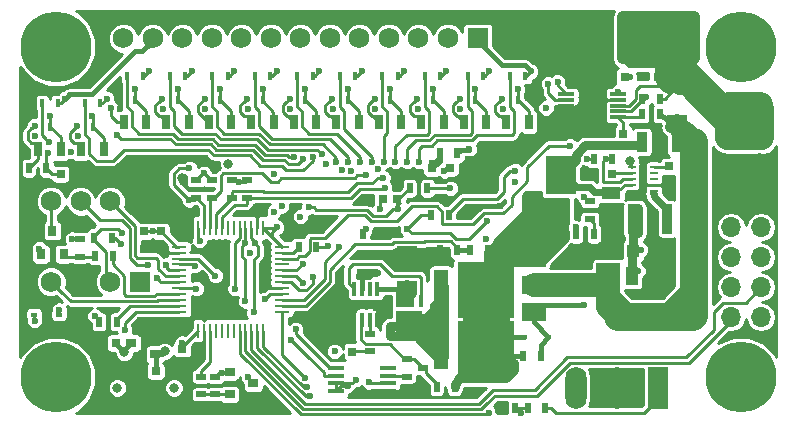
<source format=gbl>
G04 #@! TF.FileFunction,Copper,L4,Bot,Signal*
%FSLAX46Y46*%
G04 Gerber Fmt 4.6, Leading zero omitted, Abs format (unit mm)*
G04 Created by KiCad (PCBNEW 4.0.7) date 02/25/18 23:04:30*
%MOMM*%
%LPD*%
G01*
G04 APERTURE LIST*
%ADD10C,0.100000*%
%ADD11R,1.750000X1.750000*%
%ADD12C,1.750000*%
%ADD13C,6.000000*%
%ADD14R,0.800000X0.750000*%
%ADD15R,0.750000X0.800000*%
%ADD16R,1.600000X1.000000*%
%ADD17R,1.000000X1.600000*%
%ADD18R,0.600000X0.450000*%
%ADD19R,2.500000X3.300000*%
%ADD20R,1.100000X1.100000*%
%ADD21R,1.270000X1.400000*%
%ADD22R,4.800000X4.720000*%
%ADD23R,0.900000X1.700000*%
%ADD24R,0.900000X2.500000*%
%ADD25R,2.000000X3.800000*%
%ADD26R,2.000000X1.500000*%
%ADD27R,0.800000X0.900000*%
%ADD28R,0.900000X0.800000*%
%ADD29R,0.450000X0.700000*%
%ADD30R,0.500000X0.900000*%
%ADD31R,0.900000X0.500000*%
%ADD32R,1.700000X0.900000*%
%ADD33R,1.300000X0.250000*%
%ADD34R,0.250000X1.300000*%
%ADD35R,0.700000X0.250000*%
%ADD36R,0.640000X1.200000*%
%ADD37R,1.400000X0.300000*%
%ADD38R,0.400000X1.220000*%
%ADD39R,1.450000X0.450000*%
%ADD40R,2.300000X2.500000*%
%ADD41R,1.640000X1.000000*%
%ADD42R,0.350000X1.000000*%
%ADD43R,0.700000X1.300000*%
%ADD44R,1.800000X3.600000*%
%ADD45O,1.800000X3.600000*%
%ADD46O,1.800000X1.100000*%
%ADD47O,2.200000X1.100000*%
%ADD48R,1.700000X1.700000*%
%ADD49O,1.700000X1.700000*%
%ADD50C,0.800000*%
%ADD51C,0.600000*%
%ADD52C,0.250000*%
%ADD53C,0.800000*%
%ADD54C,0.400000*%
%ADD55C,0.600000*%
%ADD56C,1.000000*%
%ADD57C,2.000000*%
%ADD58C,4.000000*%
%ADD59C,2.400000*%
%ADD60C,0.254000*%
G04 APERTURE END LIST*
D10*
D11*
X179200000Y-52800000D03*
D12*
X176700000Y-52800000D03*
X174200000Y-52800000D03*
X171700000Y-52800000D03*
X169200000Y-52800000D03*
X166700000Y-52800000D03*
X164200000Y-52800000D03*
X161700000Y-52800000D03*
X159200000Y-52800000D03*
X156700000Y-52800000D03*
X154200000Y-52800000D03*
X151700000Y-52800000D03*
X149200000Y-52800000D03*
D13*
X201500000Y-81500000D03*
X201500000Y-53500000D03*
X143500000Y-53500000D03*
D14*
X147050000Y-78600000D03*
X148550000Y-78600000D03*
X150450000Y-81000000D03*
X151950000Y-81000000D03*
X155700000Y-79100000D03*
X154200000Y-79100000D03*
D15*
X152400000Y-70650000D03*
X152400000Y-69150000D03*
X151000000Y-70650000D03*
X151000000Y-69150000D03*
X172400000Y-64950000D03*
X172400000Y-66450000D03*
D14*
X169700000Y-66450000D03*
X171200000Y-66450000D03*
X175350000Y-63800000D03*
X176850000Y-63800000D03*
D16*
X190500000Y-65900000D03*
X190500000Y-68900000D03*
D14*
X189050000Y-64300000D03*
X190550000Y-64300000D03*
D15*
X195400000Y-65150000D03*
X195400000Y-63650000D03*
D17*
X192300000Y-72900000D03*
X195300000Y-72900000D03*
D14*
X193000000Y-56100000D03*
X194500000Y-56100000D03*
X191650000Y-56100000D03*
X190150000Y-56100000D03*
X190050000Y-60900000D03*
X191550000Y-60900000D03*
D15*
X168600000Y-79350000D03*
X168600000Y-77850000D03*
X169300000Y-71150000D03*
X169300000Y-72650000D03*
X170400000Y-71150000D03*
X170400000Y-72650000D03*
D18*
X183100000Y-78100000D03*
X185200000Y-78100000D03*
D19*
X186250000Y-64350000D03*
X179450000Y-64350000D03*
D20*
X192400000Y-70800000D03*
X195200000Y-70800000D03*
D21*
X176100000Y-78060000D03*
D22*
X179900000Y-79100000D03*
D21*
X176100000Y-80140000D03*
X176100000Y-73060000D03*
D22*
X179900000Y-74100000D03*
D21*
X176100000Y-75140000D03*
D11*
X150600000Y-66600000D03*
D12*
X148100000Y-66600000D03*
X145600000Y-66600000D03*
X143100000Y-66600000D03*
D11*
X150600000Y-73400000D03*
D12*
X148100000Y-73400000D03*
X145600000Y-73400000D03*
X143100000Y-73400000D03*
D23*
X196050000Y-61600000D03*
X193150000Y-61600000D03*
D24*
X195250000Y-68100000D03*
X192350000Y-68100000D03*
D25*
X190250000Y-73700000D03*
D26*
X183950000Y-73700000D03*
X183950000Y-71400000D03*
X183950000Y-76000000D03*
D27*
X144150000Y-71100000D03*
X142250000Y-71100000D03*
X143200000Y-69100000D03*
D28*
X158200000Y-82950000D03*
X158200000Y-81050000D03*
X160200000Y-82000000D03*
D29*
X181950000Y-56000000D03*
X183250000Y-56000000D03*
X182600000Y-58000000D03*
X178350000Y-56000000D03*
X179650000Y-56000000D03*
X179000000Y-58000000D03*
X174750000Y-56000000D03*
X176050000Y-56000000D03*
X175400000Y-58000000D03*
X171150000Y-56000000D03*
X172450000Y-56000000D03*
X171800000Y-58000000D03*
X167550000Y-56000000D03*
X168850000Y-56000000D03*
X168200000Y-58000000D03*
X163950000Y-56000000D03*
X165250000Y-56000000D03*
X164600000Y-58000000D03*
X160350000Y-56000000D03*
X161650000Y-56000000D03*
X161000000Y-58000000D03*
X156750000Y-56000000D03*
X158050000Y-56000000D03*
X157400000Y-58000000D03*
X153150000Y-56000000D03*
X154450000Y-56000000D03*
X153800000Y-58000000D03*
X149550000Y-56000000D03*
X150850000Y-56000000D03*
X150200000Y-58000000D03*
X145950000Y-58300000D03*
X147250000Y-58300000D03*
X146600000Y-60300000D03*
X142350000Y-58300000D03*
X143650000Y-58300000D03*
X143000000Y-60300000D03*
D30*
X184550000Y-79700000D03*
X183050000Y-79700000D03*
X180050000Y-70750000D03*
X178550000Y-70750000D03*
X177500000Y-70750000D03*
X176000000Y-70750000D03*
X184950000Y-84100000D03*
X183450000Y-84100000D03*
X182400000Y-84100000D03*
X180900000Y-84100000D03*
D31*
X145500000Y-71300000D03*
X145500000Y-69800000D03*
D30*
X148300000Y-71200000D03*
X146800000Y-71200000D03*
X146750000Y-69700000D03*
X148250000Y-69700000D03*
X147150000Y-76800000D03*
X148650000Y-76800000D03*
D31*
X155800000Y-82950000D03*
X155800000Y-81450000D03*
X157000000Y-82950000D03*
X157000000Y-81450000D03*
D30*
X174950000Y-65500000D03*
X173450000Y-65500000D03*
D31*
X156700000Y-64800000D03*
X156700000Y-66300000D03*
X159700000Y-64800000D03*
X159700000Y-66300000D03*
X158400000Y-64800000D03*
X158400000Y-66300000D03*
X155400000Y-64800000D03*
X155400000Y-66300000D03*
D30*
X177500000Y-62550000D03*
X176000000Y-62550000D03*
X141200000Y-63800000D03*
X142700000Y-63800000D03*
X194650000Y-57900000D03*
X193150000Y-57900000D03*
X194650000Y-59200000D03*
X193150000Y-59200000D03*
D32*
X196100000Y-56850000D03*
X196100000Y-59750000D03*
D31*
X170100000Y-77800000D03*
X170100000Y-79300000D03*
D32*
X173200000Y-73750000D03*
X173200000Y-70850000D03*
D31*
X174600000Y-80700000D03*
X174600000Y-82200000D03*
D30*
X175750000Y-82300000D03*
X177250000Y-82300000D03*
D31*
X173200000Y-81450000D03*
X173200000Y-79950000D03*
D28*
X151900000Y-77650000D03*
X151900000Y-79550000D03*
X149900000Y-78600000D03*
D33*
X162650000Y-70450000D03*
X162650000Y-70950000D03*
X162650000Y-71450000D03*
X162650000Y-71950000D03*
X162650000Y-72450000D03*
X162650000Y-72950000D03*
X162650000Y-73450000D03*
X162650000Y-73950000D03*
X162650000Y-74450000D03*
X162650000Y-74950000D03*
X162650000Y-75450000D03*
X162650000Y-75950000D03*
D34*
X161050000Y-77550000D03*
X160550000Y-77550000D03*
X160050000Y-77550000D03*
X159550000Y-77550000D03*
X159050000Y-77550000D03*
X158550000Y-77550000D03*
X158050000Y-77550000D03*
X157550000Y-77550000D03*
X157050000Y-77550000D03*
X156550000Y-77550000D03*
X156050000Y-77550000D03*
X155550000Y-77550000D03*
D33*
X153950000Y-75950000D03*
X153950000Y-75450000D03*
X153950000Y-74950000D03*
X153950000Y-74450000D03*
X153950000Y-73950000D03*
X153950000Y-73450000D03*
X153950000Y-72950000D03*
X153950000Y-72450000D03*
X153950000Y-71950000D03*
X153950000Y-71450000D03*
X153950000Y-70950000D03*
X153950000Y-70450000D03*
D34*
X155550000Y-68850000D03*
X156050000Y-68850000D03*
X156550000Y-68850000D03*
X157050000Y-68850000D03*
X157550000Y-68850000D03*
X158050000Y-68850000D03*
X158550000Y-68850000D03*
X159050000Y-68850000D03*
X159550000Y-68850000D03*
X160050000Y-68850000D03*
X160550000Y-68850000D03*
X161050000Y-68850000D03*
D35*
X192275000Y-65700000D03*
X192275000Y-65200000D03*
X192275000Y-64700000D03*
X192275000Y-64200000D03*
X192275000Y-63700000D03*
X194125000Y-63700000D03*
X194125000Y-64200000D03*
X194125000Y-64700000D03*
X194125000Y-65200000D03*
X194125000Y-65700000D03*
D36*
X193200000Y-64100000D03*
X193200000Y-65300000D03*
D37*
X186700000Y-59500000D03*
X186700000Y-59000000D03*
X186700000Y-58500000D03*
X186700000Y-58000000D03*
X186700000Y-57500000D03*
X191100000Y-57500000D03*
X191100000Y-58000000D03*
X191100000Y-58500000D03*
X191100000Y-59000000D03*
X191100000Y-59500000D03*
D38*
X170700000Y-76620000D03*
X170060000Y-76620000D03*
X169400000Y-76620000D03*
X168760000Y-76620000D03*
X168760000Y-74000000D03*
X169400000Y-74000000D03*
X170060000Y-74000000D03*
X170700000Y-74000000D03*
D39*
X167200000Y-82675000D03*
X167200000Y-82025000D03*
X167200000Y-81375000D03*
X167200000Y-80725000D03*
X171600000Y-80725000D03*
X171600000Y-81375000D03*
X171600000Y-82025000D03*
X171600000Y-82675000D03*
D40*
X173425000Y-77200000D03*
D41*
X173100000Y-75050000D03*
D42*
X174400000Y-75050000D03*
D43*
X181650000Y-59900000D03*
X183550000Y-59900000D03*
X178050000Y-59900000D03*
X179950000Y-59900000D03*
X174450000Y-59900000D03*
X176350000Y-59900000D03*
X170850000Y-59900000D03*
X172750000Y-59900000D03*
X167250000Y-59900000D03*
X169150000Y-59900000D03*
X163650000Y-59900000D03*
X165550000Y-59900000D03*
X160050000Y-59900000D03*
X161950000Y-59900000D03*
X156450000Y-59900000D03*
X158350000Y-59900000D03*
X152850000Y-59900000D03*
X154750000Y-59900000D03*
X149250000Y-59900000D03*
X151150000Y-59900000D03*
X145650000Y-62200000D03*
X147550000Y-62200000D03*
X142000000Y-62200000D03*
X143900000Y-62200000D03*
D44*
X194500000Y-82400000D03*
D45*
X191000000Y-82400000D03*
X187500000Y-82400000D03*
D30*
X187550000Y-69400000D03*
X189050000Y-69400000D03*
X175250000Y-67800000D03*
X176750000Y-67800000D03*
D31*
X188700000Y-68100000D03*
X188700000Y-66600000D03*
D30*
X164050000Y-70500000D03*
X165550000Y-70500000D03*
D13*
X143500000Y-81500000D03*
D46*
X148300000Y-80625000D03*
X153900000Y-80625000D03*
D47*
X151100000Y-82775000D03*
D18*
X143750000Y-76200000D03*
X141650000Y-76200000D03*
D30*
X190550000Y-63000000D03*
X189050000Y-63000000D03*
D48*
X200660000Y-58640000D03*
D49*
X203200000Y-58640000D03*
X200660000Y-61180000D03*
X203200000Y-61180000D03*
X200660000Y-63720000D03*
X203200000Y-63720000D03*
X200660000Y-66260000D03*
X203200000Y-66260000D03*
X200660000Y-68800000D03*
X203200000Y-68800000D03*
X200660000Y-71340000D03*
X203200000Y-71340000D03*
X200660000Y-73880000D03*
X203200000Y-73880000D03*
X200660000Y-76420000D03*
X203200000Y-76420000D03*
D14*
X145400000Y-64300000D03*
X143900000Y-64300000D03*
D30*
X169500000Y-69400000D03*
X171000000Y-69400000D03*
D50*
X148700000Y-82400000D03*
X153500000Y-82400000D03*
D51*
X170500000Y-69259999D03*
X170201971Y-66798029D03*
X146000000Y-64300000D03*
X172900000Y-64500000D03*
X173600000Y-72150000D03*
X170600000Y-75600000D03*
X162400000Y-84200000D03*
X188600000Y-64300000D03*
D50*
X152500000Y-77600000D03*
X151100000Y-83900000D03*
D51*
X194600000Y-70500000D03*
D50*
X154200000Y-64600000D03*
X183600000Y-53300000D03*
X183600000Y-52200000D03*
X183600000Y-51000000D03*
X184800000Y-51000000D03*
X184800000Y-52200000D03*
X184800000Y-53300000D03*
X184800000Y-54500000D03*
X185900000Y-54500000D03*
X185900000Y-53300000D03*
X185900000Y-52200000D03*
X185900000Y-51000000D03*
X187100000Y-51000000D03*
X187100000Y-52200000D03*
X187100000Y-53300000D03*
X187100000Y-54500000D03*
X188300000Y-54500000D03*
X188300000Y-53300000D03*
X188300000Y-52200000D03*
X188300000Y-51000000D03*
X189500000Y-51000000D03*
X189500000Y-52200000D03*
X189500000Y-53300000D03*
X189500000Y-54500000D03*
D51*
X179200000Y-65700000D03*
X179900000Y-65700000D03*
X180600000Y-65500000D03*
X180800000Y-64200000D03*
X144800000Y-76900000D03*
X193100000Y-65900000D03*
X193200000Y-64700000D03*
X194600000Y-73400000D03*
X194600000Y-72800000D03*
X190300000Y-68200000D03*
X195200000Y-64600000D03*
X193200000Y-65300000D03*
X193200000Y-64100000D03*
X194800000Y-72200000D03*
X194900000Y-71600000D03*
X194600000Y-71100000D03*
X189800000Y-60400000D03*
X185900000Y-59350002D03*
X189700000Y-56000000D03*
X189900000Y-58700000D03*
X193400000Y-56100000D03*
X174250000Y-71500000D03*
X174250000Y-72150000D03*
X172300000Y-71500000D03*
X181100000Y-67000000D03*
X175249998Y-70750000D03*
X172950000Y-71500000D03*
X173600000Y-71500000D03*
X172950000Y-72150000D03*
X172300000Y-72150000D03*
X181300000Y-83875000D03*
X155300000Y-79500000D03*
X180800000Y-64850000D03*
X161216522Y-67701725D03*
X161200000Y-73400000D03*
X165600000Y-69100000D03*
X165600000Y-76300000D03*
X168900000Y-82950000D03*
X170000000Y-82950000D03*
X170792801Y-82743199D03*
X174500000Y-81900000D03*
X168717896Y-75877422D03*
X169800000Y-71099998D03*
X168600000Y-77300000D03*
D50*
X152700000Y-83600000D03*
X149400000Y-83600000D03*
D51*
X151700000Y-70700000D03*
X141730806Y-61049998D03*
X145339754Y-61049998D03*
X148939754Y-58749998D03*
X181339754Y-58749999D03*
X177739754Y-58749998D03*
X174139754Y-58749998D03*
X170539754Y-58749998D03*
X166939754Y-58749999D03*
X163339754Y-58749999D03*
X159739754Y-58749999D03*
X156139754Y-58749998D03*
X152539754Y-58749998D03*
D50*
X149300000Y-79400000D03*
D51*
X164400000Y-71900000D03*
X168200000Y-82200000D03*
X167100000Y-79300000D03*
D50*
X192100000Y-63159998D03*
D51*
X141700000Y-76700000D03*
X144900000Y-69800000D03*
D50*
X152700000Y-79300000D03*
D51*
X192800000Y-69300000D03*
X192800000Y-68600000D03*
X192800000Y-67900000D03*
X193000000Y-70700000D03*
X192800000Y-72500000D03*
X192800000Y-67200000D03*
X185000000Y-58700000D03*
X156050000Y-64239998D03*
X159000000Y-64953352D03*
X179900000Y-69799998D03*
X159900000Y-71000000D03*
X162200000Y-68800000D03*
X161200000Y-74900000D03*
X168900000Y-81700000D03*
X170000000Y-81900000D03*
X154200000Y-78600000D03*
X157550002Y-81100000D03*
D50*
X158100000Y-63425038D03*
D51*
X142100000Y-70600000D03*
X151700000Y-69100000D03*
X164400000Y-73500000D03*
X170950000Y-67250000D03*
X175350000Y-63400000D03*
X148651930Y-60984124D03*
X164446381Y-63026118D03*
X144800000Y-62400000D03*
X166370279Y-63429721D03*
X196200000Y-57300000D03*
D50*
X197500000Y-51000000D03*
X196300000Y-51000000D03*
X195100000Y-51000000D03*
X193900000Y-51000000D03*
X191500000Y-51000000D03*
X192700000Y-51000000D03*
X197500000Y-52100000D03*
X196300000Y-52100000D03*
X195100000Y-52100000D03*
X193900000Y-52100000D03*
X191500000Y-52100000D03*
X192700000Y-52100000D03*
X197500000Y-53300000D03*
X196300000Y-53300000D03*
X195100000Y-53300000D03*
X193900000Y-53300000D03*
X191500000Y-53300000D03*
X192700000Y-53300000D03*
X197500000Y-54500000D03*
X196300000Y-54500000D03*
X195100000Y-54500000D03*
X193900000Y-54500000D03*
X192700000Y-54500000D03*
X191500000Y-54500000D03*
D51*
X191100000Y-57349998D03*
X192099998Y-56100000D03*
X193500000Y-57800000D03*
X170800000Y-72700000D03*
X169900000Y-72549999D03*
X188200000Y-75400000D03*
X146800000Y-76300000D03*
X176900000Y-65500000D03*
X178500000Y-62200000D03*
X181300000Y-57900000D03*
X180200000Y-55600000D03*
X177700000Y-57900000D03*
X176500000Y-55600000D03*
X174100000Y-57900000D03*
X173000000Y-55600000D03*
X170478442Y-57929416D03*
X169400000Y-55600000D03*
X166900000Y-57900000D03*
X165800000Y-55600000D03*
X163300000Y-57900000D03*
X162200000Y-55600000D03*
X159700000Y-57900000D03*
X158600000Y-55600000D03*
X155000000Y-55600000D03*
X156100000Y-57900000D03*
X151400000Y-55600000D03*
X152500000Y-57900000D03*
X148141573Y-58696052D03*
X147800000Y-57900000D03*
X144300000Y-57900000D03*
X145300000Y-60200000D03*
X142850002Y-62500000D03*
X168502850Y-64008557D03*
X141700000Y-60200000D03*
X171800000Y-77200000D03*
X172600000Y-76400000D03*
X174200000Y-76400000D03*
X173400000Y-77200000D03*
X173400000Y-76400000D03*
X174200000Y-78000000D03*
X174200000Y-77200000D03*
X172600000Y-77200000D03*
X171800000Y-78000000D03*
X172600000Y-78000000D03*
X173400000Y-78000000D03*
X152799998Y-72000000D03*
X155258058Y-72075000D03*
X155660000Y-69924001D03*
X165250000Y-73049998D03*
X157000000Y-72900000D03*
X151300000Y-71990001D03*
X152100000Y-73100000D03*
X183700000Y-55600000D03*
X159800000Y-81500000D03*
X174250001Y-63249565D03*
X182600000Y-57100000D03*
X173249999Y-63249564D03*
X179000000Y-57100000D03*
X172250001Y-63249565D03*
X175400000Y-57100000D03*
X171250001Y-63249565D03*
X171800000Y-57100000D03*
X170250001Y-63249564D03*
X168200000Y-57100000D03*
X169250001Y-63249565D03*
X164600000Y-57100000D03*
X168250001Y-63249564D03*
X161000000Y-57100000D03*
X167250001Y-63249564D03*
X157375000Y-57100000D03*
X166000000Y-62600000D03*
X153800000Y-57100000D03*
X163641927Y-62858073D03*
X150200000Y-57100000D03*
X165226762Y-62850030D03*
X146575000Y-59400000D03*
X142900000Y-61600000D03*
X167696952Y-63913067D03*
X143000000Y-59400000D03*
X182900000Y-84550000D03*
X180150000Y-84500000D03*
X158650000Y-74000000D03*
X161974212Y-67478097D03*
X185200000Y-56649998D03*
X160250000Y-76000000D03*
X163800000Y-77450000D03*
X160350003Y-70150000D03*
X162615598Y-67016873D03*
X185982244Y-56482377D03*
X159550000Y-75050000D03*
X163395800Y-78304685D03*
X159550000Y-70150000D03*
X169765462Y-64402260D03*
X171341193Y-65443351D03*
X171200000Y-64600000D03*
X170739807Y-63869397D03*
X154800000Y-63800000D03*
X154800000Y-66500000D03*
X161971648Y-64328352D03*
D50*
X178700000Y-81600000D03*
D51*
X186600000Y-67100000D03*
X185800000Y-67100000D03*
X185000000Y-67100000D03*
X184200000Y-67100000D03*
X184200000Y-66300000D03*
X183400000Y-67100000D03*
X183400000Y-66300000D03*
D50*
X182300000Y-80900000D03*
X181550000Y-81300000D03*
X180800000Y-80900000D03*
X180050000Y-81300000D03*
X179300000Y-80900000D03*
X178200000Y-80900000D03*
X177700000Y-81600000D03*
D51*
X164741131Y-82348017D03*
X164572761Y-81543237D03*
X164978352Y-83124980D03*
X167500000Y-70500000D03*
X149324000Y-77515000D03*
X180000000Y-68300000D03*
X166500000Y-70400000D03*
X173249999Y-68935105D03*
X182400000Y-64000000D03*
X190050000Y-63000000D03*
X188200000Y-66200000D03*
X164900000Y-67100000D03*
X143800000Y-75800000D03*
X172500000Y-67250000D03*
X149134990Y-69300000D03*
X182400000Y-65000000D03*
X164200000Y-67900000D03*
X187500000Y-68800000D03*
X187020674Y-61920674D03*
X188500000Y-63000000D03*
X149000000Y-70200000D03*
X155400000Y-74000000D03*
X169750000Y-68935106D03*
X176400000Y-64050000D03*
D52*
X171000000Y-69400000D02*
X170640001Y-69400000D01*
X170640001Y-69400000D02*
X170500000Y-69259999D01*
X169700000Y-66450000D02*
X169853942Y-66450000D01*
X169853942Y-66450000D02*
X170201971Y-66798029D01*
X145400000Y-64300000D02*
X146000000Y-64300000D01*
X172400000Y-64950000D02*
X172450000Y-64950000D01*
X172450000Y-64950000D02*
X172900000Y-64500000D01*
X172950000Y-72150000D02*
X173600000Y-72150000D01*
D53*
X173200000Y-70850000D02*
X173600000Y-70850000D01*
X173600000Y-70850000D02*
X174250000Y-71500000D01*
X173600000Y-71500000D02*
X172950000Y-71500000D01*
X174250000Y-71500000D02*
X173600000Y-71500000D01*
X174250000Y-72150000D02*
X174250000Y-71500000D01*
X172950000Y-72150000D02*
X174250000Y-72150000D01*
X172300000Y-72150000D02*
X172950000Y-72150000D01*
X172300000Y-71500000D02*
X172300000Y-72150000D01*
X173200000Y-70850000D02*
X172950000Y-70850000D01*
X172950000Y-70850000D02*
X172300000Y-71500000D01*
D52*
X170700000Y-76620000D02*
X170700000Y-75700000D01*
X170700000Y-75700000D02*
X170600000Y-75600000D01*
X189050000Y-64300000D02*
X188600000Y-64300000D01*
D54*
X151900000Y-77650000D02*
X152450000Y-77650000D01*
X152450000Y-77650000D02*
X152500000Y-77600000D01*
X150450000Y-81000000D02*
X150450000Y-82850000D01*
X150450000Y-82850000D02*
X151100000Y-83500000D01*
D52*
X183600000Y-52200000D02*
X183600000Y-53300000D01*
X184800000Y-51000000D02*
X183600000Y-51000000D01*
X184800000Y-53300000D02*
X184800000Y-52200000D01*
X185900000Y-54500000D02*
X184800000Y-54500000D01*
X185900000Y-52200000D02*
X185900000Y-53300000D01*
X187100000Y-51000000D02*
X185900000Y-51000000D01*
X187100000Y-53300000D02*
X187100000Y-52200000D01*
X188300000Y-54500000D02*
X187100000Y-54500000D01*
X188300000Y-52200000D02*
X188300000Y-53300000D01*
X189500000Y-51000000D02*
X188300000Y-51000000D01*
X189500000Y-53300000D02*
X189500000Y-52200000D01*
X190150000Y-56100000D02*
X190150000Y-55150000D01*
X190150000Y-55150000D02*
X189500000Y-54500000D01*
X179450000Y-64350000D02*
X180650000Y-64350000D01*
X180650000Y-64350000D02*
X180800000Y-64200000D01*
X190500000Y-68800000D02*
X190500000Y-68400000D01*
X190500000Y-68400000D02*
X190300000Y-68200000D01*
X195400000Y-65150000D02*
X195400000Y-64800000D01*
X195400000Y-64800000D02*
X195200000Y-64600000D01*
X194125000Y-65200000D02*
X195350000Y-65200000D01*
X195350000Y-65200000D02*
X195400000Y-65150000D01*
X194125000Y-65200000D02*
X193300000Y-65200000D01*
X193300000Y-65200000D02*
X193200000Y-65300000D01*
X192275000Y-65700000D02*
X192800000Y-65700000D01*
X192800000Y-65700000D02*
X193200000Y-65300000D01*
D55*
X194900000Y-71600000D02*
X194900000Y-72100000D01*
X194900000Y-72100000D02*
X194800000Y-72200000D01*
X195200000Y-70800000D02*
X194900000Y-70800000D01*
X194900000Y-70800000D02*
X194600000Y-71100000D01*
X195300000Y-72800000D02*
X195300000Y-70900000D01*
X195300000Y-70900000D02*
X195200000Y-70800000D01*
D52*
X191100000Y-58000000D02*
X190150000Y-58000000D01*
X190150000Y-58000000D02*
X189900000Y-58250000D01*
X189900000Y-58250000D02*
X189900000Y-58275736D01*
X189900000Y-58275736D02*
X189900000Y-58700000D01*
X190050000Y-60900000D02*
X190050000Y-60650000D01*
X190050000Y-60650000D02*
X189800000Y-60400000D01*
X186700000Y-59500000D02*
X186049998Y-59500000D01*
X186049998Y-59500000D02*
X185900000Y-59350002D01*
X186700000Y-59000000D02*
X186700000Y-59500000D01*
X186700000Y-58500000D02*
X186700000Y-59000000D01*
X190150000Y-56100000D02*
X189800000Y-56100000D01*
X189800000Y-56100000D02*
X189700000Y-56000000D01*
X193000000Y-56100000D02*
X193400000Y-56100000D01*
X176000000Y-70750000D02*
X175249998Y-70750000D01*
X180900000Y-84100000D02*
X181075000Y-84100000D01*
X181075000Y-84100000D02*
X181300000Y-83875000D01*
X155700000Y-79100000D02*
X155300000Y-79500000D01*
X160550000Y-68850000D02*
X160550000Y-67950000D01*
X160550000Y-67950000D02*
X160798275Y-67701725D01*
X160798275Y-67701725D02*
X161216522Y-67701725D01*
X161200000Y-73400000D02*
X161750000Y-73950000D01*
X161750000Y-73950000D02*
X162650000Y-73950000D01*
X171600000Y-82675000D02*
X170861000Y-82675000D01*
X170861000Y-82675000D02*
X170792801Y-82743199D01*
X174600000Y-82200000D02*
X174600000Y-82000000D01*
X174600000Y-82000000D02*
X174500000Y-81900000D01*
X168717896Y-75877422D02*
X168717896Y-76577896D01*
X168717896Y-76577896D02*
X168760000Y-76620000D01*
X169800000Y-71099998D02*
X169350002Y-71099998D01*
X169350002Y-71099998D02*
X169300000Y-71150000D01*
X170400000Y-71150000D02*
X169850002Y-71150000D01*
X169850002Y-71150000D02*
X169800000Y-71099998D01*
X168600000Y-77300000D02*
X168600000Y-76780000D01*
X168600000Y-76780000D02*
X168760000Y-76620000D01*
X168600000Y-77850000D02*
X168600000Y-77300000D01*
X156050000Y-77550000D02*
X156050000Y-78750000D01*
X156050000Y-78750000D02*
X155700000Y-79100000D01*
X151000000Y-70650000D02*
X151650000Y-70650000D01*
X151650000Y-70650000D02*
X151700000Y-70700000D01*
X152400000Y-70650000D02*
X151750000Y-70650000D01*
X151750000Y-70650000D02*
X151700000Y-70700000D01*
X153950000Y-70950000D02*
X152700000Y-70950000D01*
X152700000Y-70950000D02*
X152400000Y-70650000D01*
D54*
X148550000Y-78600000D02*
X148550000Y-78650000D01*
X148550000Y-78650000D02*
X149300000Y-79400000D01*
X149300000Y-79400000D02*
X149300000Y-79200000D01*
X149300000Y-79200000D02*
X149900000Y-78600000D01*
D52*
X162650000Y-72450000D02*
X163850000Y-72450000D01*
X163850000Y-72450000D02*
X164400000Y-71900000D01*
X168200000Y-82200000D02*
X167675000Y-82200000D01*
X167675000Y-82200000D02*
X167200000Y-82675000D01*
X192100000Y-63159998D02*
X192100000Y-63525000D01*
X192100000Y-63525000D02*
X192275000Y-63700000D01*
X141650000Y-76200000D02*
X141650000Y-76650000D01*
X141650000Y-76650000D02*
X141700000Y-76700000D01*
X145500000Y-69800000D02*
X144900000Y-69800000D01*
D54*
X151900000Y-79550000D02*
X152450000Y-79550000D01*
X152450000Y-79550000D02*
X152700000Y-79300000D01*
X151950000Y-81000000D02*
X151950000Y-79600000D01*
X151950000Y-79600000D02*
X151900000Y-79550000D01*
D53*
X192800000Y-68600000D02*
X192800000Y-69300000D01*
X192800000Y-67900000D02*
X192800000Y-68600000D01*
X192800000Y-67200000D02*
X192800000Y-67900000D01*
D52*
X192350000Y-68100000D02*
X192600000Y-68100000D01*
X192600000Y-68100000D02*
X192800000Y-67900000D01*
X192400000Y-70800000D02*
X192900000Y-70800000D01*
X192900000Y-70800000D02*
X193000000Y-70700000D01*
X192300000Y-72800000D02*
X192500000Y-72800000D01*
X192500000Y-72800000D02*
X192800000Y-72500000D01*
X192350000Y-68100000D02*
X192350000Y-67650000D01*
X192350000Y-67650000D02*
X192800000Y-67200000D01*
D53*
X192400000Y-70800000D02*
X192400000Y-68150000D01*
X192400000Y-68150000D02*
X192350000Y-68100000D01*
X192300000Y-72800000D02*
X192300000Y-70900000D01*
X192300000Y-70900000D02*
X192400000Y-70800000D01*
D52*
X156050000Y-64239998D02*
X155960002Y-64239998D01*
X155960002Y-64239998D02*
X155400000Y-64800000D01*
X156700000Y-64800000D02*
X156610002Y-64800000D01*
X156610002Y-64800000D02*
X156050000Y-64239998D01*
X159000000Y-64953352D02*
X159546648Y-64953352D01*
X159546648Y-64953352D02*
X159700000Y-64800000D01*
X158400000Y-64800000D02*
X158846648Y-64800000D01*
X158846648Y-64800000D02*
X159000000Y-64953352D01*
X161800000Y-69600000D02*
X161050000Y-68850000D01*
X162650000Y-70450000D02*
X161800000Y-69600000D01*
X161800000Y-69600000D02*
X161800000Y-69200000D01*
X161800000Y-69200000D02*
X162200000Y-68800000D01*
X161050000Y-68850000D02*
X162150000Y-68850000D01*
X162150000Y-68850000D02*
X162200000Y-68800000D01*
X161200000Y-74900000D02*
X161650000Y-74450000D01*
X161650000Y-74450000D02*
X162650000Y-74450000D01*
X167200000Y-82025000D02*
X168575000Y-82025000D01*
X168575000Y-82025000D02*
X168900000Y-81700000D01*
X167200000Y-82025000D02*
X167200000Y-82675000D01*
X170000000Y-81900000D02*
X170125000Y-82025000D01*
X170125000Y-82025000D02*
X171600000Y-82025000D01*
X154200000Y-79100000D02*
X154200000Y-78600000D01*
X154200000Y-79100000D02*
X154200000Y-78900000D01*
X154200000Y-78900000D02*
X155550000Y-77550000D01*
X157550002Y-81100000D02*
X157350000Y-81100000D01*
X157350000Y-81100000D02*
X157000000Y-81450000D01*
X158200000Y-81050000D02*
X157600002Y-81050000D01*
X157600002Y-81050000D02*
X157550002Y-81100000D01*
X142250000Y-71100000D02*
X142250000Y-70750000D01*
X142250000Y-70750000D02*
X142100000Y-70600000D01*
X153950000Y-70450000D02*
X153700000Y-70450000D01*
X153700000Y-70450000D02*
X152400000Y-69150000D01*
X152400000Y-69150000D02*
X151750000Y-69150000D01*
X151750000Y-69150000D02*
X151700000Y-69100000D01*
X151000000Y-69150000D02*
X151650000Y-69150000D01*
X151650000Y-69150000D02*
X151700000Y-69100000D01*
X162650000Y-72950000D02*
X163850000Y-72950000D01*
X163850000Y-72950000D02*
X164400000Y-73500000D01*
X170950000Y-67250000D02*
X170950000Y-66700000D01*
X170950000Y-66700000D02*
X171200000Y-66450000D01*
X176000000Y-62550000D02*
X176000000Y-62750000D01*
X176000000Y-62750000D02*
X175350000Y-63400000D01*
X175350000Y-63400000D02*
X175350000Y-63800000D01*
D54*
X176000000Y-62550000D02*
X176000000Y-63150000D01*
X176000000Y-63150000D02*
X175350000Y-63800000D01*
D52*
X153188601Y-61325011D02*
X148992817Y-61325011D01*
X148992817Y-61325011D02*
X148651930Y-60984124D01*
X156602201Y-61775021D02*
X153638610Y-61775020D01*
X153638610Y-61775020D02*
X153188601Y-61325011D01*
X160169387Y-62250029D02*
X157077208Y-62250028D01*
X157077208Y-62250028D02*
X156602201Y-61775021D01*
X162848228Y-63125048D02*
X161044405Y-63125047D01*
X161044405Y-63125047D02*
X160169387Y-62250029D01*
X164446381Y-63026118D02*
X163989425Y-63483074D01*
X163989425Y-63483074D02*
X163206254Y-63483074D01*
X163206254Y-63483074D02*
X162848228Y-63125048D01*
D55*
X190500000Y-65800000D02*
X189069202Y-65800000D01*
X189069202Y-65800000D02*
X188679201Y-65409999D01*
X188679201Y-65409999D02*
X187590001Y-65409999D01*
X187590001Y-65409999D02*
X186530002Y-64350000D01*
X186530002Y-64350000D02*
X186250000Y-64350000D01*
D53*
X193150000Y-61600000D02*
X192884999Y-61865001D01*
X192884999Y-61865001D02*
X188334999Y-61865001D01*
X188334999Y-61865001D02*
X187500000Y-62700000D01*
X187500000Y-62700000D02*
X187500000Y-63100000D01*
X187500000Y-63100000D02*
X186250000Y-64350000D01*
D52*
X192275000Y-65200000D02*
X191675000Y-65200000D01*
X191675000Y-65200000D02*
X191300000Y-65575000D01*
X192275000Y-65200000D02*
X192250002Y-65200000D01*
D55*
X187000000Y-63600000D02*
X186250000Y-64350000D01*
X193150000Y-61600000D02*
X193150000Y-62000000D01*
D52*
X192275000Y-64200000D02*
X190650000Y-64200000D01*
X190650000Y-64200000D02*
X190550000Y-64300000D01*
X194125000Y-63700000D02*
X195350000Y-63700000D01*
X195350000Y-63700000D02*
X195400000Y-63650000D01*
D55*
X196200000Y-57300000D02*
X197200000Y-57300000D01*
X197200000Y-57300000D02*
X197400000Y-57100000D01*
D52*
X191100000Y-58500000D02*
X192035002Y-58500000D01*
X192035002Y-58500000D02*
X192574999Y-57960003D01*
X192574999Y-57960003D02*
X192574999Y-57189999D01*
X192574999Y-57189999D02*
X192964997Y-56800001D01*
X192964997Y-56800001D02*
X194599999Y-56800001D01*
X194599999Y-56800001D02*
X195200000Y-56200000D01*
X194500000Y-56100000D02*
X195500000Y-57100000D01*
X194650000Y-57900000D02*
X195050000Y-57900000D01*
X195050000Y-57900000D02*
X196100000Y-56850000D01*
D56*
X193900000Y-53300000D02*
X193900000Y-52100000D01*
X191500000Y-52100000D02*
X191500000Y-51000000D01*
X191500000Y-53300000D02*
X191500000Y-52100000D01*
X191500000Y-54500000D02*
X191500000Y-53300000D01*
X192700000Y-54500000D02*
X191500000Y-54500000D01*
D57*
X192700000Y-53300000D02*
X193900000Y-53300000D01*
X193900000Y-52100000D02*
X192700000Y-52100000D01*
X195100000Y-52100000D02*
X193900000Y-52100000D01*
X196300000Y-52100000D02*
X195100000Y-52100000D01*
X196300000Y-53300000D02*
X196300000Y-52100000D01*
D56*
X196300000Y-54500000D02*
X196300000Y-53300000D01*
X197500000Y-54500000D02*
X196300000Y-54500000D01*
X197500000Y-53300000D02*
X197500000Y-54500000D01*
X197500000Y-52100000D02*
X197500000Y-53300000D01*
X197500000Y-51000000D02*
X197500000Y-52100000D01*
X196300000Y-51000000D02*
X197500000Y-51000000D01*
X195100000Y-51000000D02*
X196300000Y-51000000D01*
X193900000Y-51000000D02*
X195100000Y-51000000D01*
X192700000Y-51000000D02*
X193900000Y-51000000D01*
X191500000Y-51000000D02*
X192700000Y-51000000D01*
D55*
X192600000Y-54500000D02*
X193700000Y-54500000D01*
X195200000Y-55000000D02*
X192000000Y-55000000D01*
X192000000Y-55000000D02*
X191500000Y-54500000D01*
D57*
X200300000Y-61220000D02*
X200300000Y-60000000D01*
X200300000Y-60000000D02*
X198980000Y-58680000D01*
X195200000Y-55000000D02*
X195200000Y-53700000D01*
X196800000Y-55400000D02*
X200080000Y-58680000D01*
X200440000Y-58400000D02*
X203200000Y-58400000D01*
X196800000Y-55016002D02*
X196800000Y-55400000D01*
X195200000Y-55000000D02*
X196783998Y-55000000D01*
X196783998Y-55000000D02*
X196800000Y-55016002D01*
X195200000Y-56200000D02*
X195200000Y-55000000D01*
X195500000Y-56500000D02*
X195200000Y-56200000D01*
X198980000Y-58680000D02*
X197400000Y-57100000D01*
X200300000Y-58680000D02*
X198980000Y-58680000D01*
X202840000Y-61220000D02*
X200300000Y-58680000D01*
X203300000Y-58700000D02*
X203300000Y-61240000D01*
X200300000Y-58680000D02*
X200300000Y-61220000D01*
X202840000Y-61220000D02*
X200300000Y-61220000D01*
D52*
X191100000Y-57500000D02*
X191100000Y-57349998D01*
X192099998Y-56100000D02*
X191650000Y-56100000D01*
X193150000Y-57900000D02*
X193400000Y-57900000D01*
X193400000Y-57900000D02*
X193500000Y-57800000D01*
X193150000Y-57900000D02*
X193150000Y-58021412D01*
X193150000Y-58021412D02*
X192171412Y-59000000D01*
X192171412Y-59000000D02*
X192050000Y-59000000D01*
X192050000Y-59000000D02*
X191100000Y-59000000D01*
X191100000Y-59500000D02*
X192850000Y-59500000D01*
X191550000Y-60900000D02*
X191550000Y-59950000D01*
X191550000Y-59950000D02*
X191100000Y-59500000D01*
X192850000Y-59500000D02*
X193150000Y-59200000D01*
X170100000Y-79300000D02*
X168650000Y-79300000D01*
X168650000Y-79300000D02*
X168600000Y-79350000D01*
D54*
X170400000Y-72650000D02*
X170750000Y-72650000D01*
X170750000Y-72650000D02*
X170800000Y-72700000D01*
X169100000Y-72850000D02*
X169300000Y-72650000D01*
X169272001Y-72999999D02*
X169100000Y-72999999D01*
X169400000Y-74000000D02*
X169400000Y-73127998D01*
X169400000Y-73127998D02*
X169272001Y-72999999D01*
X169999999Y-72999999D02*
X170349998Y-72650000D01*
X170349998Y-72650000D02*
X170400000Y-72650000D01*
X169547999Y-72999999D02*
X169999999Y-72999999D01*
X169400000Y-74000000D02*
X169400000Y-73147998D01*
X169400000Y-73147998D02*
X169547999Y-72999999D01*
D52*
X170400000Y-72650000D02*
X170000001Y-72650000D01*
X170000001Y-72650000D02*
X169900000Y-72549999D01*
D54*
X188200000Y-75400000D02*
X184550000Y-75400000D01*
X184550000Y-75400000D02*
X183950000Y-76000000D01*
X183950000Y-76000000D02*
X184200000Y-76000000D01*
X183950000Y-76000000D02*
X183950000Y-76850000D01*
X183950000Y-76850000D02*
X185200000Y-78100000D01*
X184550000Y-79700000D02*
X184550000Y-78750000D01*
X184550000Y-78750000D02*
X185200000Y-78100000D01*
D52*
X147150000Y-76800000D02*
X147150000Y-76650000D01*
X147150000Y-76650000D02*
X146800000Y-76300000D01*
X175300000Y-65500000D02*
X176900000Y-65500000D01*
X174950000Y-65500000D02*
X175300000Y-65500000D01*
D54*
X178500000Y-62250000D02*
X177800000Y-62250000D01*
X177800000Y-62250000D02*
X177500000Y-62550000D01*
D52*
X181650000Y-59900000D02*
X181650000Y-59850000D01*
X181650000Y-59850000D02*
X181175000Y-59375000D01*
X181175000Y-59375000D02*
X181039753Y-59375000D01*
X181039753Y-59375000D02*
X180714753Y-59050000D01*
X180714753Y-59050000D02*
X180714753Y-58485247D01*
X180714753Y-58485247D02*
X181000001Y-58199999D01*
X181000001Y-58199999D02*
X181300000Y-57900000D01*
X179650000Y-56000000D02*
X179800000Y-56000000D01*
X179800000Y-56000000D02*
X180200000Y-55600000D01*
X178050000Y-59900000D02*
X178050000Y-59850000D01*
X178050000Y-59850000D02*
X177574999Y-59374999D01*
X177574999Y-59374999D02*
X177439753Y-59374999D01*
X177439753Y-59374999D02*
X177114753Y-59049999D01*
X177114753Y-59049999D02*
X177114753Y-58485247D01*
X177114753Y-58485247D02*
X177400001Y-58199999D01*
X177400001Y-58199999D02*
X177700000Y-57900000D01*
X176050000Y-56000000D02*
X176100000Y-56000000D01*
X176100000Y-56000000D02*
X176500000Y-55600000D01*
X174450000Y-59900000D02*
X174450000Y-59550000D01*
X174450000Y-59550000D02*
X174274999Y-59374999D01*
X174274999Y-59374999D02*
X173839753Y-59374999D01*
X173839753Y-59374999D02*
X173514753Y-59049999D01*
X173514753Y-59049999D02*
X173514753Y-58485247D01*
X173514753Y-58485247D02*
X173800001Y-58199999D01*
X173800001Y-58199999D02*
X174100000Y-57900000D01*
X172450000Y-56000000D02*
X172600000Y-56000000D01*
X172600000Y-56000000D02*
X173000000Y-55600000D01*
X170239753Y-58124997D02*
X170282861Y-58124997D01*
X170282861Y-58124997D02*
X170478442Y-57929416D01*
X170850000Y-59900000D02*
X170850000Y-59850000D01*
X170850000Y-59850000D02*
X170374999Y-59374999D01*
X170374999Y-59374999D02*
X170239753Y-59374999D01*
X170239753Y-59374999D02*
X169914753Y-59049999D01*
X169914753Y-59049999D02*
X169914753Y-58449997D01*
X169914753Y-58449997D02*
X170239753Y-58124997D01*
X168850000Y-56000000D02*
X169000000Y-56000000D01*
X169000000Y-56000000D02*
X169400000Y-55600000D01*
X167250000Y-59900000D02*
X167250000Y-59850000D01*
X167250000Y-59850000D02*
X166775000Y-59375000D01*
X166775000Y-59375000D02*
X166639753Y-59375000D01*
X166639753Y-59375000D02*
X166314753Y-59050000D01*
X166314753Y-59050000D02*
X166314753Y-58485247D01*
X166314753Y-58485247D02*
X166600001Y-58199999D01*
X166600001Y-58199999D02*
X166900000Y-57900000D01*
X165250000Y-56000000D02*
X165400000Y-56000000D01*
X165400000Y-56000000D02*
X165800000Y-55600000D01*
X163650000Y-59900000D02*
X163650000Y-59850000D01*
X163650000Y-59850000D02*
X163175000Y-59375000D01*
X163175000Y-59375000D02*
X163039753Y-59375000D01*
X163039753Y-59375000D02*
X162714753Y-59050000D01*
X162714753Y-59050000D02*
X162714753Y-58485247D01*
X162714753Y-58485247D02*
X163000001Y-58199999D01*
X163000001Y-58199999D02*
X163300000Y-57900000D01*
X161650000Y-56000000D02*
X161800000Y-56000000D01*
X161800000Y-56000000D02*
X162200000Y-55600000D01*
X160050000Y-59900000D02*
X160050000Y-59750000D01*
X160050000Y-59750000D02*
X159675000Y-59375000D01*
X159675000Y-59375000D02*
X159439753Y-59375000D01*
X159439753Y-59375000D02*
X159114753Y-59050000D01*
X159114753Y-59050000D02*
X159114753Y-58485247D01*
X159114753Y-58485247D02*
X159400001Y-58199999D01*
X159400001Y-58199999D02*
X159700000Y-57900000D01*
X158050000Y-56000000D02*
X158200000Y-56000000D01*
X158200000Y-56000000D02*
X158600000Y-55600000D01*
X154450000Y-56000000D02*
X154600000Y-56000000D01*
X154600000Y-56000000D02*
X155000000Y-55600000D01*
X156450000Y-59900000D02*
X156364754Y-59900000D01*
X156364754Y-59900000D02*
X155514753Y-59049999D01*
X155514753Y-59049999D02*
X155514753Y-58485247D01*
X155514753Y-58485247D02*
X156100000Y-57900000D01*
X150850000Y-56000000D02*
X151000000Y-56000000D01*
X151000000Y-56000000D02*
X151400000Y-55600000D01*
X152850000Y-59900000D02*
X152850000Y-59850000D01*
X152850000Y-59850000D02*
X152374999Y-59374999D01*
X152374999Y-59374999D02*
X152239753Y-59374999D01*
X152239753Y-59374999D02*
X151914753Y-59049999D01*
X151914753Y-59049999D02*
X151914753Y-58485247D01*
X151914753Y-58485247D02*
X152200001Y-58199999D01*
X152200001Y-58199999D02*
X152500000Y-57900000D01*
X149250000Y-59900000D02*
X148650000Y-59900000D01*
X148650000Y-59900000D02*
X148141573Y-59391573D01*
X148141573Y-59391573D02*
X148141573Y-58696052D01*
X147250000Y-58300000D02*
X147400000Y-58300000D01*
X147400000Y-58300000D02*
X147800000Y-57900000D01*
D54*
X151700000Y-53000000D02*
X150825001Y-53874999D01*
X150825001Y-53874999D02*
X150212003Y-53874999D01*
X150212003Y-53874999D02*
X146537003Y-57549999D01*
X146537003Y-57549999D02*
X144650001Y-57549999D01*
X144650001Y-57549999D02*
X144599999Y-57600001D01*
X144599999Y-57600001D02*
X144300000Y-57900000D01*
D52*
X143650000Y-58300000D02*
X143900000Y-58300000D01*
X143900000Y-58300000D02*
X144300000Y-57900000D01*
X145650000Y-62200000D02*
X145650000Y-62050000D01*
X145650000Y-62050000D02*
X145274999Y-61674999D01*
X145274999Y-61674999D02*
X145039753Y-61674999D01*
X145039753Y-61674999D02*
X144714753Y-61349999D01*
X144714753Y-61349999D02*
X144714753Y-60785247D01*
X144714753Y-60785247D02*
X145000001Y-60499999D01*
X145000001Y-60499999D02*
X145300000Y-60200000D01*
X143900000Y-64300000D02*
X143200000Y-64300000D01*
X143200000Y-64300000D02*
X142700000Y-63800000D01*
X142700000Y-63800000D02*
X142700000Y-62650002D01*
X142700000Y-62650002D02*
X142850002Y-62500000D01*
X142000000Y-62200000D02*
X142000000Y-63000000D01*
X142000000Y-63000000D02*
X141200000Y-63800000D01*
X141430805Y-60424997D02*
X141475003Y-60424997D01*
X141475003Y-60424997D02*
X141700000Y-60200000D01*
X141105805Y-60749997D02*
X141430805Y-60424997D01*
X142000000Y-62200000D02*
X142000000Y-62000000D01*
X142000000Y-62000000D02*
X141674999Y-61674999D01*
X141674999Y-61674999D02*
X141430805Y-61674999D01*
X141430805Y-61674999D02*
X141105805Y-61349999D01*
X141105805Y-61349999D02*
X141105805Y-60749997D01*
D56*
X176100000Y-78060000D02*
X176100000Y-75140000D01*
D53*
X173400000Y-77200000D02*
X173500000Y-77200000D01*
X173500000Y-77200000D02*
X174600000Y-78300000D01*
X171809485Y-78000819D02*
X172600000Y-78000819D01*
X171800000Y-77200000D02*
X171800000Y-77991334D01*
X171800000Y-77991334D02*
X171809485Y-78000819D01*
X172600000Y-77200000D02*
X171800000Y-77200000D01*
D54*
X176100000Y-75140000D02*
X176100000Y-73060000D01*
X176100000Y-78060000D02*
X176100000Y-80140000D01*
X173425000Y-77200000D02*
X175240000Y-77200000D01*
X175240000Y-77200000D02*
X176100000Y-78060000D01*
D52*
X153950000Y-72450000D02*
X153050000Y-72450000D01*
X153050000Y-72450000D02*
X152799998Y-72199998D01*
X152799998Y-72199998D02*
X152799998Y-72000000D01*
X155258058Y-72075000D02*
X155133058Y-71950000D01*
X155133058Y-71950000D02*
X153950000Y-71950000D01*
X155550000Y-68850000D02*
X155550000Y-69814001D01*
X155550000Y-69814001D02*
X155660000Y-69924001D01*
X162650000Y-73450000D02*
X163424998Y-73450000D01*
X163424998Y-73450000D02*
X164099999Y-74125001D01*
X164099999Y-74125001D02*
X164700001Y-74125001D01*
X164700001Y-74125001D02*
X165250000Y-73575002D01*
X165250000Y-73575002D02*
X165250000Y-73049998D01*
X153950000Y-71450000D02*
X155550000Y-71450000D01*
X155550000Y-71450000D02*
X157000000Y-72900000D01*
X150200000Y-71192002D02*
X150200000Y-68700000D01*
X150200000Y-68700000D02*
X149400000Y-67900000D01*
X152184997Y-71615003D02*
X151934995Y-71365001D01*
X151934995Y-71365001D02*
X150372999Y-71365001D01*
X150372999Y-71365001D02*
X150200000Y-71192002D01*
X152824996Y-72950000D02*
X152824996Y-72935200D01*
X152824996Y-72935200D02*
X152184997Y-72295201D01*
X152184997Y-72295201D02*
X152184997Y-71615003D01*
X149400000Y-67900000D02*
X148100000Y-66600000D01*
X153950000Y-72950000D02*
X152824996Y-72950000D01*
X151300000Y-71990001D02*
X150375731Y-71990001D01*
X150375731Y-71990001D02*
X149759990Y-71374260D01*
X149759990Y-71374260D02*
X149759990Y-68882258D01*
X149759990Y-68882258D02*
X149088866Y-68211134D01*
X149088866Y-68211134D02*
X147211134Y-68211134D01*
X147211134Y-68211134D02*
X145600000Y-66600000D01*
X152350000Y-73450000D02*
X152350000Y-73350000D01*
X152350000Y-73350000D02*
X152100000Y-73100000D01*
X152885002Y-73450000D02*
X152350000Y-73450000D01*
X153950000Y-73450000D02*
X152885002Y-73450000D01*
X143100000Y-66600000D02*
X143100000Y-69000000D01*
X143100000Y-69000000D02*
X143200000Y-69100000D01*
D54*
X179200000Y-53000000D02*
X181300000Y-55100000D01*
X181300000Y-55100000D02*
X183200000Y-55100000D01*
X183200000Y-55100000D02*
X183700000Y-55600000D01*
D52*
X183250000Y-56000000D02*
X183300000Y-56000000D01*
X183300000Y-56000000D02*
X183700000Y-55600000D01*
X194125000Y-65700000D02*
X194125000Y-65815002D01*
X194125000Y-65815002D02*
X194020001Y-65920001D01*
D55*
X194020001Y-65920001D02*
X194100000Y-66000000D01*
X194100000Y-66150000D02*
X194100000Y-66000000D01*
X195250000Y-68100000D02*
X195250000Y-67300000D01*
X195250000Y-67300000D02*
X194100000Y-66150000D01*
D52*
X159800000Y-81500000D02*
X159800000Y-81600000D01*
X159800000Y-81600000D02*
X160200000Y-82000000D01*
X145500000Y-71300000D02*
X146700000Y-71300000D01*
X146700000Y-71300000D02*
X146800000Y-71200000D01*
X145500000Y-71300000D02*
X144350000Y-71300000D01*
X144350000Y-71300000D02*
X144150000Y-71100000D01*
X157000000Y-82950000D02*
X155800000Y-82950000D01*
X158200000Y-82950000D02*
X157000000Y-82950000D01*
X181950000Y-56000000D02*
X181950000Y-58614998D01*
X182135002Y-61000000D02*
X179171412Y-61000000D01*
X181950000Y-58614998D02*
X182325001Y-58989999D01*
X182325001Y-58989999D02*
X182325001Y-60810001D01*
X182325001Y-60810001D02*
X182135002Y-61000000D01*
X179171412Y-61000000D02*
X178721402Y-61450010D01*
X178721402Y-61450010D02*
X175757812Y-61450010D01*
X175757812Y-61450010D02*
X175307802Y-61900020D01*
X175307802Y-61900020D02*
X174499980Y-61900020D01*
X174499980Y-61900020D02*
X174250001Y-62149999D01*
X174250001Y-62149999D02*
X174250001Y-63249565D01*
X182600000Y-58000000D02*
X182600000Y-57100000D01*
X182600000Y-58000000D02*
X183550000Y-58950000D01*
X183550000Y-58950000D02*
X183550000Y-59900000D01*
X173949990Y-61450010D02*
X173249999Y-62150001D01*
X173249999Y-62150001D02*
X173249999Y-63249564D01*
X175121402Y-61450010D02*
X173949990Y-61450010D01*
X178535002Y-61000000D02*
X175571412Y-61000000D01*
X175571412Y-61000000D02*
X175121402Y-61450010D01*
X178350000Y-56000000D02*
X178350000Y-58614998D01*
X178350000Y-58614998D02*
X178725001Y-58989999D01*
X178725001Y-58989999D02*
X178725001Y-60810001D01*
X178725001Y-60810001D02*
X178535002Y-61000000D01*
X179000000Y-58000000D02*
X179000000Y-57100000D01*
X179000000Y-58000000D02*
X179950000Y-58950000D01*
X179950000Y-58950000D02*
X179950000Y-59900000D01*
X174750000Y-56000000D02*
X174750000Y-58614998D01*
X174750000Y-58614998D02*
X175125001Y-58989999D01*
X175125001Y-58989999D02*
X175125001Y-60810001D01*
X175125001Y-60810001D02*
X174935002Y-61000000D01*
X174935002Y-61000000D02*
X173200000Y-61000000D01*
X173200000Y-61000000D02*
X172250001Y-61949999D01*
X172250001Y-61949999D02*
X172250001Y-63249565D01*
X175400000Y-58000000D02*
X175400000Y-57100000D01*
X175400000Y-58000000D02*
X176350000Y-58950000D01*
X176350000Y-58950000D02*
X176350000Y-59900000D01*
X171150000Y-56000000D02*
X171150000Y-58614998D01*
X171150000Y-58614998D02*
X171525001Y-58989999D01*
X171525001Y-58989999D02*
X171525001Y-60810001D01*
X171525001Y-60810001D02*
X171250001Y-61085001D01*
X171250001Y-61085001D02*
X171250001Y-63249565D01*
X171800000Y-58000000D02*
X171800000Y-57100000D01*
X171800000Y-58000000D02*
X172750000Y-58950000D01*
X172750000Y-58950000D02*
X172750000Y-59900000D01*
X170250001Y-63249564D02*
X170250001Y-62825300D01*
X170250001Y-62825300D02*
X167925001Y-60500300D01*
X167925001Y-60500300D02*
X167925001Y-58989999D01*
X167550000Y-56000000D02*
X167550000Y-58614998D01*
X167550000Y-58614998D02*
X167925001Y-58989999D01*
X168200000Y-58000000D02*
X168200000Y-57100000D01*
X168200000Y-58000000D02*
X169150000Y-58950000D01*
X169150000Y-58950000D02*
X169150000Y-59900000D01*
X169250001Y-63249565D02*
X169250001Y-62825301D01*
X169250001Y-62825301D02*
X167299701Y-60875001D01*
X167299701Y-60875001D02*
X164939999Y-60875001D01*
X164939999Y-60875001D02*
X164325001Y-60260003D01*
X164325001Y-60260003D02*
X164325001Y-58989999D01*
X163950000Y-56000000D02*
X163950000Y-58614998D01*
X163950000Y-58614998D02*
X164325001Y-58989999D01*
X164600000Y-58000000D02*
X164600000Y-57100000D01*
X164600000Y-58000000D02*
X165550000Y-58950000D01*
X165550000Y-58950000D02*
X165550000Y-59900000D01*
X168250001Y-63249564D02*
X168250001Y-62825300D01*
X168250001Y-62825300D02*
X166749712Y-61325011D01*
X166749712Y-61325011D02*
X161790009Y-61325011D01*
X161790009Y-61325011D02*
X160725001Y-60260003D01*
X160725001Y-60260003D02*
X160725001Y-58989999D01*
X160350000Y-56000000D02*
X160350000Y-58614998D01*
X160350000Y-58614998D02*
X160725001Y-58989999D01*
X161000000Y-58000000D02*
X161000000Y-57100000D01*
X161900000Y-59025000D02*
X161900000Y-59850000D01*
X161900000Y-59850000D02*
X161950000Y-59900000D01*
X161000000Y-58000000D02*
X161000000Y-58125000D01*
X161000000Y-58125000D02*
X161900000Y-59025000D01*
X160728588Y-60900000D02*
X157764998Y-60900000D01*
X157764998Y-60900000D02*
X157125001Y-60260003D01*
X161603608Y-61775020D02*
X160728588Y-60900000D01*
X167250001Y-62924999D02*
X166100023Y-61775021D01*
X166100023Y-61775021D02*
X161603608Y-61775020D01*
X167250001Y-63249564D02*
X167250001Y-62924999D01*
X157125001Y-60260003D02*
X157125001Y-58989999D01*
X156750000Y-58614998D02*
X156750000Y-56000000D01*
X157125001Y-58989999D02*
X156750000Y-58614998D01*
X157400000Y-58000000D02*
X157400000Y-57125000D01*
X157400000Y-57125000D02*
X157375000Y-57100000D01*
X157400000Y-58000000D02*
X158350000Y-58950000D01*
X158350000Y-58950000D02*
X158350000Y-59900000D01*
X157450010Y-61350010D02*
X156975001Y-60875001D01*
X156975001Y-60875001D02*
X154139999Y-60875001D01*
X154139999Y-60875001D02*
X153525001Y-60260003D01*
X160542188Y-61350010D02*
X157450010Y-61350010D01*
X161417207Y-62225029D02*
X160542188Y-61350010D01*
X166000000Y-62600000D02*
X165625030Y-62225030D01*
X165625030Y-62225030D02*
X161417207Y-62225029D01*
X153525001Y-60260003D02*
X153525001Y-58989999D01*
X153525001Y-58989999D02*
X153150000Y-58614998D01*
X153150000Y-58614998D02*
X153150000Y-56000000D01*
X153800000Y-58000000D02*
X153800000Y-57100000D01*
X153800000Y-58000000D02*
X154750000Y-58950000D01*
X154750000Y-58950000D02*
X154750000Y-59900000D01*
X153375001Y-60875001D02*
X150539999Y-60875001D01*
X150539999Y-60875001D02*
X149925001Y-60260003D01*
X149925001Y-60260003D02*
X149925001Y-58989999D01*
X157263609Y-61800019D02*
X156788601Y-61325011D01*
X156788601Y-61325011D02*
X153825011Y-61325011D01*
X153825011Y-61325011D02*
X153375001Y-60875001D01*
X161230806Y-62675038D02*
X160355788Y-61800020D01*
X160355788Y-61800020D02*
X157263609Y-61800019D01*
X163641927Y-62858073D02*
X163217663Y-62858073D01*
X163217663Y-62858073D02*
X163034629Y-62675039D01*
X163034629Y-62675039D02*
X161230806Y-62675038D01*
X149550000Y-56000000D02*
X149550000Y-58614998D01*
X149550000Y-58614998D02*
X149925001Y-58989999D01*
X150200000Y-58000000D02*
X150200000Y-57100000D01*
X150200000Y-58000000D02*
X151150000Y-58950000D01*
X151150000Y-58950000D02*
X151150000Y-59900000D01*
X156890807Y-62700037D02*
X156415800Y-62225030D01*
X156415800Y-62225030D02*
X149256423Y-62225027D01*
X149256423Y-62225027D02*
X148306449Y-63175001D01*
X148306449Y-63175001D02*
X146939999Y-63175001D01*
X146939999Y-63175001D02*
X146325001Y-62560003D01*
X146325001Y-62560003D02*
X146325001Y-61289999D01*
X159900038Y-62700038D02*
X156890807Y-62700037D01*
X162661827Y-63575057D02*
X160775057Y-63575057D01*
X160775057Y-63575057D02*
X159900038Y-62700038D01*
X165226762Y-62850030D02*
X165226762Y-63170739D01*
X165226762Y-63170739D02*
X164464417Y-63933084D01*
X164464417Y-63933084D02*
X163019854Y-63933084D01*
X163019854Y-63933084D02*
X162661827Y-63575057D01*
X145950000Y-58300000D02*
X145950000Y-60914998D01*
X145950000Y-60914998D02*
X146325001Y-61289999D01*
X146600000Y-60300000D02*
X146600000Y-59425000D01*
X146600000Y-59425000D02*
X146575000Y-59400000D01*
X146600000Y-60300000D02*
X147550000Y-61250000D01*
X147550000Y-61250000D02*
X147550000Y-62200000D01*
X142900000Y-61600000D02*
X142675001Y-61375001D01*
X142675001Y-61375001D02*
X142675001Y-61289999D01*
X142350000Y-58300000D02*
X142350000Y-60964998D01*
X142350000Y-60964998D02*
X142675001Y-61289999D01*
X143000000Y-60300000D02*
X143000000Y-59400000D01*
X143000000Y-60300000D02*
X143900000Y-61200000D01*
X143900000Y-61200000D02*
X143900000Y-62200000D01*
X174400000Y-75050000D02*
X174375001Y-75025001D01*
X174375001Y-75025001D02*
X174375001Y-73039999D01*
X174375001Y-73039999D02*
X174357001Y-73039999D01*
X174357001Y-73039999D02*
X174251993Y-72934991D01*
X174251993Y-72934991D02*
X171945193Y-72934991D01*
X171945193Y-72934991D02*
X170935201Y-71924999D01*
X170935201Y-71924999D02*
X168664999Y-71924999D01*
X168674999Y-71934999D02*
X168664999Y-71924999D01*
X168664999Y-71924999D02*
X168310000Y-72279998D01*
X168310000Y-72279998D02*
X168310000Y-73550000D01*
X168310000Y-73550000D02*
X168760000Y-74000000D01*
X162650000Y-75450000D02*
X164647822Y-75450000D01*
X164647822Y-75450000D02*
X166700009Y-73397813D01*
X174784999Y-69984999D02*
X176934999Y-69984999D01*
X176934999Y-69984999D02*
X177500000Y-70550000D01*
X166700009Y-73397813D02*
X166700010Y-72389988D01*
X166700010Y-72389988D02*
X168839998Y-70250000D01*
X168839998Y-70250000D02*
X171932998Y-70250000D01*
X171932998Y-70250000D02*
X172097999Y-70084999D01*
X172097999Y-70084999D02*
X174684999Y-70084999D01*
X174684999Y-70084999D02*
X174784999Y-69984999D01*
X177500000Y-70550000D02*
X177500000Y-70750000D01*
D54*
X178550000Y-70750000D02*
X177500000Y-70750000D01*
D52*
X159050000Y-77550000D02*
X159050000Y-78050000D01*
X164250000Y-84650000D02*
X180000000Y-84650000D01*
X159050000Y-78050000D02*
X159109990Y-78109990D01*
X159109990Y-79509990D02*
X164250000Y-84650000D01*
X159109990Y-78109990D02*
X159109990Y-79509990D01*
X180000000Y-84650000D02*
X180150000Y-84500000D01*
X182400000Y-84100000D02*
X183450000Y-84100000D01*
X182900000Y-84550000D02*
X182850000Y-84550000D01*
X182850000Y-84550000D02*
X182400000Y-84100000D01*
X153950000Y-74450000D02*
X152013590Y-74450000D01*
X152013590Y-74450000D02*
X151863589Y-74600001D01*
X151863589Y-74600001D02*
X149464999Y-74600001D01*
X149464999Y-74600001D02*
X149300001Y-74435003D01*
X149300001Y-74435003D02*
X149300001Y-72900001D01*
X149300001Y-72900001D02*
X148300000Y-71900000D01*
X148300000Y-71900000D02*
X148300000Y-71200000D01*
X159050000Y-68850000D02*
X159050000Y-69750000D01*
X159050000Y-69750000D02*
X158650000Y-70150000D01*
X158650000Y-70150000D02*
X158650000Y-73575736D01*
X158650000Y-73575736D02*
X158650000Y-74000000D01*
X186700000Y-58000000D02*
X185750000Y-58000000D01*
X185750000Y-58000000D02*
X185200000Y-57450000D01*
X185200000Y-57450000D02*
X185200000Y-57074262D01*
X185200000Y-57074262D02*
X185200000Y-56649998D01*
X160250000Y-76000000D02*
X160250000Y-71575002D01*
X160250000Y-71575002D02*
X160650002Y-71175000D01*
X160650002Y-71175000D02*
X160650002Y-70449999D01*
X160650002Y-70449999D02*
X160350003Y-70150000D01*
X167200000Y-80725000D02*
X166700000Y-80725000D01*
X166700000Y-80725000D02*
X163800000Y-77825000D01*
X163800000Y-77825000D02*
X163800000Y-77450000D01*
X160050000Y-68850000D02*
X160050000Y-69750000D01*
X160050000Y-69750000D02*
X160350003Y-70050003D01*
X160350003Y-70050003D02*
X160350003Y-70150000D01*
X163395800Y-78304685D02*
X164774999Y-79683884D01*
X164774999Y-79683884D02*
X164783884Y-79683884D01*
X164783884Y-79683884D02*
X166159999Y-81059999D01*
X166159999Y-81059999D02*
X166159999Y-81309999D01*
X166159999Y-81309999D02*
X166225000Y-81375000D01*
X166225000Y-81375000D02*
X167200000Y-81375000D01*
X185982244Y-56482377D02*
X185982244Y-56782244D01*
X185982244Y-56782244D02*
X186700000Y-57500000D01*
X159550000Y-75050000D02*
X159550000Y-71575002D01*
X159550000Y-71575002D02*
X159250001Y-71275003D01*
X159250001Y-71275003D02*
X159250001Y-70449999D01*
X159250001Y-70449999D02*
X159550000Y-70150000D01*
X159550000Y-68850000D02*
X159550000Y-70150000D01*
X155800000Y-81450000D02*
X155800000Y-80950000D01*
X155800000Y-80950000D02*
X156550000Y-80200000D01*
X156550000Y-80200000D02*
X156550000Y-78450000D01*
X156550000Y-78450000D02*
X156550000Y-77550000D01*
X169765462Y-64402260D02*
X169019349Y-64402260D01*
X169019349Y-64402260D02*
X168798051Y-64623558D01*
X168798051Y-64623558D02*
X162923558Y-64623558D01*
X157689999Y-64224999D02*
X157475001Y-64439997D01*
X162923558Y-64623558D02*
X162923553Y-64623553D01*
X162923553Y-64623553D02*
X162586649Y-64623553D01*
X162586649Y-64623553D02*
X162266849Y-64943353D01*
X161676447Y-64943353D02*
X160958093Y-64224999D01*
X162266849Y-64943353D02*
X161676447Y-64943353D01*
X160958093Y-64224999D02*
X157689999Y-64224999D01*
X157475001Y-64439997D02*
X157475001Y-65724999D01*
X157475001Y-65724999D02*
X156900000Y-66300000D01*
X156900000Y-66300000D02*
X156700000Y-66300000D01*
X156550000Y-68850000D02*
X156550000Y-66450000D01*
X156550000Y-66450000D02*
X156700000Y-66300000D01*
X170724823Y-65540936D02*
X171243608Y-65540936D01*
X171243608Y-65540936D02*
X171341193Y-65443351D01*
X169209064Y-65540936D02*
X168450000Y-66300000D01*
X168450000Y-66300000D02*
X159700000Y-66300000D01*
X170724823Y-65540936D02*
X169209064Y-65540936D01*
X157550000Y-68850000D02*
X157550000Y-67950000D01*
X157550000Y-67950000D02*
X158624999Y-66875001D01*
X158624999Y-66875001D02*
X159624999Y-66875001D01*
X159624999Y-66875001D02*
X159700000Y-66800000D01*
X159700000Y-66800000D02*
X159700000Y-66300000D01*
X158400000Y-66300000D02*
X158400000Y-65800000D01*
X158400000Y-65800000D02*
X158475001Y-65724999D01*
X158475001Y-65724999D02*
X161025009Y-65724999D01*
X161025009Y-65724999D02*
X161150000Y-65849990D01*
X161150000Y-65849990D02*
X168263600Y-65849990D01*
X168263600Y-65849990D02*
X169022663Y-65090927D01*
X170249831Y-65090926D02*
X170740757Y-64600000D01*
X169022663Y-65090927D02*
X170249831Y-65090926D01*
X170740757Y-64600000D02*
X171200000Y-64600000D01*
X157050000Y-68850000D02*
X157050000Y-67650000D01*
X157050000Y-67650000D02*
X158400000Y-66300000D01*
X154800000Y-63800000D02*
X153941798Y-63800000D01*
X153941798Y-63800000D02*
X153484999Y-64256799D01*
X153484999Y-64256799D02*
X153484999Y-65184999D01*
X153484999Y-65184999D02*
X154500001Y-66200001D01*
X154500001Y-66200001D02*
X154800000Y-66500000D01*
X155400000Y-66300000D02*
X156050000Y-66950000D01*
X156050000Y-66950000D02*
X156050000Y-67122215D01*
X156050000Y-67122215D02*
X156050000Y-68850000D01*
X154800000Y-66500000D02*
X155200000Y-66500000D01*
X155200000Y-66500000D02*
X155400000Y-66300000D01*
X170060000Y-76620000D02*
X170060000Y-77760000D01*
X170060000Y-77760000D02*
X170100000Y-77800000D01*
X171600000Y-81375000D02*
X173125000Y-81375000D01*
X173125000Y-81375000D02*
X173200000Y-81450000D01*
X184950000Y-84100000D02*
X185450000Y-84100000D01*
X185450000Y-84100000D02*
X185875010Y-84525010D01*
X185875010Y-84525010D02*
X193274990Y-84525010D01*
X193274990Y-84525010D02*
X194500000Y-83300000D01*
X194500000Y-83300000D02*
X194500000Y-82400000D01*
D53*
X182300000Y-80334315D02*
X181134315Y-80334315D01*
X181134315Y-80334315D02*
X179900000Y-79100000D01*
X182300000Y-80900000D02*
X182300000Y-80334315D01*
X178700000Y-81600000D02*
X181600000Y-81600000D01*
X181600000Y-81600000D02*
X182300000Y-80900000D01*
X178700000Y-81600000D02*
X181250000Y-81600000D01*
X181250000Y-81600000D02*
X181550000Y-81300000D01*
X178700000Y-81600000D02*
X179750000Y-81600000D01*
X179750000Y-81600000D02*
X180050000Y-81300000D01*
X177700000Y-81600000D02*
X178700000Y-81600000D01*
X177250000Y-82300000D02*
X177250000Y-82050000D01*
X177250000Y-82050000D02*
X177700000Y-81600000D01*
D54*
X185000000Y-67100000D02*
X185800000Y-67100000D01*
X184200000Y-66300000D02*
X184200000Y-67100000D01*
X183400000Y-66300000D02*
X183400000Y-67100000D01*
X183100000Y-78100000D02*
X180900000Y-78100000D01*
X180900000Y-78100000D02*
X179900000Y-79100000D01*
X183050000Y-79700000D02*
X180500000Y-79700000D01*
X180500000Y-79700000D02*
X179900000Y-79100000D01*
X180850000Y-78150000D02*
X179900000Y-79100000D01*
X180500000Y-74100000D02*
X179900000Y-74100000D01*
X181900000Y-76100000D02*
X179900000Y-74100000D01*
X179900000Y-74100000D02*
X179900000Y-70900000D01*
X179900000Y-70900000D02*
X180050000Y-70750000D01*
D58*
X179900000Y-74100000D02*
X179900000Y-79100000D01*
D52*
X177250000Y-82300000D02*
X177250000Y-81600000D01*
X177250000Y-81600000D02*
X179750000Y-79100000D01*
X179750000Y-79100000D02*
X179900000Y-79100000D01*
X161050000Y-77550000D02*
X161050000Y-78904360D01*
X161050000Y-78904360D02*
X164493657Y-82348017D01*
X164493657Y-82348017D02*
X164741131Y-82348017D01*
X162650000Y-75950000D02*
X162650000Y-79620476D01*
X162650000Y-79620476D02*
X164000010Y-80970486D01*
X164000010Y-80970486D02*
X164572761Y-81543237D01*
X203200000Y-73880000D02*
X201900000Y-75180000D01*
X201900000Y-75180000D02*
X201900000Y-75200000D01*
X201900000Y-75200000D02*
X200000000Y-75200000D01*
X200000000Y-75200000D02*
X199188866Y-76011134D01*
X199188866Y-76011134D02*
X199188866Y-77488866D01*
X199188866Y-77488866D02*
X196852752Y-79824980D01*
X179328608Y-83749980D02*
X164622800Y-83749980D01*
X196852752Y-79824980D02*
X186806185Y-79824980D01*
X164622800Y-83749980D02*
X160050000Y-79177180D01*
X186806185Y-79824980D02*
X184031175Y-82599990D01*
X184031175Y-82599990D02*
X180478598Y-82599990D01*
X180478598Y-82599990D02*
X179328608Y-83749980D01*
X160050000Y-79177180D02*
X160050000Y-77550000D01*
X159550000Y-77550000D02*
X159550000Y-79313590D01*
X159550000Y-79313590D02*
X164436400Y-84199990D01*
X164436400Y-84199990D02*
X179529374Y-84199990D01*
X179529374Y-84199990D02*
X180018481Y-83710883D01*
X186992585Y-80274990D02*
X197125010Y-80274990D01*
X197125010Y-80274990D02*
X200660000Y-76740000D01*
X200660000Y-76740000D02*
X200660000Y-76420000D01*
X180018481Y-83710883D02*
X180018481Y-83696517D01*
X180018481Y-83696517D02*
X180664998Y-83050000D01*
X180664998Y-83050000D02*
X184217575Y-83050000D01*
X184217575Y-83050000D02*
X186992585Y-80274990D01*
X200660000Y-76640000D02*
X200660000Y-76420000D01*
X160550000Y-77550000D02*
X160550000Y-79040770D01*
X160550000Y-79040770D02*
X164634210Y-83124980D01*
X164634210Y-83124980D02*
X164978352Y-83124980D01*
D57*
X183950000Y-73700000D02*
X190250000Y-73700000D01*
D56*
X195600000Y-60300000D02*
X196200000Y-60300000D01*
X196200000Y-60300000D02*
X196600000Y-60700000D01*
X196100000Y-59800000D02*
X195600000Y-60300000D01*
X196100000Y-59750000D02*
X196100000Y-59800000D01*
D52*
X196050000Y-61600000D02*
X196050000Y-61250000D01*
X196050000Y-61250000D02*
X196600000Y-60700000D01*
D59*
X191100000Y-76400000D02*
X191900000Y-76400000D01*
X191900000Y-76400000D02*
X195700000Y-76400000D01*
D57*
X190250000Y-73700000D02*
X190250000Y-74750000D01*
X190250000Y-74750000D02*
X191900000Y-76400000D01*
X190250000Y-73700000D02*
X190250000Y-75550000D01*
X190250000Y-75550000D02*
X191100000Y-76400000D01*
D59*
X195700000Y-76400000D02*
X197400000Y-76400000D01*
D57*
X195700000Y-76400000D02*
X195700000Y-76000000D01*
D59*
X197500000Y-76300000D02*
X197500000Y-74200000D01*
X197500000Y-74200000D02*
X197500000Y-61600000D01*
D57*
X195700000Y-76000000D02*
X197500000Y-74200000D01*
X197500000Y-61600000D02*
X196600000Y-60700000D01*
X197400000Y-76400000D02*
X197500000Y-76300000D01*
D54*
X196100000Y-59750000D02*
X195200000Y-59750000D01*
X195200000Y-59750000D02*
X194650000Y-59200000D01*
D52*
X162650000Y-70950000D02*
X163600000Y-70950000D01*
X163600000Y-70950000D02*
X164050000Y-70500000D01*
D54*
X170700000Y-74000000D02*
X172950000Y-74000000D01*
X172950000Y-74000000D02*
X173200000Y-73750000D01*
D56*
X173524999Y-74375001D02*
X173524999Y-74074999D01*
X173524999Y-74074999D02*
X173200000Y-73750000D01*
X172800000Y-74400000D02*
X173500000Y-74400000D01*
X173500000Y-74400000D02*
X173524999Y-74375001D01*
X173100000Y-74700000D02*
X172800000Y-74400000D01*
X173100000Y-75050000D02*
X173100000Y-74700000D01*
D52*
X148650000Y-76800000D02*
X148650000Y-76600000D01*
X148650000Y-76600000D02*
X149749979Y-75500021D01*
X149749979Y-75500021D02*
X152236389Y-75500021D01*
X152236389Y-75500021D02*
X152286410Y-75450000D01*
X153950000Y-75450000D02*
X152286410Y-75450000D01*
X167500000Y-70500000D02*
X166250000Y-71750000D01*
X166250000Y-71750000D02*
X166250000Y-73211412D01*
X166250000Y-73211412D02*
X164511412Y-74950000D01*
X164511412Y-74950000D02*
X162650000Y-74950000D01*
X174800000Y-81150000D02*
X174800000Y-80900000D01*
X174800000Y-80900000D02*
X174600000Y-80700000D01*
X175750000Y-82300000D02*
X175750000Y-82100000D01*
X175750000Y-82100000D02*
X174800000Y-81150000D01*
X173200000Y-79950000D02*
X173850000Y-79950000D01*
X173850000Y-79950000D02*
X174600000Y-80700000D01*
X169400000Y-76620000D02*
X169324999Y-76695001D01*
X169324999Y-76695001D02*
X169324999Y-78310001D01*
X169324999Y-78310001D02*
X169739997Y-78724999D01*
X169739997Y-78724999D02*
X171774999Y-78724999D01*
X171774999Y-78724999D02*
X173000000Y-79950000D01*
X173000000Y-79950000D02*
X173200000Y-79950000D01*
X150249969Y-75950031D02*
X149324000Y-76876000D01*
X149324000Y-76876000D02*
X149324000Y-77515000D01*
X152422789Y-75950031D02*
X150249969Y-75950031D01*
X153950000Y-75950000D02*
X153050000Y-75950000D01*
X153050000Y-75950000D02*
X153049969Y-75950031D01*
X153049969Y-75950031D02*
X152422789Y-75950031D01*
X153950000Y-74950000D02*
X152150000Y-74950000D01*
X152150000Y-74950000D02*
X152049989Y-75050011D01*
X152049989Y-75050011D02*
X144750011Y-75050011D01*
X144750011Y-75050011D02*
X143974999Y-74274999D01*
X143974999Y-74274999D02*
X143100000Y-73400000D01*
X176872268Y-69300000D02*
X173614894Y-69300000D01*
X173614894Y-69300000D02*
X173249999Y-68935105D01*
X178500000Y-69800000D02*
X177372268Y-69800000D01*
X177372268Y-69800000D02*
X176872268Y-69300000D01*
X180000000Y-68300000D02*
X178500000Y-69800000D01*
X173249999Y-68935105D02*
X174385104Y-67800000D01*
X174385104Y-67800000D02*
X175250000Y-67800000D01*
X165550000Y-70500000D02*
X166400000Y-70500000D01*
X166400000Y-70500000D02*
X166500000Y-70400000D01*
X189050000Y-69400000D02*
X189050000Y-68450000D01*
X189050000Y-68450000D02*
X188700000Y-68100000D01*
X176750000Y-67800000D02*
X176750000Y-67600000D01*
X176750000Y-67600000D02*
X177965001Y-66384999D01*
X177965001Y-66384999D02*
X180882003Y-66384999D01*
X180882003Y-66384999D02*
X181415001Y-65852001D01*
X181415001Y-65852001D02*
X181415001Y-64515001D01*
X181415001Y-64515001D02*
X181930002Y-64000000D01*
X181930002Y-64000000D02*
X182400000Y-64000000D01*
X188700000Y-66600000D02*
X188600000Y-66600000D01*
X188600000Y-66600000D02*
X188200000Y-66200000D01*
X192275000Y-64700000D02*
X191552732Y-64700000D01*
X191552732Y-64700000D02*
X191262731Y-64990001D01*
X191262731Y-64990001D02*
X189897999Y-64990001D01*
X189897999Y-64990001D02*
X189834999Y-64927001D01*
X189834999Y-64927001D02*
X189834999Y-63215001D01*
X189834999Y-63215001D02*
X190050000Y-63000000D01*
X190050000Y-63000000D02*
X190550000Y-63000000D01*
X164900000Y-67100000D02*
X165324264Y-67100000D01*
X165324264Y-67100000D02*
X165564135Y-67339871D01*
X165564135Y-67339871D02*
X169859929Y-67339871D01*
X169859929Y-67339871D02*
X170385059Y-67865001D01*
X170385059Y-67865001D02*
X171434999Y-67865001D01*
X171434999Y-67865001D02*
X172050000Y-67250000D01*
X172050000Y-67250000D02*
X172500000Y-67250000D01*
X143750000Y-76200000D02*
X143750000Y-75850000D01*
X143750000Y-75850000D02*
X143800000Y-75800000D01*
X172400000Y-66450000D02*
X172500000Y-66450000D01*
X172500000Y-66450000D02*
X173450000Y-65500000D01*
X172600000Y-66750000D02*
X172575736Y-66750000D01*
X172575736Y-66750000D02*
X172500000Y-66825736D01*
X172500000Y-66825736D02*
X172500000Y-67250000D01*
X172400000Y-66450000D02*
X172400000Y-67150000D01*
X172400000Y-67150000D02*
X172500000Y-67250000D01*
X148779989Y-68934999D02*
X148779989Y-68944999D01*
X148779989Y-68944999D02*
X149134990Y-69300000D01*
X148779989Y-68934999D02*
X147315001Y-68934999D01*
X147315001Y-68934999D02*
X146750000Y-69500000D01*
X146750000Y-69500000D02*
X146750000Y-69700000D01*
X148100000Y-73400000D02*
X147734999Y-73034999D01*
X147734999Y-73034999D02*
X147734999Y-70884999D01*
X147734999Y-70884999D02*
X146750000Y-69900000D01*
X146750000Y-69900000D02*
X146750000Y-69700000D01*
X187550000Y-69400000D02*
X187550000Y-68850000D01*
X187550000Y-68850000D02*
X187500000Y-68800000D01*
X187020674Y-61920674D02*
X185212324Y-61920674D01*
X178824797Y-68565001D02*
X176247999Y-68565001D01*
X176184999Y-68502001D02*
X176184999Y-67467997D01*
X185212324Y-61920674D02*
X183400000Y-63732998D01*
X169687671Y-67789881D02*
X168210119Y-67789881D01*
X164984999Y-69797999D02*
X164984999Y-70832003D01*
X183400000Y-63732998D02*
X183400000Y-64910202D01*
X175752001Y-67034999D02*
X173625203Y-67034999D01*
X164552001Y-71265001D02*
X164124797Y-71265001D01*
X173625203Y-67034999D02*
X172355192Y-68305010D01*
X170202800Y-68305010D02*
X169687671Y-67789881D01*
X183400000Y-64910202D02*
X182100000Y-66210202D01*
X164984999Y-70832003D02*
X164552001Y-71265001D01*
X182100000Y-66210202D02*
X182100000Y-66910202D01*
X181395201Y-67615001D02*
X179774797Y-67615001D01*
X182100000Y-66910202D02*
X181395201Y-67615001D01*
X179774797Y-67615001D02*
X178824797Y-68565001D01*
X163939798Y-71450000D02*
X162650000Y-71450000D01*
X176247999Y-68565001D02*
X176184999Y-68502001D01*
X176184999Y-67467997D02*
X175752001Y-67034999D01*
X164124797Y-71265001D02*
X163939798Y-71450000D01*
X172355192Y-68305010D02*
X170202800Y-68305010D01*
X168210119Y-67789881D02*
X166284999Y-69715001D01*
X166284999Y-69715001D02*
X165067997Y-69715001D01*
X165067997Y-69715001D02*
X164984999Y-69797999D01*
X189050000Y-63000000D02*
X188500000Y-63000000D01*
X148250000Y-69700000D02*
X148500000Y-69700000D01*
X148500000Y-69700000D02*
X149000000Y-70200000D01*
X153950000Y-73950000D02*
X155350000Y-73950000D01*
X155350000Y-73950000D02*
X155400000Y-74000000D01*
X169500000Y-69400000D02*
X169500000Y-69185106D01*
X169500000Y-69185106D02*
X169750000Y-68935106D01*
D54*
X176850000Y-63800000D02*
X176650000Y-63800000D01*
X176650000Y-63800000D02*
X176400000Y-64050000D01*
D60*
G36*
X176573000Y-79873000D02*
X175552606Y-79873000D01*
X174029210Y-78349604D01*
X174119772Y-76176131D01*
X174225000Y-76197440D01*
X174575000Y-76197440D01*
X174810317Y-76153162D01*
X175026441Y-76014090D01*
X175171431Y-75801890D01*
X175222440Y-75550000D01*
X175222440Y-75261033D01*
X175575103Y-75002413D01*
X175609031Y-74965125D01*
X175627000Y-74900000D01*
X175627000Y-73727000D01*
X176573000Y-73727000D01*
X176573000Y-79873000D01*
X176573000Y-79873000D01*
G37*
X176573000Y-79873000D02*
X175552606Y-79873000D01*
X174029210Y-78349604D01*
X174119772Y-76176131D01*
X174225000Y-76197440D01*
X174575000Y-76197440D01*
X174810317Y-76153162D01*
X175026441Y-76014090D01*
X175171431Y-75801890D01*
X175222440Y-75550000D01*
X175222440Y-75261033D01*
X175575103Y-75002413D01*
X175609031Y-74965125D01*
X175627000Y-74900000D01*
X175627000Y-73727000D01*
X176573000Y-73727000D01*
X176573000Y-79873000D01*
D52*
G36*
X181716674Y-83650000D02*
X181716674Y-84500000D01*
X180875001Y-84500000D01*
X180875126Y-84356421D01*
X180764984Y-84089857D01*
X180584129Y-83908687D01*
X180892816Y-83600000D01*
X181726799Y-83600000D01*
X181716674Y-83650000D01*
X181716674Y-83650000D01*
G37*
X181716674Y-83650000D02*
X181716674Y-84500000D01*
X180875001Y-84500000D01*
X180875126Y-84356421D01*
X180764984Y-84089857D01*
X180584129Y-83908687D01*
X180892816Y-83600000D01*
X181726799Y-83600000D01*
X181716674Y-83650000D01*
G36*
X190645411Y-50646018D02*
X190575000Y-51000000D01*
X190575000Y-54500000D01*
X190645411Y-54853982D01*
X190845926Y-55154074D01*
X191095396Y-55320765D01*
X191092504Y-55321309D01*
X190947854Y-55414389D01*
X190850814Y-55556412D01*
X190816674Y-55725000D01*
X190816674Y-56475000D01*
X190846309Y-56632496D01*
X190865561Y-56662415D01*
X190689857Y-56735014D01*
X190507880Y-56916674D01*
X190400000Y-56916674D01*
X190242504Y-56946309D01*
X190097854Y-57039389D01*
X190000814Y-57181412D01*
X189966674Y-57350000D01*
X189966674Y-57650000D01*
X189996309Y-57807496D01*
X190089389Y-57952146D01*
X190159251Y-57999881D01*
X190097854Y-58039389D01*
X190000814Y-58181412D01*
X189966674Y-58350000D01*
X189966674Y-58650000D01*
X189986181Y-58753671D01*
X189966674Y-58850000D01*
X189966674Y-59150000D01*
X189986181Y-59253671D01*
X189966674Y-59350000D01*
X189966674Y-59650000D01*
X189996309Y-59807496D01*
X190089389Y-59952146D01*
X190231412Y-60049186D01*
X190400000Y-60083326D01*
X190905508Y-60083326D01*
X190962681Y-60140499D01*
X190847854Y-60214389D01*
X190750814Y-60356412D01*
X190716674Y-60525000D01*
X190716674Y-61040001D01*
X188334999Y-61040001D01*
X188019285Y-61102800D01*
X187751636Y-61281638D01*
X187579250Y-61454024D01*
X187431890Y-61306407D01*
X187165518Y-61195800D01*
X186877095Y-61195548D01*
X186610531Y-61305690D01*
X186545433Y-61370674D01*
X185212324Y-61370674D01*
X185001848Y-61412540D01*
X184823415Y-61531765D01*
X183011091Y-63344089D01*
X182914280Y-63488977D01*
X182811216Y-63385733D01*
X182544844Y-63275126D01*
X182256421Y-63274874D01*
X181989857Y-63385016D01*
X181923455Y-63451302D01*
X181719526Y-63491866D01*
X181541093Y-63611091D01*
X181541091Y-63611094D01*
X181026092Y-64126092D01*
X180906867Y-64304525D01*
X180865001Y-64515001D01*
X180865001Y-65624183D01*
X180654185Y-65834999D01*
X177965001Y-65834999D01*
X177754525Y-65876865D01*
X177576092Y-65996090D01*
X176655508Y-66916674D01*
X176500000Y-66916674D01*
X176425510Y-66930690D01*
X176140910Y-66646090D01*
X175962477Y-66526865D01*
X175752001Y-66484999D01*
X173625208Y-66484999D01*
X173625203Y-66484998D01*
X173414727Y-66526865D01*
X173236294Y-66646090D01*
X173208326Y-66674058D01*
X173208326Y-66519492D01*
X173344492Y-66383326D01*
X173700000Y-66383326D01*
X173857496Y-66353691D01*
X174002146Y-66260611D01*
X174099186Y-66118588D01*
X174133326Y-65950000D01*
X174133326Y-65050000D01*
X174266674Y-65050000D01*
X174266674Y-65950000D01*
X174296309Y-66107496D01*
X174389389Y-66252146D01*
X174531412Y-66349186D01*
X174700000Y-66383326D01*
X175200000Y-66383326D01*
X175357496Y-66353691D01*
X175502146Y-66260611D01*
X175599186Y-66118588D01*
X175613075Y-66050000D01*
X176424629Y-66050000D01*
X176488784Y-66114267D01*
X176755156Y-66224874D01*
X177043579Y-66225126D01*
X177310143Y-66114984D01*
X177514267Y-65911216D01*
X177624874Y-65644844D01*
X177625126Y-65356421D01*
X177514984Y-65089857D01*
X177311216Y-64885733D01*
X177044844Y-64775126D01*
X176756421Y-64774874D01*
X176489857Y-64885016D01*
X176424759Y-64950000D01*
X175614510Y-64950000D01*
X175603691Y-64892504D01*
X175510611Y-64747854D01*
X175368588Y-64650814D01*
X175200000Y-64616674D01*
X174700000Y-64616674D01*
X174542504Y-64646309D01*
X174397854Y-64739389D01*
X174300814Y-64881412D01*
X174266674Y-65050000D01*
X174133326Y-65050000D01*
X174103691Y-64892504D01*
X174010611Y-64747854D01*
X173868588Y-64650814D01*
X173700000Y-64616674D01*
X173200000Y-64616674D01*
X173042504Y-64646309D01*
X172897854Y-64739389D01*
X172800814Y-64881412D01*
X172766674Y-65050000D01*
X172766674Y-65405508D01*
X172555508Y-65616674D01*
X172054242Y-65616674D01*
X172066067Y-65588195D01*
X172066319Y-65299772D01*
X171956177Y-65033208D01*
X171849506Y-64926351D01*
X171924874Y-64744844D01*
X171925126Y-64456421D01*
X171814984Y-64189857D01*
X171611216Y-63985733D01*
X171489338Y-63935125D01*
X171660144Y-63864549D01*
X171749979Y-63774871D01*
X171838785Y-63863832D01*
X172105157Y-63974439D01*
X172393580Y-63974691D01*
X172660144Y-63864549D01*
X172749978Y-63774871D01*
X172838783Y-63863831D01*
X173105155Y-63974438D01*
X173393578Y-63974690D01*
X173660142Y-63864548D01*
X173749977Y-63774869D01*
X173838785Y-63863832D01*
X174105157Y-63974439D01*
X174393580Y-63974691D01*
X174516674Y-63923830D01*
X174516674Y-64175000D01*
X174546309Y-64332496D01*
X174639389Y-64477146D01*
X174781412Y-64574186D01*
X174950000Y-64608326D01*
X175750000Y-64608326D01*
X175904012Y-64579347D01*
X175988784Y-64664267D01*
X176255156Y-64774874D01*
X176543579Y-64775126D01*
X176810143Y-64664984D01*
X176866900Y-64608326D01*
X177250000Y-64608326D01*
X177407496Y-64578691D01*
X177552146Y-64485611D01*
X177649186Y-64343588D01*
X177683326Y-64175000D01*
X177683326Y-63433326D01*
X177750000Y-63433326D01*
X177907496Y-63403691D01*
X178052146Y-63310611D01*
X178149186Y-63168588D01*
X178183326Y-63000000D01*
X178183326Y-62875000D01*
X178235046Y-62875000D01*
X178355156Y-62924874D01*
X178643579Y-62925126D01*
X178910143Y-62814984D01*
X179114267Y-62611216D01*
X179224874Y-62344844D01*
X179225126Y-62056421D01*
X179127963Y-61821267D01*
X179399230Y-61550000D01*
X182135002Y-61550000D01*
X182345478Y-61508134D01*
X182523911Y-61388909D01*
X182713910Y-61198910D01*
X182833135Y-61020477D01*
X182871995Y-60825115D01*
X182889389Y-60852146D01*
X183031412Y-60949186D01*
X183200000Y-60983326D01*
X183900000Y-60983326D01*
X184057496Y-60953691D01*
X184202146Y-60860611D01*
X184299186Y-60718588D01*
X184333326Y-60550000D01*
X184333326Y-59250000D01*
X184303691Y-59092504D01*
X184210611Y-58947854D01*
X184082108Y-58860052D01*
X184078832Y-58843579D01*
X184274874Y-58843579D01*
X184385016Y-59110143D01*
X184588784Y-59314267D01*
X184855156Y-59424874D01*
X185143579Y-59425126D01*
X185410143Y-59314984D01*
X185614267Y-59111216D01*
X185724874Y-58844844D01*
X185725126Y-58556421D01*
X185720008Y-58544034D01*
X185750000Y-58550000D01*
X185835432Y-58550000D01*
X186000000Y-58583326D01*
X187400000Y-58583326D01*
X187557496Y-58553691D01*
X187702146Y-58460611D01*
X187799186Y-58318588D01*
X187833326Y-58150000D01*
X187833326Y-57850000D01*
X187813819Y-57746329D01*
X187833326Y-57650000D01*
X187833326Y-57350000D01*
X187803691Y-57192504D01*
X187710611Y-57047854D01*
X187568588Y-56950814D01*
X187400000Y-56916674D01*
X186894492Y-56916674D01*
X186677168Y-56699350D01*
X186707118Y-56627221D01*
X186707370Y-56338798D01*
X186597228Y-56072234D01*
X186393460Y-55868110D01*
X186127088Y-55757503D01*
X185838665Y-55757251D01*
X185572101Y-55867393D01*
X185464498Y-55974808D01*
X185344844Y-55925124D01*
X185056421Y-55924872D01*
X184789857Y-56035014D01*
X184585733Y-56238782D01*
X184475126Y-56505154D01*
X184474874Y-56793577D01*
X184585016Y-57060141D01*
X184650000Y-57125239D01*
X184650000Y-57450000D01*
X184691866Y-57660476D01*
X184811091Y-57838909D01*
X184947136Y-57974953D01*
X184856421Y-57974874D01*
X184589857Y-58085016D01*
X184385733Y-58288784D01*
X184275126Y-58555156D01*
X184274874Y-58843579D01*
X184078832Y-58843579D01*
X184058134Y-58739524D01*
X183938909Y-58561091D01*
X183258326Y-57880508D01*
X183258326Y-57650000D01*
X183228691Y-57492504D01*
X183224647Y-57486219D01*
X183324874Y-57244844D01*
X183325126Y-56956421D01*
X183253605Y-56783326D01*
X183475000Y-56783326D01*
X183632496Y-56753691D01*
X183777146Y-56660611D01*
X183874186Y-56518588D01*
X183908326Y-56350000D01*
X183908326Y-56298373D01*
X184110143Y-56214984D01*
X184314267Y-56011216D01*
X184424874Y-55744844D01*
X184425126Y-55456421D01*
X184314984Y-55189857D01*
X184111216Y-54985733D01*
X183869069Y-54885185D01*
X183641942Y-54658058D01*
X183439177Y-54522575D01*
X183200000Y-54475000D01*
X181558883Y-54475000D01*
X180508326Y-53424442D01*
X180508326Y-51925000D01*
X180478691Y-51767504D01*
X180385611Y-51622854D01*
X180243588Y-51525814D01*
X180075000Y-51491674D01*
X178325000Y-51491674D01*
X178167504Y-51521309D01*
X178022854Y-51614389D01*
X177925814Y-51756412D01*
X177891674Y-51925000D01*
X177891674Y-52279833D01*
X177802729Y-52064571D01*
X177437353Y-51698556D01*
X176959721Y-51500226D01*
X176442548Y-51499774D01*
X175964571Y-51697271D01*
X175598556Y-52062647D01*
X175449879Y-52420700D01*
X175302729Y-52064571D01*
X174937353Y-51698556D01*
X174459721Y-51500226D01*
X173942548Y-51499774D01*
X173464571Y-51697271D01*
X173098556Y-52062647D01*
X172949879Y-52420700D01*
X172802729Y-52064571D01*
X172437353Y-51698556D01*
X171959721Y-51500226D01*
X171442548Y-51499774D01*
X170964571Y-51697271D01*
X170598556Y-52062647D01*
X170449879Y-52420700D01*
X170302729Y-52064571D01*
X169937353Y-51698556D01*
X169459721Y-51500226D01*
X168942548Y-51499774D01*
X168464571Y-51697271D01*
X168098556Y-52062647D01*
X167949879Y-52420700D01*
X167802729Y-52064571D01*
X167437353Y-51698556D01*
X166959721Y-51500226D01*
X166442548Y-51499774D01*
X165964571Y-51697271D01*
X165598556Y-52062647D01*
X165449879Y-52420700D01*
X165302729Y-52064571D01*
X164937353Y-51698556D01*
X164459721Y-51500226D01*
X163942548Y-51499774D01*
X163464571Y-51697271D01*
X163098556Y-52062647D01*
X162949879Y-52420700D01*
X162802729Y-52064571D01*
X162437353Y-51698556D01*
X161959721Y-51500226D01*
X161442548Y-51499774D01*
X160964571Y-51697271D01*
X160598556Y-52062647D01*
X160449879Y-52420700D01*
X160302729Y-52064571D01*
X159937353Y-51698556D01*
X159459721Y-51500226D01*
X158942548Y-51499774D01*
X158464571Y-51697271D01*
X158098556Y-52062647D01*
X157949879Y-52420700D01*
X157802729Y-52064571D01*
X157437353Y-51698556D01*
X156959721Y-51500226D01*
X156442548Y-51499774D01*
X155964571Y-51697271D01*
X155598556Y-52062647D01*
X155449879Y-52420700D01*
X155302729Y-52064571D01*
X154937353Y-51698556D01*
X154459721Y-51500226D01*
X153942548Y-51499774D01*
X153464571Y-51697271D01*
X153098556Y-52062647D01*
X152949879Y-52420700D01*
X152802729Y-52064571D01*
X152437353Y-51698556D01*
X151959721Y-51500226D01*
X151442548Y-51499774D01*
X150964571Y-51697271D01*
X150598556Y-52062647D01*
X150449879Y-52420700D01*
X150302729Y-52064571D01*
X149937353Y-51698556D01*
X149459721Y-51500226D01*
X148942548Y-51499774D01*
X148464571Y-51697271D01*
X148098556Y-52062647D01*
X147900226Y-52540279D01*
X147899774Y-53057452D01*
X148097271Y-53535429D01*
X148462647Y-53901444D01*
X148940279Y-54099774D01*
X149103202Y-54099916D01*
X146278119Y-56924999D01*
X144650006Y-56924999D01*
X144650001Y-56924998D01*
X144410824Y-56972574D01*
X144208059Y-57108057D01*
X144208057Y-57108060D01*
X144158057Y-57158059D01*
X144158055Y-57158062D01*
X144130556Y-57185561D01*
X143889857Y-57285016D01*
X143685733Y-57488784D01*
X143674152Y-57516674D01*
X143425000Y-57516674D01*
X143267504Y-57546309D01*
X143122854Y-57639389D01*
X143025814Y-57781412D01*
X143000306Y-57907376D01*
X142978691Y-57792504D01*
X142885611Y-57647854D01*
X142743588Y-57550814D01*
X142575000Y-57516674D01*
X142125000Y-57516674D01*
X141967504Y-57546309D01*
X141822854Y-57639389D01*
X141725814Y-57781412D01*
X141691674Y-57950000D01*
X141691674Y-58650000D01*
X141721309Y-58807496D01*
X141800000Y-58929785D01*
X141800000Y-59475087D01*
X141556421Y-59474874D01*
X141289857Y-59585016D01*
X141085733Y-59788784D01*
X140975126Y-60055156D01*
X140975084Y-60102901D01*
X140716896Y-60361088D01*
X140597671Y-60539521D01*
X140555805Y-60749997D01*
X140555805Y-61349999D01*
X140597671Y-61560475D01*
X140716896Y-61738908D01*
X141041894Y-62063905D01*
X141041896Y-62063908D01*
X141216674Y-62180691D01*
X141216674Y-62850000D01*
X141229220Y-62916674D01*
X140950000Y-62916674D01*
X140792504Y-62946309D01*
X140647854Y-63039389D01*
X140550814Y-63181412D01*
X140516674Y-63350000D01*
X140516674Y-64250000D01*
X140546309Y-64407496D01*
X140639389Y-64552146D01*
X140781412Y-64649186D01*
X140950000Y-64683326D01*
X141450000Y-64683326D01*
X141607496Y-64653691D01*
X141752146Y-64560611D01*
X141849186Y-64418588D01*
X141883326Y-64250000D01*
X141883326Y-63894492D01*
X142016674Y-63761144D01*
X142016674Y-64250000D01*
X142046309Y-64407496D01*
X142139389Y-64552146D01*
X142281412Y-64649186D01*
X142450000Y-64683326D01*
X142805508Y-64683326D01*
X142811091Y-64688909D01*
X142989524Y-64808134D01*
X143095699Y-64829254D01*
X143096309Y-64832496D01*
X143189389Y-64977146D01*
X143331412Y-65074186D01*
X143500000Y-65108326D01*
X144300000Y-65108326D01*
X144457496Y-65078691D01*
X144602146Y-64985611D01*
X144699186Y-64843588D01*
X144733326Y-64675000D01*
X144733326Y-63925000D01*
X144703691Y-63767504D01*
X144610611Y-63622854D01*
X144468588Y-63525814D01*
X144300000Y-63491674D01*
X143500000Y-63491674D01*
X143383326Y-63513628D01*
X143383326Y-63350000D01*
X143361840Y-63235813D01*
X143381412Y-63249186D01*
X143550000Y-63283326D01*
X144250000Y-63283326D01*
X144407496Y-63253691D01*
X144552146Y-63160611D01*
X144593934Y-63099452D01*
X144655156Y-63124874D01*
X144943579Y-63125126D01*
X144966032Y-63115849D01*
X144989389Y-63152146D01*
X145131412Y-63249186D01*
X145300000Y-63283326D01*
X146000000Y-63283326D01*
X146157496Y-63253691D01*
X146208227Y-63221046D01*
X146551088Y-63563907D01*
X146551090Y-63563910D01*
X146717420Y-63675048D01*
X146729523Y-63683135D01*
X146939999Y-63725002D01*
X146940004Y-63725001D01*
X148306449Y-63725001D01*
X148516925Y-63683135D01*
X148695358Y-63563910D01*
X149484241Y-62775027D01*
X156187982Y-62775030D01*
X156501896Y-63088943D01*
X156501898Y-63088946D01*
X156680331Y-63208171D01*
X156890807Y-63250037D01*
X157279369Y-63250037D01*
X157275143Y-63260215D01*
X157274857Y-63588421D01*
X157360727Y-63796242D01*
X157301090Y-63836090D01*
X157086092Y-64051088D01*
X157042269Y-64116674D01*
X156775108Y-64116674D01*
X156775126Y-64096419D01*
X156664984Y-63829855D01*
X156461216Y-63625731D01*
X156194844Y-63515124D01*
X155906421Y-63514872D01*
X155639857Y-63625014D01*
X155525053Y-63739617D01*
X155525126Y-63656421D01*
X155414984Y-63389857D01*
X155211216Y-63185733D01*
X154944844Y-63075126D01*
X154656421Y-63074874D01*
X154389857Y-63185016D01*
X154324759Y-63250000D01*
X153941798Y-63250000D01*
X153731322Y-63291866D01*
X153552889Y-63411091D01*
X153552887Y-63411094D01*
X153096090Y-63867890D01*
X152976865Y-64046323D01*
X152934999Y-64256799D01*
X152934999Y-65184999D01*
X152976865Y-65395475D01*
X153096090Y-65573908D01*
X154074953Y-66552770D01*
X154074874Y-66643579D01*
X154185016Y-66910143D01*
X154388784Y-67114267D01*
X154655156Y-67224874D01*
X154943579Y-67225126D01*
X155210143Y-67114984D01*
X155293964Y-67031310D01*
X155343615Y-67021433D01*
X155500000Y-67177818D01*
X155500000Y-67766674D01*
X155425000Y-67766674D01*
X155267504Y-67796309D01*
X155122854Y-67889389D01*
X155025814Y-68031412D01*
X154991674Y-68200000D01*
X154991674Y-69500000D01*
X155000000Y-69544249D01*
X155000000Y-69622923D01*
X154935126Y-69779157D01*
X154934880Y-70060569D01*
X154910611Y-70022854D01*
X154768588Y-69925814D01*
X154600000Y-69891674D01*
X153919491Y-69891674D01*
X153208326Y-69180508D01*
X153208326Y-68750000D01*
X153178691Y-68592504D01*
X153085611Y-68447854D01*
X152943588Y-68350814D01*
X152775000Y-68316674D01*
X152025000Y-68316674D01*
X151867504Y-68346309D01*
X151822751Y-68375107D01*
X151578830Y-68374894D01*
X151543588Y-68350814D01*
X151375000Y-68316674D01*
X150625000Y-68316674D01*
X150596254Y-68322083D01*
X150588909Y-68311091D01*
X149788909Y-67511091D01*
X149788906Y-67511089D01*
X149322833Y-67045016D01*
X149399774Y-66859721D01*
X149400226Y-66342548D01*
X149202729Y-65864571D01*
X148837353Y-65498556D01*
X148359721Y-65300226D01*
X147842548Y-65299774D01*
X147364571Y-65497271D01*
X146998556Y-65862647D01*
X146849879Y-66220700D01*
X146702729Y-65864571D01*
X146337353Y-65498556D01*
X145859721Y-65300226D01*
X145342548Y-65299774D01*
X144864571Y-65497271D01*
X144498556Y-65862647D01*
X144349879Y-66220700D01*
X144202729Y-65864571D01*
X143837353Y-65498556D01*
X143359721Y-65300226D01*
X142842548Y-65299774D01*
X142364571Y-65497271D01*
X141998556Y-65862647D01*
X141800226Y-66340279D01*
X141799774Y-66857452D01*
X141997271Y-67335429D01*
X142362647Y-67701444D01*
X142550000Y-67779240D01*
X142550000Y-68305834D01*
X142497854Y-68339389D01*
X142400814Y-68481412D01*
X142366674Y-68650000D01*
X142366674Y-69550000D01*
X142396309Y-69707496D01*
X142489389Y-69852146D01*
X142631412Y-69949186D01*
X142800000Y-69983326D01*
X143600000Y-69983326D01*
X143757496Y-69953691D01*
X143902146Y-69860611D01*
X143999186Y-69718588D01*
X144033326Y-69550000D01*
X144033326Y-68650000D01*
X144003691Y-68492504D01*
X143910611Y-68347854D01*
X143768588Y-68250814D01*
X143650000Y-68226799D01*
X143650000Y-67779347D01*
X143835429Y-67702729D01*
X144201444Y-67337353D01*
X144350121Y-66979300D01*
X144497271Y-67335429D01*
X144862647Y-67701444D01*
X145340279Y-67899774D01*
X145857452Y-67900226D01*
X146044940Y-67822757D01*
X146822223Y-68600040D01*
X146822225Y-68600043D01*
X146852146Y-68620036D01*
X146655508Y-68816674D01*
X146500000Y-68816674D01*
X146342504Y-68846309D01*
X146197854Y-68939389D01*
X146100814Y-69081412D01*
X146088014Y-69144623D01*
X145950000Y-69116674D01*
X145144903Y-69116674D01*
X145044844Y-69075126D01*
X144756421Y-69074874D01*
X144489857Y-69185016D01*
X144285733Y-69388784D01*
X144175126Y-69655156D01*
X144174874Y-69943579D01*
X144285016Y-70210143D01*
X144291536Y-70216674D01*
X143750000Y-70216674D01*
X143592504Y-70246309D01*
X143447854Y-70339389D01*
X143350814Y-70481412D01*
X143316674Y-70650000D01*
X143316674Y-71550000D01*
X143346309Y-71707496D01*
X143439389Y-71852146D01*
X143581412Y-71949186D01*
X143750000Y-71983326D01*
X144550000Y-71983326D01*
X144707496Y-71953691D01*
X144800457Y-71893872D01*
X144881412Y-71949186D01*
X145050000Y-71983326D01*
X145950000Y-71983326D01*
X146107496Y-71953691D01*
X146201471Y-71893220D01*
X146239389Y-71952146D01*
X146381412Y-72049186D01*
X146550000Y-72083326D01*
X147050000Y-72083326D01*
X147184999Y-72057924D01*
X147184999Y-72476529D01*
X146998556Y-72662647D01*
X146800226Y-73140279D01*
X146799774Y-73657452D01*
X146997271Y-74135429D01*
X147361217Y-74500011D01*
X144977828Y-74500011D01*
X144363908Y-73886090D01*
X144363905Y-73886088D01*
X144322833Y-73845016D01*
X144399774Y-73659721D01*
X144400226Y-73142548D01*
X144202729Y-72664571D01*
X143837353Y-72298556D01*
X143359721Y-72100226D01*
X142842548Y-72099774D01*
X142364571Y-72297271D01*
X141998556Y-72662647D01*
X141800226Y-73140279D01*
X141799774Y-73657452D01*
X141997271Y-74135429D01*
X142362647Y-74501444D01*
X142840279Y-74699774D01*
X143357452Y-74700226D01*
X143544940Y-74622757D01*
X143586088Y-74663905D01*
X143586090Y-74663908D01*
X144034563Y-75112381D01*
X143944844Y-75075126D01*
X143656421Y-75074874D01*
X143389857Y-75185016D01*
X143185733Y-75388784D01*
X143075126Y-75655156D01*
X143075025Y-75770978D01*
X143050814Y-75806412D01*
X143016674Y-75975000D01*
X143016674Y-76425000D01*
X143046309Y-76582496D01*
X143139389Y-76727146D01*
X143281412Y-76824186D01*
X143450000Y-76858326D01*
X144050000Y-76858326D01*
X144207496Y-76828691D01*
X144352146Y-76735611D01*
X144449186Y-76593588D01*
X144483326Y-76425000D01*
X144483326Y-76044903D01*
X144524874Y-75944844D01*
X144525126Y-75656421D01*
X144463537Y-75507365D01*
X144519629Y-75544844D01*
X144539535Y-75558145D01*
X144750011Y-75600011D01*
X146595585Y-75600011D01*
X146389857Y-75685016D01*
X146185733Y-75888784D01*
X146075126Y-76155156D01*
X146074874Y-76443579D01*
X146185016Y-76710143D01*
X146388784Y-76914267D01*
X146466674Y-76946610D01*
X146466674Y-77250000D01*
X146496309Y-77407496D01*
X146589389Y-77552146D01*
X146731412Y-77649186D01*
X146900000Y-77683326D01*
X147400000Y-77683326D01*
X147557496Y-77653691D01*
X147702146Y-77560611D01*
X147799186Y-77418588D01*
X147833326Y-77250000D01*
X147833326Y-76350000D01*
X147803691Y-76192504D01*
X147710611Y-76047854D01*
X147568588Y-75950814D01*
X147428445Y-75922434D01*
X147414984Y-75889857D01*
X147211216Y-75685733D01*
X147004774Y-75600011D01*
X148872171Y-75600011D01*
X148555508Y-75916674D01*
X148400000Y-75916674D01*
X148242504Y-75946309D01*
X148097854Y-76039389D01*
X148000814Y-76181412D01*
X147966674Y-76350000D01*
X147966674Y-77250000D01*
X147996309Y-77407496D01*
X148089389Y-77552146D01*
X148231412Y-77649186D01*
X148400000Y-77683326D01*
X148609099Y-77683326D01*
X148653868Y-77791674D01*
X148150000Y-77791674D01*
X147992504Y-77821309D01*
X147847854Y-77914389D01*
X147750814Y-78056412D01*
X147716674Y-78225000D01*
X147716674Y-78975000D01*
X147746309Y-79132496D01*
X147839389Y-79277146D01*
X147981412Y-79374186D01*
X148150000Y-79408326D01*
X148424442Y-79408326D01*
X148474948Y-79458832D01*
X148474857Y-79563383D01*
X148600191Y-79866715D01*
X148832065Y-80098993D01*
X149135177Y-80224857D01*
X149463383Y-80225143D01*
X149766715Y-80099809D01*
X149998993Y-79867935D01*
X150124857Y-79564823D01*
X150124972Y-79433326D01*
X150350000Y-79433326D01*
X150507496Y-79403691D01*
X150652146Y-79310611D01*
X150749186Y-79168588D01*
X150783326Y-79000000D01*
X150783326Y-78200000D01*
X150753691Y-78042504D01*
X150660611Y-77897854D01*
X150518588Y-77800814D01*
X150350000Y-77766674D01*
X150004514Y-77766674D01*
X150048874Y-77659844D01*
X150049126Y-77371421D01*
X149938984Y-77104857D01*
X149906001Y-77071817D01*
X150477787Y-76500031D01*
X153049969Y-76500031D01*
X153050125Y-76500000D01*
X153258885Y-76500000D01*
X153300000Y-76508326D01*
X154600000Y-76508326D01*
X154757496Y-76478691D01*
X154902146Y-76385611D01*
X154999186Y-76243588D01*
X155033326Y-76075000D01*
X155033326Y-75825000D01*
X155008942Y-75695411D01*
X155033326Y-75575000D01*
X155033326Y-75325000D01*
X155008942Y-75195411D01*
X155033326Y-75075000D01*
X155033326Y-74825000D01*
X155008942Y-74695411D01*
X155022536Y-74628282D01*
X155255156Y-74724874D01*
X155543579Y-74725126D01*
X155810143Y-74614984D01*
X156014267Y-74411216D01*
X156124874Y-74144844D01*
X156125126Y-73856421D01*
X156014984Y-73589857D01*
X155811216Y-73385733D01*
X155544844Y-73275126D01*
X155256421Y-73274874D01*
X155033326Y-73367055D01*
X155033326Y-73325000D01*
X155008942Y-73195411D01*
X155033326Y-73075000D01*
X155033326Y-72825000D01*
X155021427Y-72761761D01*
X155113214Y-72799874D01*
X155401637Y-72800126D01*
X155668201Y-72689984D01*
X155840334Y-72518151D01*
X156274953Y-72952771D01*
X156274874Y-73043579D01*
X156385016Y-73310143D01*
X156588784Y-73514267D01*
X156855156Y-73624874D01*
X157143579Y-73625126D01*
X157410143Y-73514984D01*
X157614267Y-73311216D01*
X157724874Y-73044844D01*
X157725126Y-72756421D01*
X157614984Y-72489857D01*
X157411216Y-72285733D01*
X157144844Y-72175126D01*
X157052863Y-72175046D01*
X155938909Y-71061091D01*
X155760476Y-70941866D01*
X155550000Y-70900000D01*
X154879785Y-70900000D01*
X154902146Y-70885611D01*
X154999186Y-70743588D01*
X155033326Y-70575000D01*
X155033326Y-70325000D01*
X155026710Y-70289841D01*
X155045016Y-70334144D01*
X155248784Y-70538268D01*
X155515156Y-70648875D01*
X155803579Y-70649127D01*
X156070143Y-70538985D01*
X156274267Y-70335217D01*
X156384874Y-70068845D01*
X156384999Y-69925226D01*
X156425000Y-69933326D01*
X156675000Y-69933326D01*
X156804589Y-69908942D01*
X156925000Y-69933326D01*
X157175000Y-69933326D01*
X157304589Y-69908942D01*
X157425000Y-69933326D01*
X157675000Y-69933326D01*
X157804589Y-69908942D01*
X157925000Y-69933326D01*
X158146007Y-69933326D01*
X158141866Y-69939524D01*
X158100000Y-70150000D01*
X158100000Y-73524629D01*
X158035733Y-73588784D01*
X157925126Y-73855156D01*
X157924874Y-74143579D01*
X158035016Y-74410143D01*
X158238784Y-74614267D01*
X158505156Y-74724874D01*
X158793579Y-74725126D01*
X158921896Y-74672106D01*
X158825126Y-74905156D01*
X158824874Y-75193579D01*
X158935016Y-75460143D01*
X159138784Y-75664267D01*
X159405156Y-75774874D01*
X159558406Y-75775008D01*
X159525126Y-75855156D01*
X159524874Y-76143579D01*
X159635016Y-76410143D01*
X159695616Y-76470849D01*
X159675000Y-76466674D01*
X159425000Y-76466674D01*
X159295411Y-76491058D01*
X159175000Y-76466674D01*
X158925000Y-76466674D01*
X158795411Y-76491058D01*
X158675000Y-76466674D01*
X158425000Y-76466674D01*
X158295411Y-76491058D01*
X158175000Y-76466674D01*
X157925000Y-76466674D01*
X157795411Y-76491058D01*
X157675000Y-76466674D01*
X157425000Y-76466674D01*
X157295411Y-76491058D01*
X157175000Y-76466674D01*
X156925000Y-76466674D01*
X156795411Y-76491058D01*
X156675000Y-76466674D01*
X156425000Y-76466674D01*
X156267504Y-76496309D01*
X156122854Y-76589389D01*
X156049370Y-76696937D01*
X155985611Y-76597854D01*
X155843588Y-76500814D01*
X155675000Y-76466674D01*
X155425000Y-76466674D01*
X155267504Y-76496309D01*
X155122854Y-76589389D01*
X155025814Y-76731412D01*
X154991674Y-76900000D01*
X154991674Y-77330508D01*
X154417067Y-77905115D01*
X154344844Y-77875126D01*
X154056421Y-77874874D01*
X153789857Y-77985016D01*
X153585733Y-78188784D01*
X153483068Y-78436028D01*
X153400814Y-78556412D01*
X153366674Y-78725000D01*
X153366674Y-78800092D01*
X153167935Y-78601007D01*
X152864823Y-78475143D01*
X152536617Y-78474857D01*
X152233285Y-78600191D01*
X152116599Y-78716674D01*
X151450000Y-78716674D01*
X151292504Y-78746309D01*
X151147854Y-78839389D01*
X151050814Y-78981412D01*
X151016674Y-79150000D01*
X151016674Y-79950000D01*
X151046309Y-80107496D01*
X151139389Y-80252146D01*
X151242326Y-80322480D01*
X151150814Y-80456412D01*
X151116674Y-80625000D01*
X151116674Y-81375000D01*
X151146309Y-81532496D01*
X151239389Y-81677146D01*
X151381412Y-81774186D01*
X151550000Y-81808326D01*
X152350000Y-81808326D01*
X152507496Y-81778691D01*
X152652146Y-81685611D01*
X152749186Y-81543588D01*
X152783326Y-81375000D01*
X152783326Y-80625000D01*
X152753691Y-80467504D01*
X152660611Y-80322854D01*
X152609592Y-80287994D01*
X152652146Y-80260611D01*
X152744778Y-80125040D01*
X152863383Y-80125143D01*
X153166715Y-79999809D01*
X153398993Y-79767935D01*
X153432122Y-79688151D01*
X153489389Y-79777146D01*
X153631412Y-79874186D01*
X153800000Y-79908326D01*
X154600000Y-79908326D01*
X154757496Y-79878691D01*
X154902146Y-79785611D01*
X154999186Y-79643588D01*
X155033326Y-79475000D01*
X155033326Y-78844492D01*
X155274890Y-78602928D01*
X155425000Y-78633326D01*
X155675000Y-78633326D01*
X155832496Y-78603691D01*
X155977146Y-78510611D01*
X156000000Y-78477163D01*
X156000000Y-79972182D01*
X155411091Y-80561091D01*
X155291866Y-80739524D01*
X155283995Y-80779094D01*
X155192504Y-80796309D01*
X155047854Y-80889389D01*
X154950814Y-81031412D01*
X154916674Y-81200000D01*
X154916674Y-81700000D01*
X154946309Y-81857496D01*
X155039389Y-82002146D01*
X155181412Y-82099186D01*
X155350000Y-82133326D01*
X156250000Y-82133326D01*
X156405507Y-82104065D01*
X156550000Y-82133326D01*
X157450000Y-82133326D01*
X157607496Y-82103691D01*
X157752146Y-82010611D01*
X157839116Y-81883326D01*
X158650000Y-81883326D01*
X158807496Y-81853691D01*
X158952146Y-81760611D01*
X159049186Y-81618588D01*
X159075007Y-81491079D01*
X159074874Y-81643579D01*
X159185016Y-81910143D01*
X159316674Y-82042031D01*
X159316674Y-82400000D01*
X159346309Y-82557496D01*
X159439389Y-82702146D01*
X159581412Y-82799186D01*
X159750000Y-82833326D01*
X160650000Y-82833326D01*
X160807496Y-82803691D01*
X160952146Y-82710611D01*
X161049186Y-82568588D01*
X161083326Y-82400000D01*
X161083326Y-82261144D01*
X163322182Y-84500000D01*
X145208300Y-84500000D01*
X145437572Y-84405267D01*
X146401881Y-83442640D01*
X146766980Y-82563383D01*
X147874857Y-82563383D01*
X148000191Y-82866715D01*
X148232065Y-83098993D01*
X148535177Y-83224857D01*
X148863383Y-83225143D01*
X149166715Y-83099809D01*
X149398993Y-82867935D01*
X149524857Y-82564823D01*
X149524858Y-82563383D01*
X152674857Y-82563383D01*
X152800191Y-82866715D01*
X153032065Y-83098993D01*
X153335177Y-83224857D01*
X153663383Y-83225143D01*
X153966715Y-83099809D01*
X154198993Y-82867935D01*
X154268726Y-82700000D01*
X154916674Y-82700000D01*
X154916674Y-83200000D01*
X154946309Y-83357496D01*
X155039389Y-83502146D01*
X155181412Y-83599186D01*
X155350000Y-83633326D01*
X156250000Y-83633326D01*
X156405507Y-83604065D01*
X156550000Y-83633326D01*
X157427279Y-83633326D01*
X157439389Y-83652146D01*
X157581412Y-83749186D01*
X157750000Y-83783326D01*
X158650000Y-83783326D01*
X158807496Y-83753691D01*
X158952146Y-83660611D01*
X159049186Y-83518588D01*
X159083326Y-83350000D01*
X159083326Y-82550000D01*
X159053691Y-82392504D01*
X158960611Y-82247854D01*
X158818588Y-82150814D01*
X158650000Y-82116674D01*
X157750000Y-82116674D01*
X157592504Y-82146309D01*
X157447854Y-82239389D01*
X157429211Y-82266674D01*
X156550000Y-82266674D01*
X156394493Y-82295935D01*
X156250000Y-82266674D01*
X155350000Y-82266674D01*
X155192504Y-82296309D01*
X155047854Y-82389389D01*
X154950814Y-82531412D01*
X154916674Y-82700000D01*
X154268726Y-82700000D01*
X154324857Y-82564823D01*
X154325143Y-82236617D01*
X154199809Y-81933285D01*
X153967935Y-81701007D01*
X153664823Y-81575143D01*
X153336617Y-81574857D01*
X153033285Y-81700191D01*
X152801007Y-81932065D01*
X152675143Y-82235177D01*
X152674857Y-82563383D01*
X149524858Y-82563383D01*
X149525143Y-82236617D01*
X149399809Y-81933285D01*
X149167935Y-81701007D01*
X148864823Y-81575143D01*
X148536617Y-81574857D01*
X148233285Y-81700191D01*
X148001007Y-81932065D01*
X147875143Y-82235177D01*
X147874857Y-82563383D01*
X146766980Y-82563383D01*
X146924404Y-82184264D01*
X146925593Y-80821714D01*
X146405267Y-79562428D01*
X145442640Y-78598119D01*
X144184264Y-78075596D01*
X142821714Y-78074407D01*
X141562428Y-78594733D01*
X140598119Y-79557360D01*
X140500000Y-79793657D01*
X140500000Y-75975000D01*
X140916674Y-75975000D01*
X140916674Y-76425000D01*
X140946309Y-76582496D01*
X140975063Y-76627181D01*
X140974874Y-76843579D01*
X141085016Y-77110143D01*
X141288784Y-77314267D01*
X141555156Y-77424874D01*
X141843579Y-77425126D01*
X142110143Y-77314984D01*
X142314267Y-77111216D01*
X142424874Y-76844844D01*
X142425126Y-76556421D01*
X142379214Y-76445306D01*
X142383326Y-76425000D01*
X142383326Y-75975000D01*
X142353691Y-75817504D01*
X142260611Y-75672854D01*
X142118588Y-75575814D01*
X141950000Y-75541674D01*
X141350000Y-75541674D01*
X141192504Y-75571309D01*
X141047854Y-75664389D01*
X140950814Y-75806412D01*
X140916674Y-75975000D01*
X140500000Y-75975000D01*
X140500000Y-70743579D01*
X141374874Y-70743579D01*
X141416674Y-70844743D01*
X141416674Y-71550000D01*
X141446309Y-71707496D01*
X141539389Y-71852146D01*
X141681412Y-71949186D01*
X141850000Y-71983326D01*
X142650000Y-71983326D01*
X142807496Y-71953691D01*
X142952146Y-71860611D01*
X143049186Y-71718588D01*
X143083326Y-71550000D01*
X143083326Y-70650000D01*
X143053691Y-70492504D01*
X142960611Y-70347854D01*
X142818588Y-70250814D01*
X142733010Y-70233484D01*
X142714984Y-70189857D01*
X142511216Y-69985733D01*
X142244844Y-69875126D01*
X141956421Y-69874874D01*
X141689857Y-69985016D01*
X141485733Y-70188784D01*
X141375126Y-70455156D01*
X141374874Y-70743579D01*
X140500000Y-70743579D01*
X140500000Y-55208300D01*
X140594733Y-55437572D01*
X141557360Y-56401881D01*
X142815736Y-56924404D01*
X144178286Y-56925593D01*
X145437572Y-56405267D01*
X146401881Y-55442640D01*
X146924404Y-54184264D01*
X146925593Y-52821714D01*
X146405267Y-51562428D01*
X145442640Y-50598119D01*
X145206343Y-50500000D01*
X190742977Y-50500000D01*
X190645411Y-50646018D01*
X190645411Y-50646018D01*
G37*
X190645411Y-50646018D02*
X190575000Y-51000000D01*
X190575000Y-54500000D01*
X190645411Y-54853982D01*
X190845926Y-55154074D01*
X191095396Y-55320765D01*
X191092504Y-55321309D01*
X190947854Y-55414389D01*
X190850814Y-55556412D01*
X190816674Y-55725000D01*
X190816674Y-56475000D01*
X190846309Y-56632496D01*
X190865561Y-56662415D01*
X190689857Y-56735014D01*
X190507880Y-56916674D01*
X190400000Y-56916674D01*
X190242504Y-56946309D01*
X190097854Y-57039389D01*
X190000814Y-57181412D01*
X189966674Y-57350000D01*
X189966674Y-57650000D01*
X189996309Y-57807496D01*
X190089389Y-57952146D01*
X190159251Y-57999881D01*
X190097854Y-58039389D01*
X190000814Y-58181412D01*
X189966674Y-58350000D01*
X189966674Y-58650000D01*
X189986181Y-58753671D01*
X189966674Y-58850000D01*
X189966674Y-59150000D01*
X189986181Y-59253671D01*
X189966674Y-59350000D01*
X189966674Y-59650000D01*
X189996309Y-59807496D01*
X190089389Y-59952146D01*
X190231412Y-60049186D01*
X190400000Y-60083326D01*
X190905508Y-60083326D01*
X190962681Y-60140499D01*
X190847854Y-60214389D01*
X190750814Y-60356412D01*
X190716674Y-60525000D01*
X190716674Y-61040001D01*
X188334999Y-61040001D01*
X188019285Y-61102800D01*
X187751636Y-61281638D01*
X187579250Y-61454024D01*
X187431890Y-61306407D01*
X187165518Y-61195800D01*
X186877095Y-61195548D01*
X186610531Y-61305690D01*
X186545433Y-61370674D01*
X185212324Y-61370674D01*
X185001848Y-61412540D01*
X184823415Y-61531765D01*
X183011091Y-63344089D01*
X182914280Y-63488977D01*
X182811216Y-63385733D01*
X182544844Y-63275126D01*
X182256421Y-63274874D01*
X181989857Y-63385016D01*
X181923455Y-63451302D01*
X181719526Y-63491866D01*
X181541093Y-63611091D01*
X181541091Y-63611094D01*
X181026092Y-64126092D01*
X180906867Y-64304525D01*
X180865001Y-64515001D01*
X180865001Y-65624183D01*
X180654185Y-65834999D01*
X177965001Y-65834999D01*
X177754525Y-65876865D01*
X177576092Y-65996090D01*
X176655508Y-66916674D01*
X176500000Y-66916674D01*
X176425510Y-66930690D01*
X176140910Y-66646090D01*
X175962477Y-66526865D01*
X175752001Y-66484999D01*
X173625208Y-66484999D01*
X173625203Y-66484998D01*
X173414727Y-66526865D01*
X173236294Y-66646090D01*
X173208326Y-66674058D01*
X173208326Y-66519492D01*
X173344492Y-66383326D01*
X173700000Y-66383326D01*
X173857496Y-66353691D01*
X174002146Y-66260611D01*
X174099186Y-66118588D01*
X174133326Y-65950000D01*
X174133326Y-65050000D01*
X174266674Y-65050000D01*
X174266674Y-65950000D01*
X174296309Y-66107496D01*
X174389389Y-66252146D01*
X174531412Y-66349186D01*
X174700000Y-66383326D01*
X175200000Y-66383326D01*
X175357496Y-66353691D01*
X175502146Y-66260611D01*
X175599186Y-66118588D01*
X175613075Y-66050000D01*
X176424629Y-66050000D01*
X176488784Y-66114267D01*
X176755156Y-66224874D01*
X177043579Y-66225126D01*
X177310143Y-66114984D01*
X177514267Y-65911216D01*
X177624874Y-65644844D01*
X177625126Y-65356421D01*
X177514984Y-65089857D01*
X177311216Y-64885733D01*
X177044844Y-64775126D01*
X176756421Y-64774874D01*
X176489857Y-64885016D01*
X176424759Y-64950000D01*
X175614510Y-64950000D01*
X175603691Y-64892504D01*
X175510611Y-64747854D01*
X175368588Y-64650814D01*
X175200000Y-64616674D01*
X174700000Y-64616674D01*
X174542504Y-64646309D01*
X174397854Y-64739389D01*
X174300814Y-64881412D01*
X174266674Y-65050000D01*
X174133326Y-65050000D01*
X174103691Y-64892504D01*
X174010611Y-64747854D01*
X173868588Y-64650814D01*
X173700000Y-64616674D01*
X173200000Y-64616674D01*
X173042504Y-64646309D01*
X172897854Y-64739389D01*
X172800814Y-64881412D01*
X172766674Y-65050000D01*
X172766674Y-65405508D01*
X172555508Y-65616674D01*
X172054242Y-65616674D01*
X172066067Y-65588195D01*
X172066319Y-65299772D01*
X171956177Y-65033208D01*
X171849506Y-64926351D01*
X171924874Y-64744844D01*
X171925126Y-64456421D01*
X171814984Y-64189857D01*
X171611216Y-63985733D01*
X171489338Y-63935125D01*
X171660144Y-63864549D01*
X171749979Y-63774871D01*
X171838785Y-63863832D01*
X172105157Y-63974439D01*
X172393580Y-63974691D01*
X172660144Y-63864549D01*
X172749978Y-63774871D01*
X172838783Y-63863831D01*
X173105155Y-63974438D01*
X173393578Y-63974690D01*
X173660142Y-63864548D01*
X173749977Y-63774869D01*
X173838785Y-63863832D01*
X174105157Y-63974439D01*
X174393580Y-63974691D01*
X174516674Y-63923830D01*
X174516674Y-64175000D01*
X174546309Y-64332496D01*
X174639389Y-64477146D01*
X174781412Y-64574186D01*
X174950000Y-64608326D01*
X175750000Y-64608326D01*
X175904012Y-64579347D01*
X175988784Y-64664267D01*
X176255156Y-64774874D01*
X176543579Y-64775126D01*
X176810143Y-64664984D01*
X176866900Y-64608326D01*
X177250000Y-64608326D01*
X177407496Y-64578691D01*
X177552146Y-64485611D01*
X177649186Y-64343588D01*
X177683326Y-64175000D01*
X177683326Y-63433326D01*
X177750000Y-63433326D01*
X177907496Y-63403691D01*
X178052146Y-63310611D01*
X178149186Y-63168588D01*
X178183326Y-63000000D01*
X178183326Y-62875000D01*
X178235046Y-62875000D01*
X178355156Y-62924874D01*
X178643579Y-62925126D01*
X178910143Y-62814984D01*
X179114267Y-62611216D01*
X179224874Y-62344844D01*
X179225126Y-62056421D01*
X179127963Y-61821267D01*
X179399230Y-61550000D01*
X182135002Y-61550000D01*
X182345478Y-61508134D01*
X182523911Y-61388909D01*
X182713910Y-61198910D01*
X182833135Y-61020477D01*
X182871995Y-60825115D01*
X182889389Y-60852146D01*
X183031412Y-60949186D01*
X183200000Y-60983326D01*
X183900000Y-60983326D01*
X184057496Y-60953691D01*
X184202146Y-60860611D01*
X184299186Y-60718588D01*
X184333326Y-60550000D01*
X184333326Y-59250000D01*
X184303691Y-59092504D01*
X184210611Y-58947854D01*
X184082108Y-58860052D01*
X184078832Y-58843579D01*
X184274874Y-58843579D01*
X184385016Y-59110143D01*
X184588784Y-59314267D01*
X184855156Y-59424874D01*
X185143579Y-59425126D01*
X185410143Y-59314984D01*
X185614267Y-59111216D01*
X185724874Y-58844844D01*
X185725126Y-58556421D01*
X185720008Y-58544034D01*
X185750000Y-58550000D01*
X185835432Y-58550000D01*
X186000000Y-58583326D01*
X187400000Y-58583326D01*
X187557496Y-58553691D01*
X187702146Y-58460611D01*
X187799186Y-58318588D01*
X187833326Y-58150000D01*
X187833326Y-57850000D01*
X187813819Y-57746329D01*
X187833326Y-57650000D01*
X187833326Y-57350000D01*
X187803691Y-57192504D01*
X187710611Y-57047854D01*
X187568588Y-56950814D01*
X187400000Y-56916674D01*
X186894492Y-56916674D01*
X186677168Y-56699350D01*
X186707118Y-56627221D01*
X186707370Y-56338798D01*
X186597228Y-56072234D01*
X186393460Y-55868110D01*
X186127088Y-55757503D01*
X185838665Y-55757251D01*
X185572101Y-55867393D01*
X185464498Y-55974808D01*
X185344844Y-55925124D01*
X185056421Y-55924872D01*
X184789857Y-56035014D01*
X184585733Y-56238782D01*
X184475126Y-56505154D01*
X184474874Y-56793577D01*
X184585016Y-57060141D01*
X184650000Y-57125239D01*
X184650000Y-57450000D01*
X184691866Y-57660476D01*
X184811091Y-57838909D01*
X184947136Y-57974953D01*
X184856421Y-57974874D01*
X184589857Y-58085016D01*
X184385733Y-58288784D01*
X184275126Y-58555156D01*
X184274874Y-58843579D01*
X184078832Y-58843579D01*
X184058134Y-58739524D01*
X183938909Y-58561091D01*
X183258326Y-57880508D01*
X183258326Y-57650000D01*
X183228691Y-57492504D01*
X183224647Y-57486219D01*
X183324874Y-57244844D01*
X183325126Y-56956421D01*
X183253605Y-56783326D01*
X183475000Y-56783326D01*
X183632496Y-56753691D01*
X183777146Y-56660611D01*
X183874186Y-56518588D01*
X183908326Y-56350000D01*
X183908326Y-56298373D01*
X184110143Y-56214984D01*
X184314267Y-56011216D01*
X184424874Y-55744844D01*
X184425126Y-55456421D01*
X184314984Y-55189857D01*
X184111216Y-54985733D01*
X183869069Y-54885185D01*
X183641942Y-54658058D01*
X183439177Y-54522575D01*
X183200000Y-54475000D01*
X181558883Y-54475000D01*
X180508326Y-53424442D01*
X180508326Y-51925000D01*
X180478691Y-51767504D01*
X180385611Y-51622854D01*
X180243588Y-51525814D01*
X180075000Y-51491674D01*
X178325000Y-51491674D01*
X178167504Y-51521309D01*
X178022854Y-51614389D01*
X177925814Y-51756412D01*
X177891674Y-51925000D01*
X177891674Y-52279833D01*
X177802729Y-52064571D01*
X177437353Y-51698556D01*
X176959721Y-51500226D01*
X176442548Y-51499774D01*
X175964571Y-51697271D01*
X175598556Y-52062647D01*
X175449879Y-52420700D01*
X175302729Y-52064571D01*
X174937353Y-51698556D01*
X174459721Y-51500226D01*
X173942548Y-51499774D01*
X173464571Y-51697271D01*
X173098556Y-52062647D01*
X172949879Y-52420700D01*
X172802729Y-52064571D01*
X172437353Y-51698556D01*
X171959721Y-51500226D01*
X171442548Y-51499774D01*
X170964571Y-51697271D01*
X170598556Y-52062647D01*
X170449879Y-52420700D01*
X170302729Y-52064571D01*
X169937353Y-51698556D01*
X169459721Y-51500226D01*
X168942548Y-51499774D01*
X168464571Y-51697271D01*
X168098556Y-52062647D01*
X167949879Y-52420700D01*
X167802729Y-52064571D01*
X167437353Y-51698556D01*
X166959721Y-51500226D01*
X166442548Y-51499774D01*
X165964571Y-51697271D01*
X165598556Y-52062647D01*
X165449879Y-52420700D01*
X165302729Y-52064571D01*
X164937353Y-51698556D01*
X164459721Y-51500226D01*
X163942548Y-51499774D01*
X163464571Y-51697271D01*
X163098556Y-52062647D01*
X162949879Y-52420700D01*
X162802729Y-52064571D01*
X162437353Y-51698556D01*
X161959721Y-51500226D01*
X161442548Y-51499774D01*
X160964571Y-51697271D01*
X160598556Y-52062647D01*
X160449879Y-52420700D01*
X160302729Y-52064571D01*
X159937353Y-51698556D01*
X159459721Y-51500226D01*
X158942548Y-51499774D01*
X158464571Y-51697271D01*
X158098556Y-52062647D01*
X157949879Y-52420700D01*
X157802729Y-52064571D01*
X157437353Y-51698556D01*
X156959721Y-51500226D01*
X156442548Y-51499774D01*
X155964571Y-51697271D01*
X155598556Y-52062647D01*
X155449879Y-52420700D01*
X155302729Y-52064571D01*
X154937353Y-51698556D01*
X154459721Y-51500226D01*
X153942548Y-51499774D01*
X153464571Y-51697271D01*
X153098556Y-52062647D01*
X152949879Y-52420700D01*
X152802729Y-52064571D01*
X152437353Y-51698556D01*
X151959721Y-51500226D01*
X151442548Y-51499774D01*
X150964571Y-51697271D01*
X150598556Y-52062647D01*
X150449879Y-52420700D01*
X150302729Y-52064571D01*
X149937353Y-51698556D01*
X149459721Y-51500226D01*
X148942548Y-51499774D01*
X148464571Y-51697271D01*
X148098556Y-52062647D01*
X147900226Y-52540279D01*
X147899774Y-53057452D01*
X148097271Y-53535429D01*
X148462647Y-53901444D01*
X148940279Y-54099774D01*
X149103202Y-54099916D01*
X146278119Y-56924999D01*
X144650006Y-56924999D01*
X144650001Y-56924998D01*
X144410824Y-56972574D01*
X144208059Y-57108057D01*
X144208057Y-57108060D01*
X144158057Y-57158059D01*
X144158055Y-57158062D01*
X144130556Y-57185561D01*
X143889857Y-57285016D01*
X143685733Y-57488784D01*
X143674152Y-57516674D01*
X143425000Y-57516674D01*
X143267504Y-57546309D01*
X143122854Y-57639389D01*
X143025814Y-57781412D01*
X143000306Y-57907376D01*
X142978691Y-57792504D01*
X142885611Y-57647854D01*
X142743588Y-57550814D01*
X142575000Y-57516674D01*
X142125000Y-57516674D01*
X141967504Y-57546309D01*
X141822854Y-57639389D01*
X141725814Y-57781412D01*
X141691674Y-57950000D01*
X141691674Y-58650000D01*
X141721309Y-58807496D01*
X141800000Y-58929785D01*
X141800000Y-59475087D01*
X141556421Y-59474874D01*
X141289857Y-59585016D01*
X141085733Y-59788784D01*
X140975126Y-60055156D01*
X140975084Y-60102901D01*
X140716896Y-60361088D01*
X140597671Y-60539521D01*
X140555805Y-60749997D01*
X140555805Y-61349999D01*
X140597671Y-61560475D01*
X140716896Y-61738908D01*
X141041894Y-62063905D01*
X141041896Y-62063908D01*
X141216674Y-62180691D01*
X141216674Y-62850000D01*
X141229220Y-62916674D01*
X140950000Y-62916674D01*
X140792504Y-62946309D01*
X140647854Y-63039389D01*
X140550814Y-63181412D01*
X140516674Y-63350000D01*
X140516674Y-64250000D01*
X140546309Y-64407496D01*
X140639389Y-64552146D01*
X140781412Y-64649186D01*
X140950000Y-64683326D01*
X141450000Y-64683326D01*
X141607496Y-64653691D01*
X141752146Y-64560611D01*
X141849186Y-64418588D01*
X141883326Y-64250000D01*
X141883326Y-63894492D01*
X142016674Y-63761144D01*
X142016674Y-64250000D01*
X142046309Y-64407496D01*
X142139389Y-64552146D01*
X142281412Y-64649186D01*
X142450000Y-64683326D01*
X142805508Y-64683326D01*
X142811091Y-64688909D01*
X142989524Y-64808134D01*
X143095699Y-64829254D01*
X143096309Y-64832496D01*
X143189389Y-64977146D01*
X143331412Y-65074186D01*
X143500000Y-65108326D01*
X144300000Y-65108326D01*
X144457496Y-65078691D01*
X144602146Y-64985611D01*
X144699186Y-64843588D01*
X144733326Y-64675000D01*
X144733326Y-63925000D01*
X144703691Y-63767504D01*
X144610611Y-63622854D01*
X144468588Y-63525814D01*
X144300000Y-63491674D01*
X143500000Y-63491674D01*
X143383326Y-63513628D01*
X143383326Y-63350000D01*
X143361840Y-63235813D01*
X143381412Y-63249186D01*
X143550000Y-63283326D01*
X144250000Y-63283326D01*
X144407496Y-63253691D01*
X144552146Y-63160611D01*
X144593934Y-63099452D01*
X144655156Y-63124874D01*
X144943579Y-63125126D01*
X144966032Y-63115849D01*
X144989389Y-63152146D01*
X145131412Y-63249186D01*
X145300000Y-63283326D01*
X146000000Y-63283326D01*
X146157496Y-63253691D01*
X146208227Y-63221046D01*
X146551088Y-63563907D01*
X146551090Y-63563910D01*
X146717420Y-63675048D01*
X146729523Y-63683135D01*
X146939999Y-63725002D01*
X146940004Y-63725001D01*
X148306449Y-63725001D01*
X148516925Y-63683135D01*
X148695358Y-63563910D01*
X149484241Y-62775027D01*
X156187982Y-62775030D01*
X156501896Y-63088943D01*
X156501898Y-63088946D01*
X156680331Y-63208171D01*
X156890807Y-63250037D01*
X157279369Y-63250037D01*
X157275143Y-63260215D01*
X157274857Y-63588421D01*
X157360727Y-63796242D01*
X157301090Y-63836090D01*
X157086092Y-64051088D01*
X157042269Y-64116674D01*
X156775108Y-64116674D01*
X156775126Y-64096419D01*
X156664984Y-63829855D01*
X156461216Y-63625731D01*
X156194844Y-63515124D01*
X155906421Y-63514872D01*
X155639857Y-63625014D01*
X155525053Y-63739617D01*
X155525126Y-63656421D01*
X155414984Y-63389857D01*
X155211216Y-63185733D01*
X154944844Y-63075126D01*
X154656421Y-63074874D01*
X154389857Y-63185016D01*
X154324759Y-63250000D01*
X153941798Y-63250000D01*
X153731322Y-63291866D01*
X153552889Y-63411091D01*
X153552887Y-63411094D01*
X153096090Y-63867890D01*
X152976865Y-64046323D01*
X152934999Y-64256799D01*
X152934999Y-65184999D01*
X152976865Y-65395475D01*
X153096090Y-65573908D01*
X154074953Y-66552770D01*
X154074874Y-66643579D01*
X154185016Y-66910143D01*
X154388784Y-67114267D01*
X154655156Y-67224874D01*
X154943579Y-67225126D01*
X155210143Y-67114984D01*
X155293964Y-67031310D01*
X155343615Y-67021433D01*
X155500000Y-67177818D01*
X155500000Y-67766674D01*
X155425000Y-67766674D01*
X155267504Y-67796309D01*
X155122854Y-67889389D01*
X155025814Y-68031412D01*
X154991674Y-68200000D01*
X154991674Y-69500000D01*
X155000000Y-69544249D01*
X155000000Y-69622923D01*
X154935126Y-69779157D01*
X154934880Y-70060569D01*
X154910611Y-70022854D01*
X154768588Y-69925814D01*
X154600000Y-69891674D01*
X153919491Y-69891674D01*
X153208326Y-69180508D01*
X153208326Y-68750000D01*
X153178691Y-68592504D01*
X153085611Y-68447854D01*
X152943588Y-68350814D01*
X152775000Y-68316674D01*
X152025000Y-68316674D01*
X151867504Y-68346309D01*
X151822751Y-68375107D01*
X151578830Y-68374894D01*
X151543588Y-68350814D01*
X151375000Y-68316674D01*
X150625000Y-68316674D01*
X150596254Y-68322083D01*
X150588909Y-68311091D01*
X149788909Y-67511091D01*
X149788906Y-67511089D01*
X149322833Y-67045016D01*
X149399774Y-66859721D01*
X149400226Y-66342548D01*
X149202729Y-65864571D01*
X148837353Y-65498556D01*
X148359721Y-65300226D01*
X147842548Y-65299774D01*
X147364571Y-65497271D01*
X146998556Y-65862647D01*
X146849879Y-66220700D01*
X146702729Y-65864571D01*
X146337353Y-65498556D01*
X145859721Y-65300226D01*
X145342548Y-65299774D01*
X144864571Y-65497271D01*
X144498556Y-65862647D01*
X144349879Y-66220700D01*
X144202729Y-65864571D01*
X143837353Y-65498556D01*
X143359721Y-65300226D01*
X142842548Y-65299774D01*
X142364571Y-65497271D01*
X141998556Y-65862647D01*
X141800226Y-66340279D01*
X141799774Y-66857452D01*
X141997271Y-67335429D01*
X142362647Y-67701444D01*
X142550000Y-67779240D01*
X142550000Y-68305834D01*
X142497854Y-68339389D01*
X142400814Y-68481412D01*
X142366674Y-68650000D01*
X142366674Y-69550000D01*
X142396309Y-69707496D01*
X142489389Y-69852146D01*
X142631412Y-69949186D01*
X142800000Y-69983326D01*
X143600000Y-69983326D01*
X143757496Y-69953691D01*
X143902146Y-69860611D01*
X143999186Y-69718588D01*
X144033326Y-69550000D01*
X144033326Y-68650000D01*
X144003691Y-68492504D01*
X143910611Y-68347854D01*
X143768588Y-68250814D01*
X143650000Y-68226799D01*
X143650000Y-67779347D01*
X143835429Y-67702729D01*
X144201444Y-67337353D01*
X144350121Y-66979300D01*
X144497271Y-67335429D01*
X144862647Y-67701444D01*
X145340279Y-67899774D01*
X145857452Y-67900226D01*
X146044940Y-67822757D01*
X146822223Y-68600040D01*
X146822225Y-68600043D01*
X146852146Y-68620036D01*
X146655508Y-68816674D01*
X146500000Y-68816674D01*
X146342504Y-68846309D01*
X146197854Y-68939389D01*
X146100814Y-69081412D01*
X146088014Y-69144623D01*
X145950000Y-69116674D01*
X145144903Y-69116674D01*
X145044844Y-69075126D01*
X144756421Y-69074874D01*
X144489857Y-69185016D01*
X144285733Y-69388784D01*
X144175126Y-69655156D01*
X144174874Y-69943579D01*
X144285016Y-70210143D01*
X144291536Y-70216674D01*
X143750000Y-70216674D01*
X143592504Y-70246309D01*
X143447854Y-70339389D01*
X143350814Y-70481412D01*
X143316674Y-70650000D01*
X143316674Y-71550000D01*
X143346309Y-71707496D01*
X143439389Y-71852146D01*
X143581412Y-71949186D01*
X143750000Y-71983326D01*
X144550000Y-71983326D01*
X144707496Y-71953691D01*
X144800457Y-71893872D01*
X144881412Y-71949186D01*
X145050000Y-71983326D01*
X145950000Y-71983326D01*
X146107496Y-71953691D01*
X146201471Y-71893220D01*
X146239389Y-71952146D01*
X146381412Y-72049186D01*
X146550000Y-72083326D01*
X147050000Y-72083326D01*
X147184999Y-72057924D01*
X147184999Y-72476529D01*
X146998556Y-72662647D01*
X146800226Y-73140279D01*
X146799774Y-73657452D01*
X146997271Y-74135429D01*
X147361217Y-74500011D01*
X144977828Y-74500011D01*
X144363908Y-73886090D01*
X144363905Y-73886088D01*
X144322833Y-73845016D01*
X144399774Y-73659721D01*
X144400226Y-73142548D01*
X144202729Y-72664571D01*
X143837353Y-72298556D01*
X143359721Y-72100226D01*
X142842548Y-72099774D01*
X142364571Y-72297271D01*
X141998556Y-72662647D01*
X141800226Y-73140279D01*
X141799774Y-73657452D01*
X141997271Y-74135429D01*
X142362647Y-74501444D01*
X142840279Y-74699774D01*
X143357452Y-74700226D01*
X143544940Y-74622757D01*
X143586088Y-74663905D01*
X143586090Y-74663908D01*
X144034563Y-75112381D01*
X143944844Y-75075126D01*
X143656421Y-75074874D01*
X143389857Y-75185016D01*
X143185733Y-75388784D01*
X143075126Y-75655156D01*
X143075025Y-75770978D01*
X143050814Y-75806412D01*
X143016674Y-75975000D01*
X143016674Y-76425000D01*
X143046309Y-76582496D01*
X143139389Y-76727146D01*
X143281412Y-76824186D01*
X143450000Y-76858326D01*
X144050000Y-76858326D01*
X144207496Y-76828691D01*
X144352146Y-76735611D01*
X144449186Y-76593588D01*
X144483326Y-76425000D01*
X144483326Y-76044903D01*
X144524874Y-75944844D01*
X144525126Y-75656421D01*
X144463537Y-75507365D01*
X144519629Y-75544844D01*
X144539535Y-75558145D01*
X144750011Y-75600011D01*
X146595585Y-75600011D01*
X146389857Y-75685016D01*
X146185733Y-75888784D01*
X146075126Y-76155156D01*
X146074874Y-76443579D01*
X146185016Y-76710143D01*
X146388784Y-76914267D01*
X146466674Y-76946610D01*
X146466674Y-77250000D01*
X146496309Y-77407496D01*
X146589389Y-77552146D01*
X146731412Y-77649186D01*
X146900000Y-77683326D01*
X147400000Y-77683326D01*
X147557496Y-77653691D01*
X147702146Y-77560611D01*
X147799186Y-77418588D01*
X147833326Y-77250000D01*
X147833326Y-76350000D01*
X147803691Y-76192504D01*
X147710611Y-76047854D01*
X147568588Y-75950814D01*
X147428445Y-75922434D01*
X147414984Y-75889857D01*
X147211216Y-75685733D01*
X147004774Y-75600011D01*
X148872171Y-75600011D01*
X148555508Y-75916674D01*
X148400000Y-75916674D01*
X148242504Y-75946309D01*
X148097854Y-76039389D01*
X148000814Y-76181412D01*
X147966674Y-76350000D01*
X147966674Y-77250000D01*
X147996309Y-77407496D01*
X148089389Y-77552146D01*
X148231412Y-77649186D01*
X148400000Y-77683326D01*
X148609099Y-77683326D01*
X148653868Y-77791674D01*
X148150000Y-77791674D01*
X147992504Y-77821309D01*
X147847854Y-77914389D01*
X147750814Y-78056412D01*
X147716674Y-78225000D01*
X147716674Y-78975000D01*
X147746309Y-79132496D01*
X147839389Y-79277146D01*
X147981412Y-79374186D01*
X148150000Y-79408326D01*
X148424442Y-79408326D01*
X148474948Y-79458832D01*
X148474857Y-79563383D01*
X148600191Y-79866715D01*
X148832065Y-80098993D01*
X149135177Y-80224857D01*
X149463383Y-80225143D01*
X149766715Y-80099809D01*
X149998993Y-79867935D01*
X150124857Y-79564823D01*
X150124972Y-79433326D01*
X150350000Y-79433326D01*
X150507496Y-79403691D01*
X150652146Y-79310611D01*
X150749186Y-79168588D01*
X150783326Y-79000000D01*
X150783326Y-78200000D01*
X150753691Y-78042504D01*
X150660611Y-77897854D01*
X150518588Y-77800814D01*
X150350000Y-77766674D01*
X150004514Y-77766674D01*
X150048874Y-77659844D01*
X150049126Y-77371421D01*
X149938984Y-77104857D01*
X149906001Y-77071817D01*
X150477787Y-76500031D01*
X153049969Y-76500031D01*
X153050125Y-76500000D01*
X153258885Y-76500000D01*
X153300000Y-76508326D01*
X154600000Y-76508326D01*
X154757496Y-76478691D01*
X154902146Y-76385611D01*
X154999186Y-76243588D01*
X155033326Y-76075000D01*
X155033326Y-75825000D01*
X155008942Y-75695411D01*
X155033326Y-75575000D01*
X155033326Y-75325000D01*
X155008942Y-75195411D01*
X155033326Y-75075000D01*
X155033326Y-74825000D01*
X155008942Y-74695411D01*
X155022536Y-74628282D01*
X155255156Y-74724874D01*
X155543579Y-74725126D01*
X155810143Y-74614984D01*
X156014267Y-74411216D01*
X156124874Y-74144844D01*
X156125126Y-73856421D01*
X156014984Y-73589857D01*
X155811216Y-73385733D01*
X155544844Y-73275126D01*
X155256421Y-73274874D01*
X155033326Y-73367055D01*
X155033326Y-73325000D01*
X155008942Y-73195411D01*
X155033326Y-73075000D01*
X155033326Y-72825000D01*
X155021427Y-72761761D01*
X155113214Y-72799874D01*
X155401637Y-72800126D01*
X155668201Y-72689984D01*
X155840334Y-72518151D01*
X156274953Y-72952771D01*
X156274874Y-73043579D01*
X156385016Y-73310143D01*
X156588784Y-73514267D01*
X156855156Y-73624874D01*
X157143579Y-73625126D01*
X157410143Y-73514984D01*
X157614267Y-73311216D01*
X157724874Y-73044844D01*
X157725126Y-72756421D01*
X157614984Y-72489857D01*
X157411216Y-72285733D01*
X157144844Y-72175126D01*
X157052863Y-72175046D01*
X155938909Y-71061091D01*
X155760476Y-70941866D01*
X155550000Y-70900000D01*
X154879785Y-70900000D01*
X154902146Y-70885611D01*
X154999186Y-70743588D01*
X155033326Y-70575000D01*
X155033326Y-70325000D01*
X155026710Y-70289841D01*
X155045016Y-70334144D01*
X155248784Y-70538268D01*
X155515156Y-70648875D01*
X155803579Y-70649127D01*
X156070143Y-70538985D01*
X156274267Y-70335217D01*
X156384874Y-70068845D01*
X156384999Y-69925226D01*
X156425000Y-69933326D01*
X156675000Y-69933326D01*
X156804589Y-69908942D01*
X156925000Y-69933326D01*
X157175000Y-69933326D01*
X157304589Y-69908942D01*
X157425000Y-69933326D01*
X157675000Y-69933326D01*
X157804589Y-69908942D01*
X157925000Y-69933326D01*
X158146007Y-69933326D01*
X158141866Y-69939524D01*
X158100000Y-70150000D01*
X158100000Y-73524629D01*
X158035733Y-73588784D01*
X157925126Y-73855156D01*
X157924874Y-74143579D01*
X158035016Y-74410143D01*
X158238784Y-74614267D01*
X158505156Y-74724874D01*
X158793579Y-74725126D01*
X158921896Y-74672106D01*
X158825126Y-74905156D01*
X158824874Y-75193579D01*
X158935016Y-75460143D01*
X159138784Y-75664267D01*
X159405156Y-75774874D01*
X159558406Y-75775008D01*
X159525126Y-75855156D01*
X159524874Y-76143579D01*
X159635016Y-76410143D01*
X159695616Y-76470849D01*
X159675000Y-76466674D01*
X159425000Y-76466674D01*
X159295411Y-76491058D01*
X159175000Y-76466674D01*
X158925000Y-76466674D01*
X158795411Y-76491058D01*
X158675000Y-76466674D01*
X158425000Y-76466674D01*
X158295411Y-76491058D01*
X158175000Y-76466674D01*
X157925000Y-76466674D01*
X157795411Y-76491058D01*
X157675000Y-76466674D01*
X157425000Y-76466674D01*
X157295411Y-76491058D01*
X157175000Y-76466674D01*
X156925000Y-76466674D01*
X156795411Y-76491058D01*
X156675000Y-76466674D01*
X156425000Y-76466674D01*
X156267504Y-76496309D01*
X156122854Y-76589389D01*
X156049370Y-76696937D01*
X155985611Y-76597854D01*
X155843588Y-76500814D01*
X155675000Y-76466674D01*
X155425000Y-76466674D01*
X155267504Y-76496309D01*
X155122854Y-76589389D01*
X155025814Y-76731412D01*
X154991674Y-76900000D01*
X154991674Y-77330508D01*
X154417067Y-77905115D01*
X154344844Y-77875126D01*
X154056421Y-77874874D01*
X153789857Y-77985016D01*
X153585733Y-78188784D01*
X153483068Y-78436028D01*
X153400814Y-78556412D01*
X153366674Y-78725000D01*
X153366674Y-78800092D01*
X153167935Y-78601007D01*
X152864823Y-78475143D01*
X152536617Y-78474857D01*
X152233285Y-78600191D01*
X152116599Y-78716674D01*
X151450000Y-78716674D01*
X151292504Y-78746309D01*
X151147854Y-78839389D01*
X151050814Y-78981412D01*
X151016674Y-79150000D01*
X151016674Y-79950000D01*
X151046309Y-80107496D01*
X151139389Y-80252146D01*
X151242326Y-80322480D01*
X151150814Y-80456412D01*
X151116674Y-80625000D01*
X151116674Y-81375000D01*
X151146309Y-81532496D01*
X151239389Y-81677146D01*
X151381412Y-81774186D01*
X151550000Y-81808326D01*
X152350000Y-81808326D01*
X152507496Y-81778691D01*
X152652146Y-81685611D01*
X152749186Y-81543588D01*
X152783326Y-81375000D01*
X152783326Y-80625000D01*
X152753691Y-80467504D01*
X152660611Y-80322854D01*
X152609592Y-80287994D01*
X152652146Y-80260611D01*
X152744778Y-80125040D01*
X152863383Y-80125143D01*
X153166715Y-79999809D01*
X153398993Y-79767935D01*
X153432122Y-79688151D01*
X153489389Y-79777146D01*
X153631412Y-79874186D01*
X153800000Y-79908326D01*
X154600000Y-79908326D01*
X154757496Y-79878691D01*
X154902146Y-79785611D01*
X154999186Y-79643588D01*
X155033326Y-79475000D01*
X155033326Y-78844492D01*
X155274890Y-78602928D01*
X155425000Y-78633326D01*
X155675000Y-78633326D01*
X155832496Y-78603691D01*
X155977146Y-78510611D01*
X156000000Y-78477163D01*
X156000000Y-79972182D01*
X155411091Y-80561091D01*
X155291866Y-80739524D01*
X155283995Y-80779094D01*
X155192504Y-80796309D01*
X155047854Y-80889389D01*
X154950814Y-81031412D01*
X154916674Y-81200000D01*
X154916674Y-81700000D01*
X154946309Y-81857496D01*
X155039389Y-82002146D01*
X155181412Y-82099186D01*
X155350000Y-82133326D01*
X156250000Y-82133326D01*
X156405507Y-82104065D01*
X156550000Y-82133326D01*
X157450000Y-82133326D01*
X157607496Y-82103691D01*
X157752146Y-82010611D01*
X157839116Y-81883326D01*
X158650000Y-81883326D01*
X158807496Y-81853691D01*
X158952146Y-81760611D01*
X159049186Y-81618588D01*
X159075007Y-81491079D01*
X159074874Y-81643579D01*
X159185016Y-81910143D01*
X159316674Y-82042031D01*
X159316674Y-82400000D01*
X159346309Y-82557496D01*
X159439389Y-82702146D01*
X159581412Y-82799186D01*
X159750000Y-82833326D01*
X160650000Y-82833326D01*
X160807496Y-82803691D01*
X160952146Y-82710611D01*
X161049186Y-82568588D01*
X161083326Y-82400000D01*
X161083326Y-82261144D01*
X163322182Y-84500000D01*
X145208300Y-84500000D01*
X145437572Y-84405267D01*
X146401881Y-83442640D01*
X146766980Y-82563383D01*
X147874857Y-82563383D01*
X148000191Y-82866715D01*
X148232065Y-83098993D01*
X148535177Y-83224857D01*
X148863383Y-83225143D01*
X149166715Y-83099809D01*
X149398993Y-82867935D01*
X149524857Y-82564823D01*
X149524858Y-82563383D01*
X152674857Y-82563383D01*
X152800191Y-82866715D01*
X153032065Y-83098993D01*
X153335177Y-83224857D01*
X153663383Y-83225143D01*
X153966715Y-83099809D01*
X154198993Y-82867935D01*
X154268726Y-82700000D01*
X154916674Y-82700000D01*
X154916674Y-83200000D01*
X154946309Y-83357496D01*
X155039389Y-83502146D01*
X155181412Y-83599186D01*
X155350000Y-83633326D01*
X156250000Y-83633326D01*
X156405507Y-83604065D01*
X156550000Y-83633326D01*
X157427279Y-83633326D01*
X157439389Y-83652146D01*
X157581412Y-83749186D01*
X157750000Y-83783326D01*
X158650000Y-83783326D01*
X158807496Y-83753691D01*
X158952146Y-83660611D01*
X159049186Y-83518588D01*
X159083326Y-83350000D01*
X159083326Y-82550000D01*
X159053691Y-82392504D01*
X158960611Y-82247854D01*
X158818588Y-82150814D01*
X158650000Y-82116674D01*
X157750000Y-82116674D01*
X157592504Y-82146309D01*
X157447854Y-82239389D01*
X157429211Y-82266674D01*
X156550000Y-82266674D01*
X156394493Y-82295935D01*
X156250000Y-82266674D01*
X155350000Y-82266674D01*
X155192504Y-82296309D01*
X155047854Y-82389389D01*
X154950814Y-82531412D01*
X154916674Y-82700000D01*
X154268726Y-82700000D01*
X154324857Y-82564823D01*
X154325143Y-82236617D01*
X154199809Y-81933285D01*
X153967935Y-81701007D01*
X153664823Y-81575143D01*
X153336617Y-81574857D01*
X153033285Y-81700191D01*
X152801007Y-81932065D01*
X152675143Y-82235177D01*
X152674857Y-82563383D01*
X149524858Y-82563383D01*
X149525143Y-82236617D01*
X149399809Y-81933285D01*
X149167935Y-81701007D01*
X148864823Y-81575143D01*
X148536617Y-81574857D01*
X148233285Y-81700191D01*
X148001007Y-81932065D01*
X147875143Y-82235177D01*
X147874857Y-82563383D01*
X146766980Y-82563383D01*
X146924404Y-82184264D01*
X146925593Y-80821714D01*
X146405267Y-79562428D01*
X145442640Y-78598119D01*
X144184264Y-78075596D01*
X142821714Y-78074407D01*
X141562428Y-78594733D01*
X140598119Y-79557360D01*
X140500000Y-79793657D01*
X140500000Y-75975000D01*
X140916674Y-75975000D01*
X140916674Y-76425000D01*
X140946309Y-76582496D01*
X140975063Y-76627181D01*
X140974874Y-76843579D01*
X141085016Y-77110143D01*
X141288784Y-77314267D01*
X141555156Y-77424874D01*
X141843579Y-77425126D01*
X142110143Y-77314984D01*
X142314267Y-77111216D01*
X142424874Y-76844844D01*
X142425126Y-76556421D01*
X142379214Y-76445306D01*
X142383326Y-76425000D01*
X142383326Y-75975000D01*
X142353691Y-75817504D01*
X142260611Y-75672854D01*
X142118588Y-75575814D01*
X141950000Y-75541674D01*
X141350000Y-75541674D01*
X141192504Y-75571309D01*
X141047854Y-75664389D01*
X140950814Y-75806412D01*
X140916674Y-75975000D01*
X140500000Y-75975000D01*
X140500000Y-70743579D01*
X141374874Y-70743579D01*
X141416674Y-70844743D01*
X141416674Y-71550000D01*
X141446309Y-71707496D01*
X141539389Y-71852146D01*
X141681412Y-71949186D01*
X141850000Y-71983326D01*
X142650000Y-71983326D01*
X142807496Y-71953691D01*
X142952146Y-71860611D01*
X143049186Y-71718588D01*
X143083326Y-71550000D01*
X143083326Y-70650000D01*
X143053691Y-70492504D01*
X142960611Y-70347854D01*
X142818588Y-70250814D01*
X142733010Y-70233484D01*
X142714984Y-70189857D01*
X142511216Y-69985733D01*
X142244844Y-69875126D01*
X141956421Y-69874874D01*
X141689857Y-69985016D01*
X141485733Y-70188784D01*
X141375126Y-70455156D01*
X141374874Y-70743579D01*
X140500000Y-70743579D01*
X140500000Y-55208300D01*
X140594733Y-55437572D01*
X141557360Y-56401881D01*
X142815736Y-56924404D01*
X144178286Y-56925593D01*
X145437572Y-56405267D01*
X146401881Y-55442640D01*
X146924404Y-54184264D01*
X146925593Y-52821714D01*
X146405267Y-51562428D01*
X145442640Y-50598119D01*
X145206343Y-50500000D01*
X190742977Y-50500000D01*
X190645411Y-50646018D01*
G36*
X193166674Y-83855508D02*
X193047172Y-83975010D01*
X188641042Y-83975010D01*
X188724140Y-83850646D01*
X188825000Y-83343590D01*
X188825000Y-81456410D01*
X188724140Y-80949354D01*
X188641042Y-80824990D01*
X193166674Y-80824990D01*
X193166674Y-83855508D01*
X193166674Y-83855508D01*
G37*
X193166674Y-83855508D02*
X193047172Y-83975010D01*
X188641042Y-83975010D01*
X188724140Y-83850646D01*
X188825000Y-83343590D01*
X188825000Y-81456410D01*
X188724140Y-80949354D01*
X188641042Y-80824990D01*
X193166674Y-80824990D01*
X193166674Y-83855508D01*
G36*
X174150000Y-81383326D02*
X174307134Y-81383326D01*
X174411091Y-81538909D01*
X175066674Y-82194492D01*
X175066674Y-82750000D01*
X175096309Y-82907496D01*
X175189389Y-83052146D01*
X175331412Y-83149186D01*
X175500000Y-83183326D01*
X176000000Y-83183326D01*
X176157496Y-83153691D01*
X176302146Y-83060611D01*
X176399186Y-82918588D01*
X176433326Y-82750000D01*
X176433326Y-82341858D01*
X176487799Y-82615714D01*
X176566674Y-82733758D01*
X176566674Y-82750000D01*
X176596309Y-82907496D01*
X176689389Y-83052146D01*
X176831412Y-83149186D01*
X177000000Y-83183326D01*
X177500000Y-83183326D01*
X177657496Y-83153691D01*
X177802146Y-83060611D01*
X177899186Y-82918588D01*
X177933326Y-82750000D01*
X177933326Y-82733758D01*
X178012201Y-82615714D01*
X178050136Y-82425000D01*
X178699280Y-82425000D01*
X178863383Y-82425143D01*
X178863729Y-82425000D01*
X179875771Y-82425000D01*
X179100790Y-83199980D01*
X168234410Y-83199980D01*
X168324186Y-83068588D01*
X168354120Y-82920771D01*
X168610143Y-82814984D01*
X168814267Y-82611216D01*
X168870195Y-82476527D01*
X168947248Y-82425042D01*
X169043579Y-82425126D01*
X169310143Y-82314984D01*
X169364568Y-82260654D01*
X169385016Y-82310143D01*
X169588784Y-82514267D01*
X169855156Y-82624874D01*
X170143579Y-82625126D01*
X170264893Y-82575000D01*
X170597837Y-82575000D01*
X170706412Y-82649186D01*
X170875000Y-82683326D01*
X172325000Y-82683326D01*
X172482496Y-82653691D01*
X172627146Y-82560611D01*
X172724186Y-82418588D01*
X172758326Y-82250000D01*
X172758326Y-82133326D01*
X173650000Y-82133326D01*
X173807496Y-82103691D01*
X173952146Y-82010611D01*
X174049186Y-81868588D01*
X174083326Y-81700000D01*
X174083326Y-81369824D01*
X174150000Y-81383326D01*
X174150000Y-81383326D01*
G37*
X174150000Y-81383326D02*
X174307134Y-81383326D01*
X174411091Y-81538909D01*
X175066674Y-82194492D01*
X175066674Y-82750000D01*
X175096309Y-82907496D01*
X175189389Y-83052146D01*
X175331412Y-83149186D01*
X175500000Y-83183326D01*
X176000000Y-83183326D01*
X176157496Y-83153691D01*
X176302146Y-83060611D01*
X176399186Y-82918588D01*
X176433326Y-82750000D01*
X176433326Y-82341858D01*
X176487799Y-82615714D01*
X176566674Y-82733758D01*
X176566674Y-82750000D01*
X176596309Y-82907496D01*
X176689389Y-83052146D01*
X176831412Y-83149186D01*
X177000000Y-83183326D01*
X177500000Y-83183326D01*
X177657496Y-83153691D01*
X177802146Y-83060611D01*
X177899186Y-82918588D01*
X177933326Y-82750000D01*
X177933326Y-82733758D01*
X178012201Y-82615714D01*
X178050136Y-82425000D01*
X178699280Y-82425000D01*
X178863383Y-82425143D01*
X178863729Y-82425000D01*
X179875771Y-82425000D01*
X179100790Y-83199980D01*
X168234410Y-83199980D01*
X168324186Y-83068588D01*
X168354120Y-82920771D01*
X168610143Y-82814984D01*
X168814267Y-82611216D01*
X168870195Y-82476527D01*
X168947248Y-82425042D01*
X169043579Y-82425126D01*
X169310143Y-82314984D01*
X169364568Y-82260654D01*
X169385016Y-82310143D01*
X169588784Y-82514267D01*
X169855156Y-82624874D01*
X170143579Y-82625126D01*
X170264893Y-82575000D01*
X170597837Y-82575000D01*
X170706412Y-82649186D01*
X170875000Y-82683326D01*
X172325000Y-82683326D01*
X172482496Y-82653691D01*
X172627146Y-82560611D01*
X172724186Y-82418588D01*
X172758326Y-82250000D01*
X172758326Y-82133326D01*
X173650000Y-82133326D01*
X173807496Y-82103691D01*
X173952146Y-82010611D01*
X174049186Y-81868588D01*
X174083326Y-81700000D01*
X174083326Y-81369824D01*
X174150000Y-81383326D01*
G36*
X167801866Y-72069522D02*
X167760000Y-72279998D01*
X167760000Y-73550000D01*
X167801866Y-73760476D01*
X167921091Y-73938909D01*
X168126674Y-74144492D01*
X168126674Y-74610000D01*
X168156309Y-74767496D01*
X168249389Y-74912146D01*
X168391412Y-75009186D01*
X168560000Y-75043326D01*
X168960000Y-75043326D01*
X169084405Y-75019917D01*
X169200000Y-75043326D01*
X169600000Y-75043326D01*
X169734772Y-75017967D01*
X169860000Y-75043326D01*
X170260000Y-75043326D01*
X170384405Y-75019917D01*
X170500000Y-75043326D01*
X170900000Y-75043326D01*
X171057496Y-75013691D01*
X171202146Y-74920611D01*
X171299186Y-74778588D01*
X171330288Y-74625000D01*
X171846674Y-74625000D01*
X171846674Y-75550000D01*
X171876309Y-75707496D01*
X171900564Y-75745189D01*
X171875814Y-75781412D01*
X171841674Y-75950000D01*
X171841674Y-76375000D01*
X171800000Y-76375000D01*
X171484286Y-76437799D01*
X171216637Y-76616637D01*
X171037799Y-76884286D01*
X170975000Y-77200000D01*
X170975000Y-77505751D01*
X170953691Y-77392504D01*
X170860611Y-77247854D01*
X170718588Y-77150814D01*
X170693326Y-77145698D01*
X170693326Y-76010000D01*
X170663691Y-75852504D01*
X170570611Y-75707854D01*
X170428588Y-75610814D01*
X170260000Y-75576674D01*
X169860000Y-75576674D01*
X169725228Y-75602033D01*
X169600000Y-75576674D01*
X169200000Y-75576674D01*
X169042504Y-75606309D01*
X168897854Y-75699389D01*
X168800814Y-75841412D01*
X168766674Y-76010000D01*
X168766674Y-77230000D01*
X168774999Y-77274243D01*
X168774999Y-78310001D01*
X168816109Y-78516674D01*
X168225000Y-78516674D01*
X168067504Y-78546309D01*
X167922854Y-78639389D01*
X167825814Y-78781412D01*
X167791674Y-78950000D01*
X167791674Y-79075461D01*
X167714984Y-78889857D01*
X167511216Y-78685733D01*
X167244844Y-78575126D01*
X166956421Y-78574874D01*
X166689857Y-78685016D01*
X166485733Y-78888784D01*
X166375126Y-79155156D01*
X166374874Y-79443579D01*
X166485016Y-79710143D01*
X166688784Y-79914267D01*
X166955156Y-80024874D01*
X167243579Y-80025126D01*
X167510143Y-79914984D01*
X167714267Y-79711216D01*
X167791674Y-79524799D01*
X167791674Y-79750000D01*
X167821309Y-79907496D01*
X167914389Y-80052146D01*
X167940138Y-80069740D01*
X167925000Y-80066674D01*
X166819491Y-80066674D01*
X164472879Y-77720061D01*
X164524874Y-77594844D01*
X164525126Y-77306421D01*
X164414984Y-77039857D01*
X164211216Y-76835733D01*
X163944844Y-76725126D01*
X163656421Y-76724874D01*
X163389857Y-76835016D01*
X163200000Y-77024542D01*
X163200000Y-76508326D01*
X163300000Y-76508326D01*
X163457496Y-76478691D01*
X163602146Y-76385611D01*
X163699186Y-76243588D01*
X163733326Y-76075000D01*
X163733326Y-76000000D01*
X164647822Y-76000000D01*
X164858298Y-75958134D01*
X165036731Y-75838909D01*
X167088918Y-73786722D01*
X167132821Y-73721017D01*
X167208143Y-73608290D01*
X167220650Y-73545411D01*
X167250010Y-73397813D01*
X167250009Y-73397808D01*
X167250010Y-72617806D01*
X167809059Y-72058757D01*
X167801866Y-72069522D01*
X167801866Y-72069522D01*
G37*
X167801866Y-72069522D02*
X167760000Y-72279998D01*
X167760000Y-73550000D01*
X167801866Y-73760476D01*
X167921091Y-73938909D01*
X168126674Y-74144492D01*
X168126674Y-74610000D01*
X168156309Y-74767496D01*
X168249389Y-74912146D01*
X168391412Y-75009186D01*
X168560000Y-75043326D01*
X168960000Y-75043326D01*
X169084405Y-75019917D01*
X169200000Y-75043326D01*
X169600000Y-75043326D01*
X169734772Y-75017967D01*
X169860000Y-75043326D01*
X170260000Y-75043326D01*
X170384405Y-75019917D01*
X170500000Y-75043326D01*
X170900000Y-75043326D01*
X171057496Y-75013691D01*
X171202146Y-74920611D01*
X171299186Y-74778588D01*
X171330288Y-74625000D01*
X171846674Y-74625000D01*
X171846674Y-75550000D01*
X171876309Y-75707496D01*
X171900564Y-75745189D01*
X171875814Y-75781412D01*
X171841674Y-75950000D01*
X171841674Y-76375000D01*
X171800000Y-76375000D01*
X171484286Y-76437799D01*
X171216637Y-76616637D01*
X171037799Y-76884286D01*
X170975000Y-77200000D01*
X170975000Y-77505751D01*
X170953691Y-77392504D01*
X170860611Y-77247854D01*
X170718588Y-77150814D01*
X170693326Y-77145698D01*
X170693326Y-76010000D01*
X170663691Y-75852504D01*
X170570611Y-75707854D01*
X170428588Y-75610814D01*
X170260000Y-75576674D01*
X169860000Y-75576674D01*
X169725228Y-75602033D01*
X169600000Y-75576674D01*
X169200000Y-75576674D01*
X169042504Y-75606309D01*
X168897854Y-75699389D01*
X168800814Y-75841412D01*
X168766674Y-76010000D01*
X168766674Y-77230000D01*
X168774999Y-77274243D01*
X168774999Y-78310001D01*
X168816109Y-78516674D01*
X168225000Y-78516674D01*
X168067504Y-78546309D01*
X167922854Y-78639389D01*
X167825814Y-78781412D01*
X167791674Y-78950000D01*
X167791674Y-79075461D01*
X167714984Y-78889857D01*
X167511216Y-78685733D01*
X167244844Y-78575126D01*
X166956421Y-78574874D01*
X166689857Y-78685016D01*
X166485733Y-78888784D01*
X166375126Y-79155156D01*
X166374874Y-79443579D01*
X166485016Y-79710143D01*
X166688784Y-79914267D01*
X166955156Y-80024874D01*
X167243579Y-80025126D01*
X167510143Y-79914984D01*
X167714267Y-79711216D01*
X167791674Y-79524799D01*
X167791674Y-79750000D01*
X167821309Y-79907496D01*
X167914389Y-80052146D01*
X167940138Y-80069740D01*
X167925000Y-80066674D01*
X166819491Y-80066674D01*
X164472879Y-77720061D01*
X164524874Y-77594844D01*
X164525126Y-77306421D01*
X164414984Y-77039857D01*
X164211216Y-76835733D01*
X163944844Y-76725126D01*
X163656421Y-76724874D01*
X163389857Y-76835016D01*
X163200000Y-77024542D01*
X163200000Y-76508326D01*
X163300000Y-76508326D01*
X163457496Y-76478691D01*
X163602146Y-76385611D01*
X163699186Y-76243588D01*
X163733326Y-76075000D01*
X163733326Y-76000000D01*
X164647822Y-76000000D01*
X164858298Y-75958134D01*
X165036731Y-75838909D01*
X167088918Y-73786722D01*
X167132821Y-73721017D01*
X167208143Y-73608290D01*
X167220650Y-73545411D01*
X167250010Y-73397813D01*
X167250009Y-73397808D01*
X167250010Y-72617806D01*
X167809059Y-72058757D01*
X167801866Y-72069522D01*
G36*
X204500000Y-79791700D02*
X204405267Y-79562428D01*
X203442640Y-78598119D01*
X202184264Y-78075596D01*
X200821714Y-78074407D01*
X199597630Y-78580188D01*
X200508070Y-77669748D01*
X200635021Y-77695000D01*
X200684979Y-77695000D01*
X201172900Y-77597946D01*
X201586540Y-77321561D01*
X201862925Y-76907921D01*
X201930000Y-76570714D01*
X201997075Y-76907921D01*
X202273460Y-77321561D01*
X202687100Y-77597946D01*
X203175021Y-77695000D01*
X203224979Y-77695000D01*
X203712900Y-77597946D01*
X204126540Y-77321561D01*
X204402925Y-76907921D01*
X204499979Y-76420000D01*
X204402925Y-75932079D01*
X204126540Y-75518439D01*
X203712900Y-75242054D01*
X203250116Y-75150000D01*
X203712900Y-75057946D01*
X204126540Y-74781561D01*
X204402925Y-74367921D01*
X204499979Y-73880000D01*
X204402925Y-73392079D01*
X204126540Y-72978439D01*
X203712900Y-72702054D01*
X203250116Y-72610000D01*
X203712900Y-72517946D01*
X204126540Y-72241561D01*
X204402925Y-71827921D01*
X204499979Y-71340000D01*
X204402925Y-70852079D01*
X204126540Y-70438439D01*
X203712900Y-70162054D01*
X203250116Y-70070000D01*
X203712900Y-69977946D01*
X204126540Y-69701561D01*
X204402925Y-69287921D01*
X204499979Y-68800000D01*
X204402925Y-68312079D01*
X204126540Y-67898439D01*
X203712900Y-67622054D01*
X203224979Y-67525000D01*
X203175021Y-67525000D01*
X202687100Y-67622054D01*
X202273460Y-67898439D01*
X201997075Y-68312079D01*
X201930000Y-68649286D01*
X201862925Y-68312079D01*
X201586540Y-67898439D01*
X201172900Y-67622054D01*
X200684979Y-67525000D01*
X200635021Y-67525000D01*
X200147100Y-67622054D01*
X199733460Y-67898439D01*
X199457075Y-68312079D01*
X199360021Y-68800000D01*
X199457075Y-69287921D01*
X199733460Y-69701561D01*
X200147100Y-69977946D01*
X200609884Y-70070000D01*
X200147100Y-70162054D01*
X199733460Y-70438439D01*
X199457075Y-70852079D01*
X199360021Y-71340000D01*
X199457075Y-71827921D01*
X199733460Y-72241561D01*
X200147100Y-72517946D01*
X200609884Y-72610000D01*
X200147100Y-72702054D01*
X199733460Y-72978439D01*
X199457075Y-73392079D01*
X199360021Y-73880000D01*
X199457075Y-74367921D01*
X199709331Y-74745449D01*
X199611091Y-74811091D01*
X199125000Y-75297182D01*
X199125000Y-61977136D01*
X199292373Y-62227627D01*
X199754676Y-62536528D01*
X200300000Y-62645000D01*
X202840000Y-62645000D01*
X203019727Y-62609250D01*
X203300000Y-62665000D01*
X203845324Y-62556528D01*
X204307627Y-62247627D01*
X204500000Y-61959720D01*
X204500000Y-79791700D01*
X204500000Y-79791700D01*
G37*
X204500000Y-79791700D02*
X204405267Y-79562428D01*
X203442640Y-78598119D01*
X202184264Y-78075596D01*
X200821714Y-78074407D01*
X199597630Y-78580188D01*
X200508070Y-77669748D01*
X200635021Y-77695000D01*
X200684979Y-77695000D01*
X201172900Y-77597946D01*
X201586540Y-77321561D01*
X201862925Y-76907921D01*
X201930000Y-76570714D01*
X201997075Y-76907921D01*
X202273460Y-77321561D01*
X202687100Y-77597946D01*
X203175021Y-77695000D01*
X203224979Y-77695000D01*
X203712900Y-77597946D01*
X204126540Y-77321561D01*
X204402925Y-76907921D01*
X204499979Y-76420000D01*
X204402925Y-75932079D01*
X204126540Y-75518439D01*
X203712900Y-75242054D01*
X203250116Y-75150000D01*
X203712900Y-75057946D01*
X204126540Y-74781561D01*
X204402925Y-74367921D01*
X204499979Y-73880000D01*
X204402925Y-73392079D01*
X204126540Y-72978439D01*
X203712900Y-72702054D01*
X203250116Y-72610000D01*
X203712900Y-72517946D01*
X204126540Y-72241561D01*
X204402925Y-71827921D01*
X204499979Y-71340000D01*
X204402925Y-70852079D01*
X204126540Y-70438439D01*
X203712900Y-70162054D01*
X203250116Y-70070000D01*
X203712900Y-69977946D01*
X204126540Y-69701561D01*
X204402925Y-69287921D01*
X204499979Y-68800000D01*
X204402925Y-68312079D01*
X204126540Y-67898439D01*
X203712900Y-67622054D01*
X203224979Y-67525000D01*
X203175021Y-67525000D01*
X202687100Y-67622054D01*
X202273460Y-67898439D01*
X201997075Y-68312079D01*
X201930000Y-68649286D01*
X201862925Y-68312079D01*
X201586540Y-67898439D01*
X201172900Y-67622054D01*
X200684979Y-67525000D01*
X200635021Y-67525000D01*
X200147100Y-67622054D01*
X199733460Y-67898439D01*
X199457075Y-68312079D01*
X199360021Y-68800000D01*
X199457075Y-69287921D01*
X199733460Y-69701561D01*
X200147100Y-69977946D01*
X200609884Y-70070000D01*
X200147100Y-70162054D01*
X199733460Y-70438439D01*
X199457075Y-70852079D01*
X199360021Y-71340000D01*
X199457075Y-71827921D01*
X199733460Y-72241561D01*
X200147100Y-72517946D01*
X200609884Y-72610000D01*
X200147100Y-72702054D01*
X199733460Y-72978439D01*
X199457075Y-73392079D01*
X199360021Y-73880000D01*
X199457075Y-74367921D01*
X199709331Y-74745449D01*
X199611091Y-74811091D01*
X199125000Y-75297182D01*
X199125000Y-61977136D01*
X199292373Y-62227627D01*
X199754676Y-62536528D01*
X200300000Y-62645000D01*
X202840000Y-62645000D01*
X203019727Y-62609250D01*
X203300000Y-62665000D01*
X203845324Y-62556528D01*
X204307627Y-62247627D01*
X204500000Y-61959720D01*
X204500000Y-79791700D01*
G36*
X193996309Y-58507496D02*
X194022989Y-58548958D01*
X194000814Y-58581412D01*
X193966674Y-58750000D01*
X193966674Y-59650000D01*
X193996309Y-59807496D01*
X194089389Y-59952146D01*
X194231412Y-60049186D01*
X194400000Y-60083326D01*
X194649443Y-60083326D01*
X194706708Y-60140591D01*
X194675000Y-60300000D01*
X194745411Y-60653983D01*
X194945926Y-60954074D01*
X195166674Y-61101574D01*
X195166674Y-62450000D01*
X195196309Y-62607496D01*
X195289389Y-62752146D01*
X195383829Y-62816674D01*
X195025000Y-62816674D01*
X194867504Y-62846309D01*
X194722854Y-62939389D01*
X194625814Y-63081412D01*
X194611925Y-63150000D01*
X194516115Y-63150000D01*
X194475000Y-63141674D01*
X193775000Y-63141674D01*
X193617504Y-63171309D01*
X193472854Y-63264389D01*
X193375814Y-63406412D01*
X193341674Y-63575000D01*
X193341674Y-63825000D01*
X193366058Y-63954589D01*
X193341674Y-64075000D01*
X193341674Y-64325000D01*
X193366058Y-64454589D01*
X193341674Y-64575000D01*
X193341674Y-64825000D01*
X193371309Y-64982496D01*
X193464389Y-65127146D01*
X193571937Y-65200630D01*
X193472854Y-65264389D01*
X193375814Y-65406412D01*
X193341674Y-65575000D01*
X193341674Y-65685359D01*
X193295002Y-65920001D01*
X193350188Y-66197447D01*
X193398955Y-66270432D01*
X193417766Y-66365002D01*
X193430187Y-66427446D01*
X193587348Y-66662652D01*
X194366674Y-67441979D01*
X194366674Y-69350000D01*
X194396309Y-69507496D01*
X194489389Y-69652146D01*
X194631412Y-69749186D01*
X194800000Y-69783326D01*
X195700000Y-69783326D01*
X195857496Y-69753691D01*
X195875000Y-69742427D01*
X195875000Y-73809746D01*
X194909746Y-74775000D01*
X192290254Y-74775000D01*
X191683326Y-74168072D01*
X191683326Y-74109699D01*
X191800000Y-74133326D01*
X192800000Y-74133326D01*
X192957496Y-74103691D01*
X193102146Y-74010611D01*
X193199186Y-73868588D01*
X193233326Y-73700000D01*
X193233326Y-73091841D01*
X193414267Y-72911216D01*
X193524874Y-72644844D01*
X193525126Y-72356421D01*
X193414984Y-72089857D01*
X193211216Y-71885733D01*
X193151096Y-71860769D01*
X193125000Y-71820215D01*
X193125000Y-71742427D01*
X193252146Y-71660611D01*
X193349186Y-71518588D01*
X193383326Y-71350000D01*
X193383326Y-71326065D01*
X193410143Y-71314984D01*
X193614267Y-71111216D01*
X193724874Y-70844844D01*
X193725126Y-70556421D01*
X193614984Y-70289857D01*
X193411216Y-70085733D01*
X193326770Y-70050668D01*
X193268499Y-69960113D01*
X193383363Y-69883363D01*
X193562201Y-69615714D01*
X193625000Y-69300000D01*
X193625000Y-67200000D01*
X193562201Y-66884286D01*
X193383363Y-66616637D01*
X193115714Y-66437799D01*
X192800000Y-66375000D01*
X192590489Y-66416674D01*
X191900000Y-66416674D01*
X191742504Y-66446309D01*
X191721168Y-66460038D01*
X191733326Y-66400000D01*
X191733326Y-65919492D01*
X191899630Y-65753188D01*
X191925000Y-65758326D01*
X192625000Y-65758326D01*
X192782496Y-65728691D01*
X192927146Y-65635611D01*
X193024186Y-65493588D01*
X193058326Y-65325000D01*
X193058326Y-65075000D01*
X193033942Y-64945411D01*
X193058326Y-64825000D01*
X193058326Y-64575000D01*
X193033942Y-64445411D01*
X193058326Y-64325000D01*
X193058326Y-64075000D01*
X193033942Y-63945411D01*
X193058326Y-63825000D01*
X193058326Y-63575000D01*
X193028691Y-63417504D01*
X192935611Y-63272854D01*
X192924909Y-63265541D01*
X192925143Y-62996615D01*
X192878333Y-62883326D01*
X193600000Y-62883326D01*
X193757496Y-62853691D01*
X193902146Y-62760611D01*
X193999186Y-62618588D01*
X194033326Y-62450000D01*
X194033326Y-60750000D01*
X194003691Y-60592504D01*
X193910611Y-60447854D01*
X193768588Y-60350814D01*
X193600000Y-60316674D01*
X192700000Y-60316674D01*
X192542504Y-60346309D01*
X192397854Y-60439389D01*
X192373832Y-60474546D01*
X192353691Y-60367504D01*
X192260611Y-60222854D01*
X192118588Y-60125814D01*
X192100000Y-60122050D01*
X192100000Y-60050000D01*
X192735432Y-60050000D01*
X192900000Y-60083326D01*
X193400000Y-60083326D01*
X193557496Y-60053691D01*
X193702146Y-59960611D01*
X193799186Y-59818588D01*
X193833326Y-59650000D01*
X193833326Y-58750000D01*
X193803691Y-58592504D01*
X193777011Y-58551042D01*
X193799186Y-58518588D01*
X193811950Y-58455556D01*
X193910143Y-58414984D01*
X193968029Y-58357199D01*
X193996309Y-58507496D01*
X193996309Y-58507496D01*
G37*
X193996309Y-58507496D02*
X194022989Y-58548958D01*
X194000814Y-58581412D01*
X193966674Y-58750000D01*
X193966674Y-59650000D01*
X193996309Y-59807496D01*
X194089389Y-59952146D01*
X194231412Y-60049186D01*
X194400000Y-60083326D01*
X194649443Y-60083326D01*
X194706708Y-60140591D01*
X194675000Y-60300000D01*
X194745411Y-60653983D01*
X194945926Y-60954074D01*
X195166674Y-61101574D01*
X195166674Y-62450000D01*
X195196309Y-62607496D01*
X195289389Y-62752146D01*
X195383829Y-62816674D01*
X195025000Y-62816674D01*
X194867504Y-62846309D01*
X194722854Y-62939389D01*
X194625814Y-63081412D01*
X194611925Y-63150000D01*
X194516115Y-63150000D01*
X194475000Y-63141674D01*
X193775000Y-63141674D01*
X193617504Y-63171309D01*
X193472854Y-63264389D01*
X193375814Y-63406412D01*
X193341674Y-63575000D01*
X193341674Y-63825000D01*
X193366058Y-63954589D01*
X193341674Y-64075000D01*
X193341674Y-64325000D01*
X193366058Y-64454589D01*
X193341674Y-64575000D01*
X193341674Y-64825000D01*
X193371309Y-64982496D01*
X193464389Y-65127146D01*
X193571937Y-65200630D01*
X193472854Y-65264389D01*
X193375814Y-65406412D01*
X193341674Y-65575000D01*
X193341674Y-65685359D01*
X193295002Y-65920001D01*
X193350188Y-66197447D01*
X193398955Y-66270432D01*
X193417766Y-66365002D01*
X193430187Y-66427446D01*
X193587348Y-66662652D01*
X194366674Y-67441979D01*
X194366674Y-69350000D01*
X194396309Y-69507496D01*
X194489389Y-69652146D01*
X194631412Y-69749186D01*
X194800000Y-69783326D01*
X195700000Y-69783326D01*
X195857496Y-69753691D01*
X195875000Y-69742427D01*
X195875000Y-73809746D01*
X194909746Y-74775000D01*
X192290254Y-74775000D01*
X191683326Y-74168072D01*
X191683326Y-74109699D01*
X191800000Y-74133326D01*
X192800000Y-74133326D01*
X192957496Y-74103691D01*
X193102146Y-74010611D01*
X193199186Y-73868588D01*
X193233326Y-73700000D01*
X193233326Y-73091841D01*
X193414267Y-72911216D01*
X193524874Y-72644844D01*
X193525126Y-72356421D01*
X193414984Y-72089857D01*
X193211216Y-71885733D01*
X193151096Y-71860769D01*
X193125000Y-71820215D01*
X193125000Y-71742427D01*
X193252146Y-71660611D01*
X193349186Y-71518588D01*
X193383326Y-71350000D01*
X193383326Y-71326065D01*
X193410143Y-71314984D01*
X193614267Y-71111216D01*
X193724874Y-70844844D01*
X193725126Y-70556421D01*
X193614984Y-70289857D01*
X193411216Y-70085733D01*
X193326770Y-70050668D01*
X193268499Y-69960113D01*
X193383363Y-69883363D01*
X193562201Y-69615714D01*
X193625000Y-69300000D01*
X193625000Y-67200000D01*
X193562201Y-66884286D01*
X193383363Y-66616637D01*
X193115714Y-66437799D01*
X192800000Y-66375000D01*
X192590489Y-66416674D01*
X191900000Y-66416674D01*
X191742504Y-66446309D01*
X191721168Y-66460038D01*
X191733326Y-66400000D01*
X191733326Y-65919492D01*
X191899630Y-65753188D01*
X191925000Y-65758326D01*
X192625000Y-65758326D01*
X192782496Y-65728691D01*
X192927146Y-65635611D01*
X193024186Y-65493588D01*
X193058326Y-65325000D01*
X193058326Y-65075000D01*
X193033942Y-64945411D01*
X193058326Y-64825000D01*
X193058326Y-64575000D01*
X193033942Y-64445411D01*
X193058326Y-64325000D01*
X193058326Y-64075000D01*
X193033942Y-63945411D01*
X193058326Y-63825000D01*
X193058326Y-63575000D01*
X193028691Y-63417504D01*
X192935611Y-63272854D01*
X192924909Y-63265541D01*
X192925143Y-62996615D01*
X192878333Y-62883326D01*
X193600000Y-62883326D01*
X193757496Y-62853691D01*
X193902146Y-62760611D01*
X193999186Y-62618588D01*
X194033326Y-62450000D01*
X194033326Y-60750000D01*
X194003691Y-60592504D01*
X193910611Y-60447854D01*
X193768588Y-60350814D01*
X193600000Y-60316674D01*
X192700000Y-60316674D01*
X192542504Y-60346309D01*
X192397854Y-60439389D01*
X192373832Y-60474546D01*
X192353691Y-60367504D01*
X192260611Y-60222854D01*
X192118588Y-60125814D01*
X192100000Y-60122050D01*
X192100000Y-60050000D01*
X192735432Y-60050000D01*
X192900000Y-60083326D01*
X193400000Y-60083326D01*
X193557496Y-60053691D01*
X193702146Y-59960611D01*
X193799186Y-59818588D01*
X193833326Y-59650000D01*
X193833326Y-58750000D01*
X193803691Y-58592504D01*
X193777011Y-58551042D01*
X193799186Y-58518588D01*
X193811950Y-58455556D01*
X193910143Y-58414984D01*
X193968029Y-58357199D01*
X193996309Y-58507496D01*
G36*
X161597072Y-70174890D02*
X161566674Y-70325000D01*
X161566674Y-70575000D01*
X161591058Y-70704589D01*
X161566674Y-70825000D01*
X161566674Y-71075000D01*
X161591058Y-71204589D01*
X161566674Y-71325000D01*
X161566674Y-71575000D01*
X161591058Y-71704589D01*
X161566674Y-71825000D01*
X161566674Y-72075000D01*
X161591058Y-72204589D01*
X161566674Y-72325000D01*
X161566674Y-72575000D01*
X161591058Y-72704589D01*
X161566674Y-72825000D01*
X161566674Y-73075000D01*
X161591058Y-73204589D01*
X161566674Y-73325000D01*
X161566674Y-73575000D01*
X161596309Y-73732496D01*
X161689389Y-73877146D01*
X161722837Y-73900000D01*
X161650000Y-73900000D01*
X161439524Y-73941866D01*
X161261091Y-74061091D01*
X161147229Y-74174953D01*
X161056421Y-74174874D01*
X160800000Y-74280825D01*
X160800000Y-71802820D01*
X161038911Y-71563909D01*
X161158136Y-71385476D01*
X161200002Y-71175000D01*
X161200002Y-70450004D01*
X161200003Y-70449999D01*
X161158136Y-70239523D01*
X161139222Y-70211216D01*
X161075034Y-70115152D01*
X161075129Y-70006421D01*
X161044927Y-69933326D01*
X161175000Y-69933326D01*
X161326922Y-69904740D01*
X161597072Y-70174890D01*
X161597072Y-70174890D01*
G37*
X161597072Y-70174890D02*
X161566674Y-70325000D01*
X161566674Y-70575000D01*
X161591058Y-70704589D01*
X161566674Y-70825000D01*
X161566674Y-71075000D01*
X161591058Y-71204589D01*
X161566674Y-71325000D01*
X161566674Y-71575000D01*
X161591058Y-71704589D01*
X161566674Y-71825000D01*
X161566674Y-72075000D01*
X161591058Y-72204589D01*
X161566674Y-72325000D01*
X161566674Y-72575000D01*
X161591058Y-72704589D01*
X161566674Y-72825000D01*
X161566674Y-73075000D01*
X161591058Y-73204589D01*
X161566674Y-73325000D01*
X161566674Y-73575000D01*
X161596309Y-73732496D01*
X161689389Y-73877146D01*
X161722837Y-73900000D01*
X161650000Y-73900000D01*
X161439524Y-73941866D01*
X161261091Y-74061091D01*
X161147229Y-74174953D01*
X161056421Y-74174874D01*
X160800000Y-74280825D01*
X160800000Y-71802820D01*
X161038911Y-71563909D01*
X161158136Y-71385476D01*
X161200002Y-71175000D01*
X161200002Y-70450004D01*
X161200003Y-70449999D01*
X161158136Y-70239523D01*
X161139222Y-70211216D01*
X161075034Y-70115152D01*
X161075129Y-70006421D01*
X161044927Y-69933326D01*
X161175000Y-69933326D01*
X161326922Y-69904740D01*
X161597072Y-70174890D01*
G36*
X176816674Y-70644492D02*
X176816674Y-71200000D01*
X176846309Y-71357496D01*
X176939389Y-71502146D01*
X177081412Y-71599186D01*
X177094647Y-71601866D01*
X177066674Y-71740000D01*
X177066674Y-72090587D01*
X177045611Y-72057854D01*
X176903588Y-71960814D01*
X176735000Y-71926674D01*
X175465000Y-71926674D01*
X175307504Y-71956309D01*
X175162854Y-72049389D01*
X175065814Y-72191412D01*
X175031674Y-72360000D01*
X175031674Y-73185709D01*
X174925001Y-73341829D01*
X174925001Y-73039999D01*
X174883135Y-72829523D01*
X174763910Y-72651090D01*
X174709664Y-72614844D01*
X174640902Y-72546082D01*
X174462469Y-72426857D01*
X174251993Y-72384991D01*
X172173010Y-72384991D01*
X171324110Y-71536090D01*
X171145677Y-71416865D01*
X170935201Y-71374999D01*
X168664999Y-71374999D01*
X168454523Y-71416865D01*
X168443758Y-71424058D01*
X169067816Y-70800000D01*
X171932998Y-70800000D01*
X172143474Y-70758134D01*
X172321907Y-70638909D01*
X172325817Y-70634999D01*
X174684999Y-70634999D01*
X174895475Y-70593133D01*
X174982479Y-70534999D01*
X176707181Y-70534999D01*
X176816674Y-70644492D01*
X176816674Y-70644492D01*
G37*
X176816674Y-70644492D02*
X176816674Y-71200000D01*
X176846309Y-71357496D01*
X176939389Y-71502146D01*
X177081412Y-71599186D01*
X177094647Y-71601866D01*
X177066674Y-71740000D01*
X177066674Y-72090587D01*
X177045611Y-72057854D01*
X176903588Y-71960814D01*
X176735000Y-71926674D01*
X175465000Y-71926674D01*
X175307504Y-71956309D01*
X175162854Y-72049389D01*
X175065814Y-72191412D01*
X175031674Y-72360000D01*
X175031674Y-73185709D01*
X174925001Y-73341829D01*
X174925001Y-73039999D01*
X174883135Y-72829523D01*
X174763910Y-72651090D01*
X174709664Y-72614844D01*
X174640902Y-72546082D01*
X174462469Y-72426857D01*
X174251993Y-72384991D01*
X172173010Y-72384991D01*
X171324110Y-71536090D01*
X171145677Y-71416865D01*
X170935201Y-71374999D01*
X168664999Y-71374999D01*
X168454523Y-71416865D01*
X168443758Y-71424058D01*
X169067816Y-70800000D01*
X171932998Y-70800000D01*
X172143474Y-70758134D01*
X172321907Y-70638909D01*
X172325817Y-70634999D01*
X174684999Y-70634999D01*
X174895475Y-70593133D01*
X174982479Y-70534999D01*
X176707181Y-70534999D01*
X176816674Y-70644492D01*
G36*
X187585016Y-66610143D02*
X187788784Y-66814267D01*
X187816674Y-66825848D01*
X187816674Y-66850000D01*
X187846309Y-67007496D01*
X187939389Y-67152146D01*
X188081412Y-67249186D01*
X188250000Y-67283326D01*
X189150000Y-67283326D01*
X189307496Y-67253691D01*
X189452146Y-67160611D01*
X189549186Y-67018588D01*
X189583326Y-66850000D01*
X189583326Y-66809699D01*
X189700000Y-66833326D01*
X191300000Y-66833326D01*
X191457496Y-66803691D01*
X191478832Y-66789962D01*
X191466674Y-66850000D01*
X191466674Y-69350000D01*
X191496309Y-69507496D01*
X191575000Y-69629785D01*
X191575000Y-69921921D01*
X191547854Y-69939389D01*
X191450814Y-70081412D01*
X191416674Y-70250000D01*
X191416674Y-71350000D01*
X191427364Y-71406810D01*
X191418588Y-71400814D01*
X191250000Y-71366674D01*
X189250000Y-71366674D01*
X189092504Y-71396309D01*
X188947854Y-71489389D01*
X188850814Y-71631412D01*
X188816674Y-71800000D01*
X188816674Y-72275000D01*
X185358013Y-72275000D01*
X185383326Y-72150000D01*
X185383326Y-72017714D01*
X187148412Y-70252628D01*
X187300000Y-70283326D01*
X187800000Y-70283326D01*
X187957496Y-70253691D01*
X188102146Y-70160611D01*
X188199186Y-70018588D01*
X188233326Y-69850000D01*
X188233326Y-68950000D01*
X188224909Y-68905265D01*
X188225020Y-68778267D01*
X188250000Y-68783326D01*
X188400426Y-68783326D01*
X188366674Y-68950000D01*
X188366674Y-69850000D01*
X188396309Y-70007496D01*
X188489389Y-70152146D01*
X188631412Y-70249186D01*
X188800000Y-70283326D01*
X189300000Y-70283326D01*
X189457496Y-70253691D01*
X189602146Y-70160611D01*
X189699186Y-70018588D01*
X189733326Y-69850000D01*
X189733326Y-68950000D01*
X189703691Y-68792504D01*
X189610611Y-68647854D01*
X189600000Y-68640604D01*
X189600000Y-68450005D01*
X189600001Y-68450000D01*
X189581703Y-68358013D01*
X189583326Y-68350000D01*
X189583326Y-67850000D01*
X189553691Y-67692504D01*
X189460611Y-67547854D01*
X189318588Y-67450814D01*
X189150000Y-67416674D01*
X188250000Y-67416674D01*
X188092504Y-67446309D01*
X187947854Y-67539389D01*
X187850814Y-67681412D01*
X187816674Y-67850000D01*
X187816674Y-68146476D01*
X187644844Y-68075126D01*
X187425000Y-68074934D01*
X187425000Y-66433326D01*
X187500000Y-66433326D01*
X187511094Y-66431238D01*
X187585016Y-66610143D01*
X187585016Y-66610143D01*
G37*
X187585016Y-66610143D02*
X187788784Y-66814267D01*
X187816674Y-66825848D01*
X187816674Y-66850000D01*
X187846309Y-67007496D01*
X187939389Y-67152146D01*
X188081412Y-67249186D01*
X188250000Y-67283326D01*
X189150000Y-67283326D01*
X189307496Y-67253691D01*
X189452146Y-67160611D01*
X189549186Y-67018588D01*
X189583326Y-66850000D01*
X189583326Y-66809699D01*
X189700000Y-66833326D01*
X191300000Y-66833326D01*
X191457496Y-66803691D01*
X191478832Y-66789962D01*
X191466674Y-66850000D01*
X191466674Y-69350000D01*
X191496309Y-69507496D01*
X191575000Y-69629785D01*
X191575000Y-69921921D01*
X191547854Y-69939389D01*
X191450814Y-70081412D01*
X191416674Y-70250000D01*
X191416674Y-71350000D01*
X191427364Y-71406810D01*
X191418588Y-71400814D01*
X191250000Y-71366674D01*
X189250000Y-71366674D01*
X189092504Y-71396309D01*
X188947854Y-71489389D01*
X188850814Y-71631412D01*
X188816674Y-71800000D01*
X188816674Y-72275000D01*
X185358013Y-72275000D01*
X185383326Y-72150000D01*
X185383326Y-72017714D01*
X187148412Y-70252628D01*
X187300000Y-70283326D01*
X187800000Y-70283326D01*
X187957496Y-70253691D01*
X188102146Y-70160611D01*
X188199186Y-70018588D01*
X188233326Y-69850000D01*
X188233326Y-68950000D01*
X188224909Y-68905265D01*
X188225020Y-68778267D01*
X188250000Y-68783326D01*
X188400426Y-68783326D01*
X188366674Y-68950000D01*
X188366674Y-69850000D01*
X188396309Y-70007496D01*
X188489389Y-70152146D01*
X188631412Y-70249186D01*
X188800000Y-70283326D01*
X189300000Y-70283326D01*
X189457496Y-70253691D01*
X189602146Y-70160611D01*
X189699186Y-70018588D01*
X189733326Y-69850000D01*
X189733326Y-68950000D01*
X189703691Y-68792504D01*
X189610611Y-68647854D01*
X189600000Y-68640604D01*
X189600000Y-68450005D01*
X189600001Y-68450000D01*
X189581703Y-68358013D01*
X189583326Y-68350000D01*
X189583326Y-67850000D01*
X189553691Y-67692504D01*
X189460611Y-67547854D01*
X189318588Y-67450814D01*
X189150000Y-67416674D01*
X188250000Y-67416674D01*
X188092504Y-67446309D01*
X187947854Y-67539389D01*
X187850814Y-67681412D01*
X187816674Y-67850000D01*
X187816674Y-68146476D01*
X187644844Y-68075126D01*
X187425000Y-68074934D01*
X187425000Y-66433326D01*
X187500000Y-66433326D01*
X187511094Y-66431238D01*
X187585016Y-66610143D01*
G36*
X151714389Y-69852146D02*
X151856412Y-69949186D01*
X152025000Y-69983326D01*
X152455508Y-69983326D01*
X152866674Y-70394491D01*
X152866674Y-70575000D01*
X152896309Y-70732496D01*
X152989389Y-70877146D01*
X153096937Y-70950630D01*
X152997854Y-71014389D01*
X152900814Y-71156412D01*
X152876786Y-71275067D01*
X152656419Y-71274874D01*
X152617300Y-71291038D01*
X152573906Y-71226094D01*
X152323904Y-70976092D01*
X152145471Y-70856867D01*
X151934995Y-70815001D01*
X150750000Y-70815001D01*
X150750000Y-69983326D01*
X151375000Y-69983326D01*
X151532496Y-69953691D01*
X151677146Y-69860611D01*
X151699131Y-69828435D01*
X151714389Y-69852146D01*
X151714389Y-69852146D01*
G37*
X151714389Y-69852146D02*
X151856412Y-69949186D01*
X152025000Y-69983326D01*
X152455508Y-69983326D01*
X152866674Y-70394491D01*
X152866674Y-70575000D01*
X152896309Y-70732496D01*
X152989389Y-70877146D01*
X153096937Y-70950630D01*
X152997854Y-71014389D01*
X152900814Y-71156412D01*
X152876786Y-71275067D01*
X152656419Y-71274874D01*
X152617300Y-71291038D01*
X152573906Y-71226094D01*
X152323904Y-70976092D01*
X152145471Y-70856867D01*
X151934995Y-70815001D01*
X150750000Y-70815001D01*
X150750000Y-69983326D01*
X151375000Y-69983326D01*
X151532496Y-69953691D01*
X151677146Y-69860611D01*
X151699131Y-69828435D01*
X151714389Y-69852146D01*
G36*
X164175126Y-66955156D02*
X164174934Y-67174978D01*
X164056421Y-67174874D01*
X163789857Y-67285016D01*
X163585733Y-67488784D01*
X163475126Y-67755156D01*
X163474874Y-68043579D01*
X163585016Y-68310143D01*
X163788784Y-68514267D01*
X164055156Y-68624874D01*
X164343579Y-68625126D01*
X164610143Y-68514984D01*
X164814267Y-68311216D01*
X164924874Y-68044844D01*
X164925066Y-67825022D01*
X165043579Y-67825126D01*
X165214020Y-67754701D01*
X165353659Y-67848005D01*
X165564135Y-67889872D01*
X165564140Y-67889871D01*
X167332311Y-67889871D01*
X166057181Y-69165001D01*
X165067997Y-69165001D01*
X164857521Y-69206867D01*
X164679088Y-69326092D01*
X164596090Y-69409090D01*
X164476865Y-69587523D01*
X164464443Y-69649975D01*
X164300000Y-69616674D01*
X163800000Y-69616674D01*
X163642504Y-69646309D01*
X163497854Y-69739389D01*
X163400814Y-69881412D01*
X163394846Y-69910881D01*
X163300000Y-69891674D01*
X162869491Y-69891674D01*
X162456348Y-69478531D01*
X162610143Y-69414984D01*
X162814267Y-69211216D01*
X162924874Y-68944844D01*
X162925126Y-68656421D01*
X162814984Y-68389857D01*
X162611216Y-68185733D01*
X162385451Y-68091987D01*
X162588479Y-67889313D01*
X162649689Y-67741903D01*
X162759177Y-67741999D01*
X163025741Y-67631857D01*
X163229865Y-67428089D01*
X163340472Y-67161717D01*
X163340724Y-66873294D01*
X163331099Y-66850000D01*
X164218790Y-66850000D01*
X164175126Y-66955156D01*
X164175126Y-66955156D01*
G37*
X164175126Y-66955156D02*
X164174934Y-67174978D01*
X164056421Y-67174874D01*
X163789857Y-67285016D01*
X163585733Y-67488784D01*
X163475126Y-67755156D01*
X163474874Y-68043579D01*
X163585016Y-68310143D01*
X163788784Y-68514267D01*
X164055156Y-68624874D01*
X164343579Y-68625126D01*
X164610143Y-68514984D01*
X164814267Y-68311216D01*
X164924874Y-68044844D01*
X164925066Y-67825022D01*
X165043579Y-67825126D01*
X165214020Y-67754701D01*
X165353659Y-67848005D01*
X165564135Y-67889872D01*
X165564140Y-67889871D01*
X167332311Y-67889871D01*
X166057181Y-69165001D01*
X165067997Y-69165001D01*
X164857521Y-69206867D01*
X164679088Y-69326092D01*
X164596090Y-69409090D01*
X164476865Y-69587523D01*
X164464443Y-69649975D01*
X164300000Y-69616674D01*
X163800000Y-69616674D01*
X163642504Y-69646309D01*
X163497854Y-69739389D01*
X163400814Y-69881412D01*
X163394846Y-69910881D01*
X163300000Y-69891674D01*
X162869491Y-69891674D01*
X162456348Y-69478531D01*
X162610143Y-69414984D01*
X162814267Y-69211216D01*
X162924874Y-68944844D01*
X162925126Y-68656421D01*
X162814984Y-68389857D01*
X162611216Y-68185733D01*
X162385451Y-68091987D01*
X162588479Y-67889313D01*
X162649689Y-67741903D01*
X162759177Y-67741999D01*
X163025741Y-67631857D01*
X163229865Y-67428089D01*
X163340472Y-67161717D01*
X163340724Y-66873294D01*
X163331099Y-66850000D01*
X164218790Y-66850000D01*
X164175126Y-66955156D01*
G36*
X172524873Y-69078684D02*
X172635015Y-69345248D01*
X172824435Y-69534999D01*
X172098004Y-69534999D01*
X172097999Y-69534998D01*
X171901851Y-69574015D01*
X171887523Y-69576865D01*
X171709090Y-69696090D01*
X171709088Y-69696093D01*
X171705181Y-69700000D01*
X170183326Y-69700000D01*
X170183326Y-69526947D01*
X170364267Y-69346322D01*
X170474874Y-69079950D01*
X170475071Y-68855010D01*
X172355192Y-68855010D01*
X172525098Y-68821214D01*
X172524873Y-69078684D01*
X172524873Y-69078684D01*
G37*
X172524873Y-69078684D02*
X172635015Y-69345248D01*
X172824435Y-69534999D01*
X172098004Y-69534999D01*
X172097999Y-69534998D01*
X171901851Y-69574015D01*
X171887523Y-69576865D01*
X171709090Y-69696090D01*
X171709088Y-69696093D01*
X171705181Y-69700000D01*
X170183326Y-69700000D01*
X170183326Y-69526947D01*
X170364267Y-69346322D01*
X170474874Y-69079950D01*
X170475071Y-68855010D01*
X172355192Y-68855010D01*
X172525098Y-68821214D01*
X172524873Y-69078684D01*
G36*
X181550000Y-66682384D02*
X181167383Y-67065001D01*
X179774797Y-67065001D01*
X179564321Y-67106867D01*
X179385888Y-67226092D01*
X178596979Y-68015001D01*
X177433326Y-68015001D01*
X177433326Y-67694492D01*
X178192819Y-66934999D01*
X180882003Y-66934999D01*
X181092479Y-66893133D01*
X181270912Y-66773908D01*
X181550000Y-66494820D01*
X181550000Y-66682384D01*
X181550000Y-66682384D01*
G37*
X181550000Y-66682384D02*
X181167383Y-67065001D01*
X179774797Y-67065001D01*
X179564321Y-67106867D01*
X179385888Y-67226092D01*
X178596979Y-68015001D01*
X177433326Y-68015001D01*
X177433326Y-67694492D01*
X178192819Y-66934999D01*
X180882003Y-66934999D01*
X181092479Y-66893133D01*
X181270912Y-66773908D01*
X181550000Y-66494820D01*
X181550000Y-66682384D01*
G36*
X161564069Y-66863113D02*
X161359945Y-67066881D01*
X161249338Y-67333253D01*
X161249086Y-67621676D01*
X161321234Y-67796287D01*
X161175000Y-67766674D01*
X160925000Y-67766674D01*
X160767504Y-67796309D01*
X160622854Y-67889389D01*
X160549370Y-67996937D01*
X160485611Y-67897854D01*
X160343588Y-67800814D01*
X160175000Y-67766674D01*
X159925000Y-67766674D01*
X159795411Y-67791058D01*
X159675000Y-67766674D01*
X159425000Y-67766674D01*
X159295411Y-67791058D01*
X159175000Y-67766674D01*
X158925000Y-67766674D01*
X158795411Y-67791058D01*
X158675000Y-67766674D01*
X158511144Y-67766674D01*
X158852817Y-67425001D01*
X159624999Y-67425001D01*
X159835475Y-67383135D01*
X160013908Y-67263910D01*
X160088906Y-67188911D01*
X160088909Y-67188909D01*
X160208134Y-67010476D01*
X160216005Y-66970906D01*
X160307496Y-66953691D01*
X160452146Y-66860611D01*
X160459396Y-66850000D01*
X161595805Y-66850000D01*
X161564069Y-66863113D01*
X161564069Y-66863113D01*
G37*
X161564069Y-66863113D02*
X161359945Y-67066881D01*
X161249338Y-67333253D01*
X161249086Y-67621676D01*
X161321234Y-67796287D01*
X161175000Y-67766674D01*
X160925000Y-67766674D01*
X160767504Y-67796309D01*
X160622854Y-67889389D01*
X160549370Y-67996937D01*
X160485611Y-67897854D01*
X160343588Y-67800814D01*
X160175000Y-67766674D01*
X159925000Y-67766674D01*
X159795411Y-67791058D01*
X159675000Y-67766674D01*
X159425000Y-67766674D01*
X159295411Y-67791058D01*
X159175000Y-67766674D01*
X158925000Y-67766674D01*
X158795411Y-67791058D01*
X158675000Y-67766674D01*
X158511144Y-67766674D01*
X158852817Y-67425001D01*
X159624999Y-67425001D01*
X159835475Y-67383135D01*
X160013908Y-67263910D01*
X160088906Y-67188911D01*
X160088909Y-67188909D01*
X160208134Y-67010476D01*
X160216005Y-66970906D01*
X160307496Y-66953691D01*
X160452146Y-66860611D01*
X160459396Y-66850000D01*
X161595805Y-66850000D01*
X161564069Y-66863113D01*
G36*
X170366674Y-66807897D02*
X170335733Y-66838784D01*
X170277324Y-66979448D01*
X170248838Y-66950962D01*
X170070405Y-66831737D01*
X169859929Y-66789871D01*
X168687809Y-66789871D01*
X168838909Y-66688909D01*
X169436881Y-66090936D01*
X170366674Y-66090936D01*
X170366674Y-66807897D01*
X170366674Y-66807897D01*
G37*
X170366674Y-66807897D02*
X170335733Y-66838784D01*
X170277324Y-66979448D01*
X170248838Y-66950962D01*
X170070405Y-66831737D01*
X169859929Y-66789871D01*
X168687809Y-66789871D01*
X168838909Y-66688909D01*
X169436881Y-66090936D01*
X170366674Y-66090936D01*
X170366674Y-66807897D01*
G36*
X195025000Y-64483326D02*
X195775000Y-64483326D01*
X195875000Y-64464510D01*
X195875000Y-66455195D01*
X195868588Y-66450814D01*
X195700000Y-66416674D01*
X195391979Y-66416674D01*
X194890135Y-65914831D01*
X194908326Y-65825000D01*
X194908326Y-65575000D01*
X194878691Y-65417504D01*
X194785611Y-65272854D01*
X194678063Y-65199370D01*
X194777146Y-65135611D01*
X194874186Y-64993588D01*
X194908326Y-64825000D01*
X194908326Y-64575000D01*
X194885771Y-64455131D01*
X195025000Y-64483326D01*
X195025000Y-64483326D01*
G37*
X195025000Y-64483326D02*
X195775000Y-64483326D01*
X195875000Y-64464510D01*
X195875000Y-66455195D01*
X195868588Y-66450814D01*
X195700000Y-66416674D01*
X195391979Y-66416674D01*
X194890135Y-65914831D01*
X194908326Y-65825000D01*
X194908326Y-65575000D01*
X194878691Y-65417504D01*
X194785611Y-65272854D01*
X194678063Y-65199370D01*
X194777146Y-65135611D01*
X194874186Y-64993588D01*
X194908326Y-64825000D01*
X194908326Y-64575000D01*
X194885771Y-64455131D01*
X195025000Y-64483326D01*
G36*
X154388784Y-64414267D02*
X154532109Y-64473781D01*
X154516674Y-64550000D01*
X154516674Y-65050000D01*
X154546309Y-65207496D01*
X154639389Y-65352146D01*
X154781412Y-65449186D01*
X154950000Y-65483326D01*
X155850000Y-65483326D01*
X156007496Y-65453691D01*
X156048958Y-65427011D01*
X156081412Y-65449186D01*
X156250000Y-65483326D01*
X156925001Y-65483326D01*
X156925001Y-65497181D01*
X156805508Y-65616674D01*
X156250000Y-65616674D01*
X156092504Y-65646309D01*
X156051042Y-65672989D01*
X156018588Y-65650814D01*
X155850000Y-65616674D01*
X154950000Y-65616674D01*
X154792504Y-65646309D01*
X154750899Y-65673081D01*
X154034999Y-64957181D01*
X154034999Y-64484617D01*
X154169615Y-64350000D01*
X154324629Y-64350000D01*
X154388784Y-64414267D01*
X154388784Y-64414267D01*
G37*
X154388784Y-64414267D02*
X154532109Y-64473781D01*
X154516674Y-64550000D01*
X154516674Y-65050000D01*
X154546309Y-65207496D01*
X154639389Y-65352146D01*
X154781412Y-65449186D01*
X154950000Y-65483326D01*
X155850000Y-65483326D01*
X156007496Y-65453691D01*
X156048958Y-65427011D01*
X156081412Y-65449186D01*
X156250000Y-65483326D01*
X156925001Y-65483326D01*
X156925001Y-65497181D01*
X156805508Y-65616674D01*
X156250000Y-65616674D01*
X156092504Y-65646309D01*
X156051042Y-65672989D01*
X156018588Y-65650814D01*
X155850000Y-65616674D01*
X154950000Y-65616674D01*
X154792504Y-65646309D01*
X154750899Y-65673081D01*
X154034999Y-64957181D01*
X154034999Y-64484617D01*
X154169615Y-64350000D01*
X154324629Y-64350000D01*
X154388784Y-64414267D01*
G36*
X188355156Y-63724874D02*
X188471906Y-63724976D01*
X188489389Y-63752146D01*
X188631412Y-63849186D01*
X188800000Y-63883326D01*
X189284999Y-63883326D01*
X189284999Y-64927001D01*
X189300764Y-65006258D01*
X189191853Y-64897347D01*
X188956647Y-64740186D01*
X188898856Y-64728691D01*
X188679201Y-64684999D01*
X187933326Y-64684999D01*
X187933326Y-63833400D01*
X188083363Y-63683363D01*
X188120682Y-63627512D01*
X188355156Y-63724874D01*
X188355156Y-63724874D01*
G37*
X188355156Y-63724874D02*
X188471906Y-63724976D01*
X188489389Y-63752146D01*
X188631412Y-63849186D01*
X188800000Y-63883326D01*
X189284999Y-63883326D01*
X189284999Y-64927001D01*
X189300764Y-65006258D01*
X189191853Y-64897347D01*
X188956647Y-64740186D01*
X188898856Y-64728691D01*
X188679201Y-64684999D01*
X187933326Y-64684999D01*
X187933326Y-63833400D01*
X188083363Y-63683363D01*
X188120682Y-63627512D01*
X188355156Y-63724874D01*
G36*
X145402007Y-60925090D02*
X145440116Y-61116674D01*
X145300000Y-61116674D01*
X145265700Y-61123128D01*
X145264753Y-61122181D01*
X145264753Y-61013064D01*
X145352770Y-60925047D01*
X145402007Y-60925090D01*
X145402007Y-60925090D01*
G37*
X145402007Y-60925090D02*
X145440116Y-61116674D01*
X145300000Y-61116674D01*
X145265700Y-61123128D01*
X145264753Y-61122181D01*
X145264753Y-61013064D01*
X145352770Y-60925047D01*
X145402007Y-60925090D01*
G36*
X141800000Y-60925088D02*
X141800000Y-60964998D01*
X141830170Y-61116674D01*
X141655805Y-61116674D01*
X141655805Y-60977815D01*
X141708611Y-60925008D01*
X141800000Y-60925088D01*
X141800000Y-60925088D01*
G37*
X141800000Y-60925088D02*
X141800000Y-60964998D01*
X141830170Y-61116674D01*
X141655805Y-61116674D01*
X141655805Y-60977815D01*
X141708611Y-60925008D01*
X141800000Y-60925088D01*
G36*
X163402007Y-58625090D02*
X163440116Y-58816674D01*
X163300000Y-58816674D01*
X163265699Y-58823128D01*
X163264753Y-58822182D01*
X163264753Y-58713064D01*
X163352770Y-58625047D01*
X163402007Y-58625090D01*
X163402007Y-58625090D01*
G37*
X163402007Y-58625090D02*
X163440116Y-58816674D01*
X163300000Y-58816674D01*
X163265699Y-58823128D01*
X163264753Y-58822182D01*
X163264753Y-58713064D01*
X163352770Y-58625047D01*
X163402007Y-58625090D01*
G36*
X181402007Y-58625090D02*
X181440116Y-58816674D01*
X181300000Y-58816674D01*
X181265699Y-58823128D01*
X181264753Y-58822182D01*
X181264753Y-58713064D01*
X181352770Y-58625047D01*
X181402007Y-58625090D01*
X181402007Y-58625090D01*
G37*
X181402007Y-58625090D02*
X181440116Y-58816674D01*
X181300000Y-58816674D01*
X181265699Y-58823128D01*
X181264753Y-58822182D01*
X181264753Y-58713064D01*
X181352770Y-58625047D01*
X181402007Y-58625090D01*
G36*
X177802007Y-58625090D02*
X177840116Y-58816674D01*
X177700000Y-58816674D01*
X177665700Y-58823128D01*
X177664753Y-58822181D01*
X177664753Y-58713064D01*
X177752770Y-58625047D01*
X177802007Y-58625090D01*
X177802007Y-58625090D01*
G37*
X177802007Y-58625090D02*
X177840116Y-58816674D01*
X177700000Y-58816674D01*
X177665700Y-58823128D01*
X177664753Y-58822181D01*
X177664753Y-58713064D01*
X177752770Y-58625047D01*
X177802007Y-58625090D01*
G36*
X167002007Y-58625090D02*
X167040116Y-58816674D01*
X166900000Y-58816674D01*
X166865699Y-58823128D01*
X166864753Y-58822182D01*
X166864753Y-58713064D01*
X166952770Y-58625047D01*
X167002007Y-58625090D01*
X167002007Y-58625090D01*
G37*
X167002007Y-58625090D02*
X167040116Y-58816674D01*
X166900000Y-58816674D01*
X166865699Y-58823128D01*
X166864753Y-58822182D01*
X166864753Y-58713064D01*
X166952770Y-58625047D01*
X167002007Y-58625090D01*
G36*
X152602007Y-58625090D02*
X152640116Y-58816674D01*
X152500000Y-58816674D01*
X152465700Y-58823128D01*
X152464753Y-58822181D01*
X152464753Y-58713064D01*
X152552770Y-58625047D01*
X152602007Y-58625090D01*
X152602007Y-58625090D01*
G37*
X152602007Y-58625090D02*
X152640116Y-58816674D01*
X152500000Y-58816674D01*
X152465700Y-58823128D01*
X152464753Y-58822181D01*
X152464753Y-58713064D01*
X152552770Y-58625047D01*
X152602007Y-58625090D01*
G36*
X174202007Y-58625090D02*
X174240116Y-58816674D01*
X174100000Y-58816674D01*
X174065700Y-58823128D01*
X174064753Y-58822181D01*
X174064753Y-58713064D01*
X174152770Y-58625047D01*
X174202007Y-58625090D01*
X174202007Y-58625090D01*
G37*
X174202007Y-58625090D02*
X174240116Y-58816674D01*
X174100000Y-58816674D01*
X174065700Y-58823128D01*
X174064753Y-58822181D01*
X174064753Y-58713064D01*
X174152770Y-58625047D01*
X174202007Y-58625090D01*
G36*
X159802007Y-58625090D02*
X159840116Y-58816674D01*
X159700000Y-58816674D01*
X159665699Y-58823128D01*
X159664753Y-58822182D01*
X159664753Y-58713064D01*
X159752770Y-58625047D01*
X159802007Y-58625090D01*
X159802007Y-58625090D01*
G37*
X159802007Y-58625090D02*
X159840116Y-58816674D01*
X159700000Y-58816674D01*
X159665699Y-58823128D01*
X159664753Y-58822182D01*
X159664753Y-58713064D01*
X159752770Y-58625047D01*
X159802007Y-58625090D01*
G36*
X156202007Y-58625090D02*
X156240116Y-58816674D01*
X156100000Y-58816674D01*
X156065700Y-58823128D01*
X156064753Y-58822181D01*
X156064753Y-58713065D01*
X156152771Y-58625047D01*
X156202007Y-58625090D01*
X156202007Y-58625090D01*
G37*
X156202007Y-58625090D02*
X156240116Y-58816674D01*
X156100000Y-58816674D01*
X156065700Y-58823128D01*
X156064753Y-58822181D01*
X156064753Y-58713065D01*
X156152771Y-58625047D01*
X156202007Y-58625090D01*
G36*
X170607863Y-58654530D02*
X170640116Y-58816674D01*
X170500000Y-58816674D01*
X170465700Y-58823128D01*
X170464753Y-58822181D01*
X170464753Y-58677815D01*
X170488142Y-58654425D01*
X170607863Y-58654530D01*
X170607863Y-58654530D01*
G37*
X170607863Y-58654530D02*
X170640116Y-58816674D01*
X170500000Y-58816674D01*
X170465700Y-58823128D01*
X170464753Y-58822181D01*
X170464753Y-58677815D01*
X170488142Y-58654425D01*
X170607863Y-58654530D01*
G36*
X148891674Y-56350000D02*
X148921309Y-56507496D01*
X149000000Y-56629785D01*
X149000000Y-58614998D01*
X149040116Y-58816674D01*
X148900000Y-58816674D01*
X148866463Y-58822985D01*
X148866699Y-58552473D01*
X148756557Y-58285909D01*
X148552789Y-58081785D01*
X148515896Y-58066466D01*
X148524874Y-58044844D01*
X148525126Y-57756421D01*
X148414984Y-57489857D01*
X148211216Y-57285733D01*
X147944844Y-57175126D01*
X147795890Y-57174996D01*
X148891674Y-56079212D01*
X148891674Y-56350000D01*
X148891674Y-56350000D01*
G37*
X148891674Y-56350000D02*
X148921309Y-56507496D01*
X149000000Y-56629785D01*
X149000000Y-58614998D01*
X149040116Y-58816674D01*
X148900000Y-58816674D01*
X148866463Y-58822985D01*
X148866699Y-58552473D01*
X148756557Y-58285909D01*
X148552789Y-58081785D01*
X148515896Y-58066466D01*
X148524874Y-58044844D01*
X148525126Y-57756421D01*
X148414984Y-57489857D01*
X148211216Y-57285733D01*
X147944844Y-57175126D01*
X147795890Y-57174996D01*
X148891674Y-56079212D01*
X148891674Y-56350000D01*
G36*
X193666674Y-56250001D02*
X192964997Y-56250001D01*
X192809922Y-56280847D01*
X192824872Y-56244844D01*
X192825124Y-55956421D01*
X192729503Y-55725000D01*
X193666674Y-55725000D01*
X193666674Y-56250001D01*
X193666674Y-56250001D01*
G37*
X193666674Y-56250001D02*
X192964997Y-56250001D01*
X192809922Y-56280847D01*
X192824872Y-56244844D01*
X192825124Y-55956421D01*
X192729503Y-55725000D01*
X193666674Y-55725000D01*
X193666674Y-56250001D01*
D60*
G36*
X184564635Y-66000000D02*
X184594409Y-66158237D01*
X184687927Y-66303567D01*
X184830619Y-66401064D01*
X185000000Y-66435365D01*
X186873000Y-66435365D01*
X186873000Y-68414235D01*
X186773126Y-68654756D01*
X186772874Y-68943975D01*
X186864635Y-69166054D01*
X186864635Y-69755759D01*
X184647394Y-71973000D01*
X180027000Y-71973000D01*
X180027000Y-70552606D01*
X180058472Y-70521134D01*
X180311275Y-70416678D01*
X180515961Y-70212348D01*
X180621555Y-69958051D01*
X182989803Y-67589803D01*
X183017666Y-67547789D01*
X183027000Y-67500000D01*
X183027000Y-66063848D01*
X183263848Y-65827000D01*
X184564635Y-65827000D01*
X184564635Y-66000000D01*
X184564635Y-66000000D01*
G37*
X184564635Y-66000000D02*
X184594409Y-66158237D01*
X184687927Y-66303567D01*
X184830619Y-66401064D01*
X185000000Y-66435365D01*
X186873000Y-66435365D01*
X186873000Y-68414235D01*
X186773126Y-68654756D01*
X186772874Y-68943975D01*
X186864635Y-69166054D01*
X186864635Y-69755759D01*
X184647394Y-71973000D01*
X180027000Y-71973000D01*
X180027000Y-70552606D01*
X180058472Y-70521134D01*
X180311275Y-70416678D01*
X180515961Y-70212348D01*
X180621555Y-69958051D01*
X182989803Y-67589803D01*
X183017666Y-67547789D01*
X183027000Y-67500000D01*
X183027000Y-66063848D01*
X183263848Y-65827000D01*
X184564635Y-65827000D01*
X184564635Y-66000000D01*
M02*

</source>
